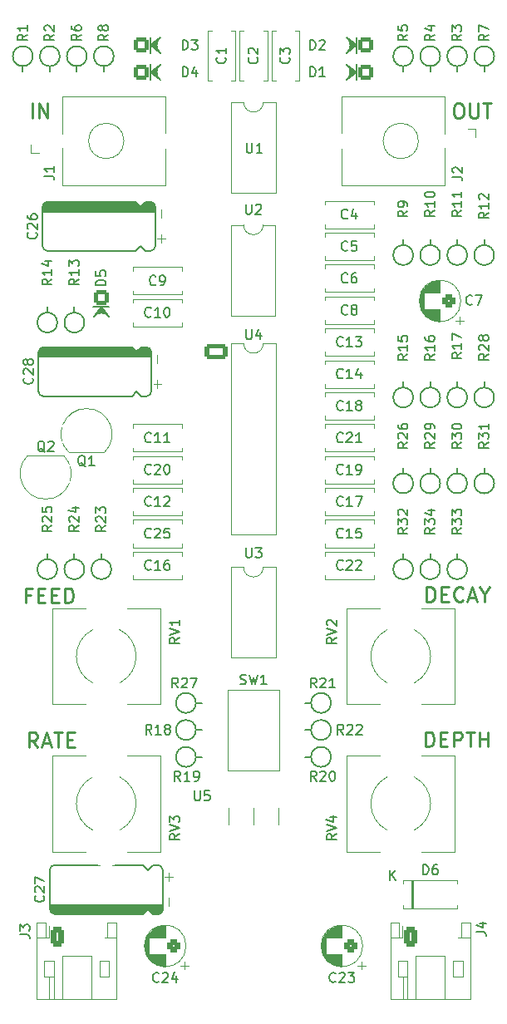
<source format=gbr>
%TF.GenerationSoftware,KiCad,Pcbnew,9.0.2*%
%TF.CreationDate,2025-07-31T20:58:52+10:00*%
%TF.ProjectId,Chorus,43686f72-7573-42e6-9b69-6361645f7063,1-0*%
%TF.SameCoordinates,Original*%
%TF.FileFunction,Legend,Top*%
%TF.FilePolarity,Positive*%
%FSLAX46Y46*%
G04 Gerber Fmt 4.6, Leading zero omitted, Abs format (unit mm)*
G04 Created by KiCad (PCBNEW 9.0.2) date 2025-07-31 20:58:52*
%MOMM*%
%LPD*%
G01*
G04 APERTURE LIST*
G04 Aperture macros list*
%AMRoundRect*
0 Rectangle with rounded corners*
0 $1 Rounding radius*
0 $2 $3 $4 $5 $6 $7 $8 $9 X,Y pos of 4 corners*
0 Add a 4 corners polygon primitive as box body*
4,1,4,$2,$3,$4,$5,$6,$7,$8,$9,$2,$3,0*
0 Add four circle primitives for the rounded corners*
1,1,$1+$1,$2,$3*
1,1,$1+$1,$4,$5*
1,1,$1+$1,$6,$7*
1,1,$1+$1,$8,$9*
0 Add four rect primitives between the rounded corners*
20,1,$1+$1,$2,$3,$4,$5,0*
20,1,$1+$1,$4,$5,$6,$7,0*
20,1,$1+$1,$6,$7,$8,$9,0*
20,1,$1+$1,$8,$9,$2,$3,0*%
%AMFreePoly0*
4,1,49,4.512206,8.544944,4.602918,8.544944,4.804799,8.504787,4.994967,8.426017,5.166113,8.311661,5.311661,8.166113,5.426017,7.994967,5.504787,7.804799,5.544944,7.602918,5.544944,7.512205,5.550000,7.500000,5.550000,-7.250000,5.544944,-7.262205,5.544944,-7.352918,5.504787,-7.554799,5.426017,-7.744967,5.311661,-7.916113,5.166113,-8.061661,4.994967,-8.176017,4.804799,-8.254787,
4.602918,-8.294944,4.512206,-8.294944,4.500000,-8.300000,-4.500000,-8.300000,-4.512206,-8.294944,-4.602918,-8.294944,-4.804799,-8.254787,-4.994967,-8.176017,-5.166113,-8.061661,-5.311661,-7.916113,-5.426017,-7.744967,-5.504787,-7.554799,-5.544944,-7.352918,-5.544944,-7.262205,-5.550000,-7.250000,-5.550000,7.500000,-5.544944,7.512205,-5.544944,7.602918,-5.504787,7.804799,-5.426017,7.994967,
-5.311661,8.166113,-5.166113,8.311661,-4.994967,8.426017,-4.804799,8.504787,-4.602918,8.544944,-4.512206,8.544944,-4.500000,8.550000,4.500000,8.550000,4.512206,8.544944,4.512206,8.544944,$1*%
G04 Aperture macros list end*
%ADD10C,0.250000*%
%ADD11C,0.150000*%
%ADD12C,0.120000*%
%ADD13C,0.200000*%
%ADD14C,0.100000*%
%ADD15C,0.350000*%
%ADD16C,0.000100*%
%ADD17C,0.010050*%
%ADD18C,1.600000*%
%ADD19R,1.350000X1.900000*%
%ADD20O,1.350000X1.900000*%
%ADD21R,2.000000X2.000000*%
%ADD22C,2.200000*%
%ADD23R,1.800000X1.800000*%
%ADD24C,1.800000*%
%ADD25RoundRect,0.250000X-0.550000X-0.550000X0.550000X-0.550000X0.550000X0.550000X-0.550000X0.550000X0*%
%ADD26C,3.500000*%
%ADD27FreePoly0,180.000000*%
%ADD28R,1.905000X2.000000*%
%ADD29O,1.905000X2.000000*%
%ADD30RoundRect,0.291666X-0.408334X-0.708334X0.408334X-0.708334X0.408334X0.708334X-0.408334X0.708334X0*%
%ADD31O,1.400000X2.000000*%
%ADD32R,2.400000X1.600000*%
%ADD33O,2.400000X1.600000*%
%ADD34C,4.000000*%
%ADD35O,1.800000X1.800000*%
%ADD36RoundRect,0.270833X0.379167X0.379167X-0.379167X0.379167X-0.379167X-0.379167X0.379167X-0.379167X0*%
%ADD37C,1.300000*%
%ADD38O,2.500000X1.700000*%
%ADD39RoundRect,0.250000X0.550000X0.550000X-0.550000X0.550000X-0.550000X-0.550000X0.550000X-0.550000X0*%
%ADD40RoundRect,0.250000X0.550000X-0.550000X0.550000X0.550000X-0.550000X0.550000X-0.550000X-0.550000X0*%
%ADD41RoundRect,0.250000X-0.950000X-0.550000X0.950000X-0.550000X0.950000X0.550000X-0.950000X0.550000X0*%
G04 APERTURE END LIST*
D10*
X127981428Y-124270928D02*
X127481428Y-123556642D01*
X127124285Y-124270928D02*
X127124285Y-122770928D01*
X127124285Y-122770928D02*
X127695714Y-122770928D01*
X127695714Y-122770928D02*
X127838571Y-122842357D01*
X127838571Y-122842357D02*
X127910000Y-122913785D01*
X127910000Y-122913785D02*
X127981428Y-123056642D01*
X127981428Y-123056642D02*
X127981428Y-123270928D01*
X127981428Y-123270928D02*
X127910000Y-123413785D01*
X127910000Y-123413785D02*
X127838571Y-123485214D01*
X127838571Y-123485214D02*
X127695714Y-123556642D01*
X127695714Y-123556642D02*
X127124285Y-123556642D01*
X128552857Y-123842357D02*
X129267143Y-123842357D01*
X128410000Y-124270928D02*
X128910000Y-122770928D01*
X128910000Y-122770928D02*
X129410000Y-124270928D01*
X129695714Y-122770928D02*
X130552857Y-122770928D01*
X130124285Y-124270928D02*
X130124285Y-122770928D01*
X131052856Y-123485214D02*
X131552856Y-123485214D01*
X131767142Y-124270928D02*
X131052856Y-124270928D01*
X131052856Y-124270928D02*
X131052856Y-122770928D01*
X131052856Y-122770928D02*
X131767142Y-122770928D01*
X127464285Y-60180928D02*
X127464285Y-58680928D01*
X128178571Y-60180928D02*
X128178571Y-58680928D01*
X128178571Y-58680928D02*
X129035714Y-60180928D01*
X129035714Y-60180928D02*
X129035714Y-58680928D01*
X127292142Y-108769215D02*
X126792142Y-108769215D01*
X126792142Y-109554929D02*
X126792142Y-108054929D01*
X126792142Y-108054929D02*
X127506428Y-108054929D01*
X128077856Y-108769215D02*
X128577856Y-108769215D01*
X128792142Y-109554929D02*
X128077856Y-109554929D01*
X128077856Y-109554929D02*
X128077856Y-108054929D01*
X128077856Y-108054929D02*
X128792142Y-108054929D01*
X129434999Y-108769215D02*
X129934999Y-108769215D01*
X130149285Y-109554929D02*
X129434999Y-109554929D01*
X129434999Y-109554929D02*
X129434999Y-108054929D01*
X129434999Y-108054929D02*
X130149285Y-108054929D01*
X130792142Y-109554929D02*
X130792142Y-108054929D01*
X130792142Y-108054929D02*
X131149285Y-108054929D01*
X131149285Y-108054929D02*
X131363571Y-108126358D01*
X131363571Y-108126358D02*
X131506428Y-108269215D01*
X131506428Y-108269215D02*
X131577857Y-108412072D01*
X131577857Y-108412072D02*
X131649285Y-108697786D01*
X131649285Y-108697786D02*
X131649285Y-108912072D01*
X131649285Y-108912072D02*
X131577857Y-109197786D01*
X131577857Y-109197786D02*
X131506428Y-109340643D01*
X131506428Y-109340643D02*
X131363571Y-109483501D01*
X131363571Y-109483501D02*
X131149285Y-109554929D01*
X131149285Y-109554929D02*
X130792142Y-109554929D01*
X170750000Y-58680928D02*
X171035714Y-58680928D01*
X171035714Y-58680928D02*
X171178571Y-58752357D01*
X171178571Y-58752357D02*
X171321428Y-58895214D01*
X171321428Y-58895214D02*
X171392857Y-59180928D01*
X171392857Y-59180928D02*
X171392857Y-59680928D01*
X171392857Y-59680928D02*
X171321428Y-59966642D01*
X171321428Y-59966642D02*
X171178571Y-60109500D01*
X171178571Y-60109500D02*
X171035714Y-60180928D01*
X171035714Y-60180928D02*
X170750000Y-60180928D01*
X170750000Y-60180928D02*
X170607143Y-60109500D01*
X170607143Y-60109500D02*
X170464285Y-59966642D01*
X170464285Y-59966642D02*
X170392857Y-59680928D01*
X170392857Y-59680928D02*
X170392857Y-59180928D01*
X170392857Y-59180928D02*
X170464285Y-58895214D01*
X170464285Y-58895214D02*
X170607143Y-58752357D01*
X170607143Y-58752357D02*
X170750000Y-58680928D01*
X172035714Y-58680928D02*
X172035714Y-59895214D01*
X172035714Y-59895214D02*
X172107143Y-60038071D01*
X172107143Y-60038071D02*
X172178572Y-60109500D01*
X172178572Y-60109500D02*
X172321429Y-60180928D01*
X172321429Y-60180928D02*
X172607143Y-60180928D01*
X172607143Y-60180928D02*
X172750000Y-60109500D01*
X172750000Y-60109500D02*
X172821429Y-60038071D01*
X172821429Y-60038071D02*
X172892857Y-59895214D01*
X172892857Y-59895214D02*
X172892857Y-58680928D01*
X173392858Y-58680928D02*
X174250001Y-58680928D01*
X173821429Y-60180928D02*
X173821429Y-58680928D01*
X167642857Y-109430928D02*
X167642857Y-107930928D01*
X167642857Y-107930928D02*
X168000000Y-107930928D01*
X168000000Y-107930928D02*
X168214286Y-108002357D01*
X168214286Y-108002357D02*
X168357143Y-108145214D01*
X168357143Y-108145214D02*
X168428572Y-108288071D01*
X168428572Y-108288071D02*
X168500000Y-108573785D01*
X168500000Y-108573785D02*
X168500000Y-108788071D01*
X168500000Y-108788071D02*
X168428572Y-109073785D01*
X168428572Y-109073785D02*
X168357143Y-109216642D01*
X168357143Y-109216642D02*
X168214286Y-109359500D01*
X168214286Y-109359500D02*
X168000000Y-109430928D01*
X168000000Y-109430928D02*
X167642857Y-109430928D01*
X169142857Y-108645214D02*
X169642857Y-108645214D01*
X169857143Y-109430928D02*
X169142857Y-109430928D01*
X169142857Y-109430928D02*
X169142857Y-107930928D01*
X169142857Y-107930928D02*
X169857143Y-107930928D01*
X171357143Y-109288071D02*
X171285715Y-109359500D01*
X171285715Y-109359500D02*
X171071429Y-109430928D01*
X171071429Y-109430928D02*
X170928572Y-109430928D01*
X170928572Y-109430928D02*
X170714286Y-109359500D01*
X170714286Y-109359500D02*
X170571429Y-109216642D01*
X170571429Y-109216642D02*
X170500000Y-109073785D01*
X170500000Y-109073785D02*
X170428572Y-108788071D01*
X170428572Y-108788071D02*
X170428572Y-108573785D01*
X170428572Y-108573785D02*
X170500000Y-108288071D01*
X170500000Y-108288071D02*
X170571429Y-108145214D01*
X170571429Y-108145214D02*
X170714286Y-108002357D01*
X170714286Y-108002357D02*
X170928572Y-107930928D01*
X170928572Y-107930928D02*
X171071429Y-107930928D01*
X171071429Y-107930928D02*
X171285715Y-108002357D01*
X171285715Y-108002357D02*
X171357143Y-108073785D01*
X171928572Y-109002357D02*
X172642858Y-109002357D01*
X171785715Y-109430928D02*
X172285715Y-107930928D01*
X172285715Y-107930928D02*
X172785715Y-109430928D01*
X173571429Y-108716642D02*
X173571429Y-109430928D01*
X173071429Y-107930928D02*
X173571429Y-108716642D01*
X173571429Y-108716642D02*
X174071429Y-107930928D01*
X167546428Y-124196927D02*
X167546428Y-122696927D01*
X167546428Y-122696927D02*
X167903571Y-122696927D01*
X167903571Y-122696927D02*
X168117857Y-122768356D01*
X168117857Y-122768356D02*
X168260714Y-122911213D01*
X168260714Y-122911213D02*
X168332143Y-123054070D01*
X168332143Y-123054070D02*
X168403571Y-123339784D01*
X168403571Y-123339784D02*
X168403571Y-123554070D01*
X168403571Y-123554070D02*
X168332143Y-123839784D01*
X168332143Y-123839784D02*
X168260714Y-123982641D01*
X168260714Y-123982641D02*
X168117857Y-124125499D01*
X168117857Y-124125499D02*
X167903571Y-124196927D01*
X167903571Y-124196927D02*
X167546428Y-124196927D01*
X169046428Y-123411213D02*
X169546428Y-123411213D01*
X169760714Y-124196927D02*
X169046428Y-124196927D01*
X169046428Y-124196927D02*
X169046428Y-122696927D01*
X169046428Y-122696927D02*
X169760714Y-122696927D01*
X170403571Y-124196927D02*
X170403571Y-122696927D01*
X170403571Y-122696927D02*
X170975000Y-122696927D01*
X170975000Y-122696927D02*
X171117857Y-122768356D01*
X171117857Y-122768356D02*
X171189286Y-122839784D01*
X171189286Y-122839784D02*
X171260714Y-122982641D01*
X171260714Y-122982641D02*
X171260714Y-123196927D01*
X171260714Y-123196927D02*
X171189286Y-123339784D01*
X171189286Y-123339784D02*
X171117857Y-123411213D01*
X171117857Y-123411213D02*
X170975000Y-123482641D01*
X170975000Y-123482641D02*
X170403571Y-123482641D01*
X171689286Y-122696927D02*
X172546429Y-122696927D01*
X172117857Y-124196927D02*
X172117857Y-122696927D01*
X173046428Y-124196927D02*
X173046428Y-122696927D01*
X173046428Y-123411213D02*
X173903571Y-123411213D01*
X173903571Y-124196927D02*
X173903571Y-122696927D01*
D11*
X132204819Y-101672318D02*
X131728628Y-102005651D01*
X132204819Y-102243746D02*
X131204819Y-102243746D01*
X131204819Y-102243746D02*
X131204819Y-101862794D01*
X131204819Y-101862794D02*
X131252438Y-101767556D01*
X131252438Y-101767556D02*
X131300057Y-101719937D01*
X131300057Y-101719937D02*
X131395295Y-101672318D01*
X131395295Y-101672318D02*
X131538152Y-101672318D01*
X131538152Y-101672318D02*
X131633390Y-101719937D01*
X131633390Y-101719937D02*
X131681009Y-101767556D01*
X131681009Y-101767556D02*
X131728628Y-101862794D01*
X131728628Y-101862794D02*
X131728628Y-102243746D01*
X131300057Y-101291365D02*
X131252438Y-101243746D01*
X131252438Y-101243746D02*
X131204819Y-101148508D01*
X131204819Y-101148508D02*
X131204819Y-100910413D01*
X131204819Y-100910413D02*
X131252438Y-100815175D01*
X131252438Y-100815175D02*
X131300057Y-100767556D01*
X131300057Y-100767556D02*
X131395295Y-100719937D01*
X131395295Y-100719937D02*
X131490533Y-100719937D01*
X131490533Y-100719937D02*
X131633390Y-100767556D01*
X131633390Y-100767556D02*
X132204819Y-101338984D01*
X132204819Y-101338984D02*
X132204819Y-100719937D01*
X131538152Y-99862794D02*
X132204819Y-99862794D01*
X131157200Y-100100889D02*
X131871485Y-100338984D01*
X131871485Y-100338984D02*
X131871485Y-99719937D01*
X128754762Y-94190058D02*
X128659524Y-94142439D01*
X128659524Y-94142439D02*
X128564286Y-94047201D01*
X128564286Y-94047201D02*
X128421429Y-93904343D01*
X128421429Y-93904343D02*
X128326191Y-93856724D01*
X128326191Y-93856724D02*
X128230953Y-93856724D01*
X128278572Y-94094820D02*
X128183334Y-94047201D01*
X128183334Y-94047201D02*
X128088096Y-93951962D01*
X128088096Y-93951962D02*
X128040477Y-93761486D01*
X128040477Y-93761486D02*
X128040477Y-93428153D01*
X128040477Y-93428153D02*
X128088096Y-93237677D01*
X128088096Y-93237677D02*
X128183334Y-93142439D01*
X128183334Y-93142439D02*
X128278572Y-93094820D01*
X128278572Y-93094820D02*
X128469048Y-93094820D01*
X128469048Y-93094820D02*
X128564286Y-93142439D01*
X128564286Y-93142439D02*
X128659524Y-93237677D01*
X128659524Y-93237677D02*
X128707143Y-93428153D01*
X128707143Y-93428153D02*
X128707143Y-93761486D01*
X128707143Y-93761486D02*
X128659524Y-93951962D01*
X128659524Y-93951962D02*
X128564286Y-94047201D01*
X128564286Y-94047201D02*
X128469048Y-94094820D01*
X128469048Y-94094820D02*
X128278572Y-94094820D01*
X129088096Y-93190058D02*
X129135715Y-93142439D01*
X129135715Y-93142439D02*
X129230953Y-93094820D01*
X129230953Y-93094820D02*
X129469048Y-93094820D01*
X129469048Y-93094820D02*
X129564286Y-93142439D01*
X129564286Y-93142439D02*
X129611905Y-93190058D01*
X129611905Y-93190058D02*
X129659524Y-93285296D01*
X129659524Y-93285296D02*
X129659524Y-93380534D01*
X129659524Y-93380534D02*
X129611905Y-93523391D01*
X129611905Y-93523391D02*
X129040477Y-94094820D01*
X129040477Y-94094820D02*
X129659524Y-94094820D01*
X156408207Y-127704819D02*
X156074874Y-127228628D01*
X155836779Y-127704819D02*
X155836779Y-126704819D01*
X155836779Y-126704819D02*
X156217731Y-126704819D01*
X156217731Y-126704819D02*
X156312969Y-126752438D01*
X156312969Y-126752438D02*
X156360588Y-126800057D01*
X156360588Y-126800057D02*
X156408207Y-126895295D01*
X156408207Y-126895295D02*
X156408207Y-127038152D01*
X156408207Y-127038152D02*
X156360588Y-127133390D01*
X156360588Y-127133390D02*
X156312969Y-127181009D01*
X156312969Y-127181009D02*
X156217731Y-127228628D01*
X156217731Y-127228628D02*
X155836779Y-127228628D01*
X156789160Y-126800057D02*
X156836779Y-126752438D01*
X156836779Y-126752438D02*
X156932017Y-126704819D01*
X156932017Y-126704819D02*
X157170112Y-126704819D01*
X157170112Y-126704819D02*
X157265350Y-126752438D01*
X157265350Y-126752438D02*
X157312969Y-126800057D01*
X157312969Y-126800057D02*
X157360588Y-126895295D01*
X157360588Y-126895295D02*
X157360588Y-126990533D01*
X157360588Y-126990533D02*
X157312969Y-127133390D01*
X157312969Y-127133390D02*
X156741541Y-127704819D01*
X156741541Y-127704819D02*
X157360588Y-127704819D01*
X157979636Y-126704819D02*
X158074874Y-126704819D01*
X158074874Y-126704819D02*
X158170112Y-126752438D01*
X158170112Y-126752438D02*
X158217731Y-126800057D01*
X158217731Y-126800057D02*
X158265350Y-126895295D01*
X158265350Y-126895295D02*
X158312969Y-127085771D01*
X158312969Y-127085771D02*
X158312969Y-127323866D01*
X158312969Y-127323866D02*
X158265350Y-127514342D01*
X158265350Y-127514342D02*
X158217731Y-127609580D01*
X158217731Y-127609580D02*
X158170112Y-127657200D01*
X158170112Y-127657200D02*
X158074874Y-127704819D01*
X158074874Y-127704819D02*
X157979636Y-127704819D01*
X157979636Y-127704819D02*
X157884398Y-127657200D01*
X157884398Y-127657200D02*
X157836779Y-127609580D01*
X157836779Y-127609580D02*
X157789160Y-127514342D01*
X157789160Y-127514342D02*
X157741541Y-127323866D01*
X157741541Y-127323866D02*
X157741541Y-127085771D01*
X157741541Y-127085771D02*
X157789160Y-126895295D01*
X157789160Y-126895295D02*
X157836779Y-126800057D01*
X157836779Y-126800057D02*
X157884398Y-126752438D01*
X157884398Y-126752438D02*
X157979636Y-126704819D01*
X159107142Y-102859581D02*
X159059523Y-102907201D01*
X159059523Y-102907201D02*
X158916666Y-102954820D01*
X158916666Y-102954820D02*
X158821428Y-102954820D01*
X158821428Y-102954820D02*
X158678571Y-102907201D01*
X158678571Y-102907201D02*
X158583333Y-102811962D01*
X158583333Y-102811962D02*
X158535714Y-102716724D01*
X158535714Y-102716724D02*
X158488095Y-102526248D01*
X158488095Y-102526248D02*
X158488095Y-102383391D01*
X158488095Y-102383391D02*
X158535714Y-102192915D01*
X158535714Y-102192915D02*
X158583333Y-102097677D01*
X158583333Y-102097677D02*
X158678571Y-102002439D01*
X158678571Y-102002439D02*
X158821428Y-101954820D01*
X158821428Y-101954820D02*
X158916666Y-101954820D01*
X158916666Y-101954820D02*
X159059523Y-102002439D01*
X159059523Y-102002439D02*
X159107142Y-102050058D01*
X160059523Y-102954820D02*
X159488095Y-102954820D01*
X159773809Y-102954820D02*
X159773809Y-101954820D01*
X159773809Y-101954820D02*
X159678571Y-102097677D01*
X159678571Y-102097677D02*
X159583333Y-102192915D01*
X159583333Y-102192915D02*
X159488095Y-102240534D01*
X160964285Y-101954820D02*
X160488095Y-101954820D01*
X160488095Y-101954820D02*
X160440476Y-102431010D01*
X160440476Y-102431010D02*
X160488095Y-102383391D01*
X160488095Y-102383391D02*
X160583333Y-102335772D01*
X160583333Y-102335772D02*
X160821428Y-102335772D01*
X160821428Y-102335772D02*
X160916666Y-102383391D01*
X160916666Y-102383391D02*
X160964285Y-102431010D01*
X160964285Y-102431010D02*
X161011904Y-102526248D01*
X161011904Y-102526248D02*
X161011904Y-102764343D01*
X161011904Y-102764343D02*
X160964285Y-102859581D01*
X160964285Y-102859581D02*
X160916666Y-102907201D01*
X160916666Y-102907201D02*
X160821428Y-102954820D01*
X160821428Y-102954820D02*
X160583333Y-102954820D01*
X160583333Y-102954820D02*
X160488095Y-102907201D01*
X160488095Y-102907201D02*
X160440476Y-102859581D01*
X139557143Y-106109579D02*
X139509524Y-106157199D01*
X139509524Y-106157199D02*
X139366667Y-106204818D01*
X139366667Y-106204818D02*
X139271429Y-106204818D01*
X139271429Y-106204818D02*
X139128572Y-106157199D01*
X139128572Y-106157199D02*
X139033334Y-106061960D01*
X139033334Y-106061960D02*
X138985715Y-105966722D01*
X138985715Y-105966722D02*
X138938096Y-105776246D01*
X138938096Y-105776246D02*
X138938096Y-105633389D01*
X138938096Y-105633389D02*
X138985715Y-105442913D01*
X138985715Y-105442913D02*
X139033334Y-105347675D01*
X139033334Y-105347675D02*
X139128572Y-105252437D01*
X139128572Y-105252437D02*
X139271429Y-105204818D01*
X139271429Y-105204818D02*
X139366667Y-105204818D01*
X139366667Y-105204818D02*
X139509524Y-105252437D01*
X139509524Y-105252437D02*
X139557143Y-105300056D01*
X140509524Y-106204818D02*
X139938096Y-106204818D01*
X140223810Y-106204818D02*
X140223810Y-105204818D01*
X140223810Y-105204818D02*
X140128572Y-105347675D01*
X140128572Y-105347675D02*
X140033334Y-105442913D01*
X140033334Y-105442913D02*
X139938096Y-105490532D01*
X141366667Y-105204818D02*
X141176191Y-105204818D01*
X141176191Y-105204818D02*
X141080953Y-105252437D01*
X141080953Y-105252437D02*
X141033334Y-105300056D01*
X141033334Y-105300056D02*
X140938096Y-105442913D01*
X140938096Y-105442913D02*
X140890477Y-105633389D01*
X140890477Y-105633389D02*
X140890477Y-106014341D01*
X140890477Y-106014341D02*
X140938096Y-106109579D01*
X140938096Y-106109579D02*
X140985715Y-106157199D01*
X140985715Y-106157199D02*
X141080953Y-106204818D01*
X141080953Y-106204818D02*
X141271429Y-106204818D01*
X141271429Y-106204818D02*
X141366667Y-106157199D01*
X141366667Y-106157199D02*
X141414286Y-106109579D01*
X141414286Y-106109579D02*
X141461905Y-106014341D01*
X141461905Y-106014341D02*
X141461905Y-105776246D01*
X141461905Y-105776246D02*
X141414286Y-105681008D01*
X141414286Y-105681008D02*
X141366667Y-105633389D01*
X141366667Y-105633389D02*
X141271429Y-105585770D01*
X141271429Y-105585770D02*
X141080953Y-105585770D01*
X141080953Y-105585770D02*
X140985715Y-105633389D01*
X140985715Y-105633389D02*
X140938096Y-105681008D01*
X140938096Y-105681008D02*
X140890477Y-105776246D01*
X168454818Y-69574422D02*
X167978627Y-69907755D01*
X168454818Y-70145850D02*
X167454818Y-70145850D01*
X167454818Y-70145850D02*
X167454818Y-69764898D01*
X167454818Y-69764898D02*
X167502437Y-69669660D01*
X167502437Y-69669660D02*
X167550056Y-69622041D01*
X167550056Y-69622041D02*
X167645294Y-69574422D01*
X167645294Y-69574422D02*
X167788151Y-69574422D01*
X167788151Y-69574422D02*
X167883389Y-69622041D01*
X167883389Y-69622041D02*
X167931008Y-69669660D01*
X167931008Y-69669660D02*
X167978627Y-69764898D01*
X167978627Y-69764898D02*
X167978627Y-70145850D01*
X168454818Y-68622041D02*
X168454818Y-69193469D01*
X168454818Y-68907755D02*
X167454818Y-68907755D01*
X167454818Y-68907755D02*
X167597675Y-69002993D01*
X167597675Y-69002993D02*
X167692913Y-69098231D01*
X167692913Y-69098231D02*
X167740532Y-69193469D01*
X167454818Y-68002993D02*
X167454818Y-67907755D01*
X167454818Y-67907755D02*
X167502437Y-67812517D01*
X167502437Y-67812517D02*
X167550056Y-67764898D01*
X167550056Y-67764898D02*
X167645294Y-67717279D01*
X167645294Y-67717279D02*
X167835770Y-67669660D01*
X167835770Y-67669660D02*
X168073865Y-67669660D01*
X168073865Y-67669660D02*
X168264341Y-67717279D01*
X168264341Y-67717279D02*
X168359579Y-67764898D01*
X168359579Y-67764898D02*
X168407199Y-67812517D01*
X168407199Y-67812517D02*
X168454818Y-67907755D01*
X168454818Y-67907755D02*
X168454818Y-68002993D01*
X168454818Y-68002993D02*
X168407199Y-68098231D01*
X168407199Y-68098231D02*
X168359579Y-68145850D01*
X168359579Y-68145850D02*
X168264341Y-68193469D01*
X168264341Y-68193469D02*
X168073865Y-68241088D01*
X168073865Y-68241088D02*
X167835770Y-68241088D01*
X167835770Y-68241088D02*
X167645294Y-68193469D01*
X167645294Y-68193469D02*
X167550056Y-68145850D01*
X167550056Y-68145850D02*
X167502437Y-68098231D01*
X167502437Y-68098231D02*
X167454818Y-68002993D01*
X170274819Y-66173333D02*
X170989104Y-66173333D01*
X170989104Y-66173333D02*
X171131961Y-66220952D01*
X171131961Y-66220952D02*
X171227200Y-66316190D01*
X171227200Y-66316190D02*
X171274819Y-66459047D01*
X171274819Y-66459047D02*
X171274819Y-66554285D01*
X170370057Y-65744761D02*
X170322438Y-65697142D01*
X170322438Y-65697142D02*
X170274819Y-65601904D01*
X170274819Y-65601904D02*
X170274819Y-65363809D01*
X170274819Y-65363809D02*
X170322438Y-65268571D01*
X170322438Y-65268571D02*
X170370057Y-65220952D01*
X170370057Y-65220952D02*
X170465295Y-65173333D01*
X170465295Y-65173333D02*
X170560533Y-65173333D01*
X170560533Y-65173333D02*
X170703390Y-65220952D01*
X170703390Y-65220952D02*
X171274819Y-65792380D01*
X171274819Y-65792380D02*
X171274819Y-65173333D01*
X139557143Y-99609581D02*
X139509524Y-99657201D01*
X139509524Y-99657201D02*
X139366667Y-99704820D01*
X139366667Y-99704820D02*
X139271429Y-99704820D01*
X139271429Y-99704820D02*
X139128572Y-99657201D01*
X139128572Y-99657201D02*
X139033334Y-99561962D01*
X139033334Y-99561962D02*
X138985715Y-99466724D01*
X138985715Y-99466724D02*
X138938096Y-99276248D01*
X138938096Y-99276248D02*
X138938096Y-99133391D01*
X138938096Y-99133391D02*
X138985715Y-98942915D01*
X138985715Y-98942915D02*
X139033334Y-98847677D01*
X139033334Y-98847677D02*
X139128572Y-98752439D01*
X139128572Y-98752439D02*
X139271429Y-98704820D01*
X139271429Y-98704820D02*
X139366667Y-98704820D01*
X139366667Y-98704820D02*
X139509524Y-98752439D01*
X139509524Y-98752439D02*
X139557143Y-98800058D01*
X140509524Y-99704820D02*
X139938096Y-99704820D01*
X140223810Y-99704820D02*
X140223810Y-98704820D01*
X140223810Y-98704820D02*
X140128572Y-98847677D01*
X140128572Y-98847677D02*
X140033334Y-98942915D01*
X140033334Y-98942915D02*
X139938096Y-98990534D01*
X140890477Y-98800058D02*
X140938096Y-98752439D01*
X140938096Y-98752439D02*
X141033334Y-98704820D01*
X141033334Y-98704820D02*
X141271429Y-98704820D01*
X141271429Y-98704820D02*
X141366667Y-98752439D01*
X141366667Y-98752439D02*
X141414286Y-98800058D01*
X141414286Y-98800058D02*
X141461905Y-98895296D01*
X141461905Y-98895296D02*
X141461905Y-98990534D01*
X141461905Y-98990534D02*
X141414286Y-99133391D01*
X141414286Y-99133391D02*
X140842858Y-99704820D01*
X140842858Y-99704820D02*
X141461905Y-99704820D01*
X128609580Y-139392857D02*
X128657200Y-139440476D01*
X128657200Y-139440476D02*
X128704819Y-139583333D01*
X128704819Y-139583333D02*
X128704819Y-139678571D01*
X128704819Y-139678571D02*
X128657200Y-139821428D01*
X128657200Y-139821428D02*
X128561961Y-139916666D01*
X128561961Y-139916666D02*
X128466723Y-139964285D01*
X128466723Y-139964285D02*
X128276247Y-140011904D01*
X128276247Y-140011904D02*
X128133390Y-140011904D01*
X128133390Y-140011904D02*
X127942914Y-139964285D01*
X127942914Y-139964285D02*
X127847676Y-139916666D01*
X127847676Y-139916666D02*
X127752438Y-139821428D01*
X127752438Y-139821428D02*
X127704819Y-139678571D01*
X127704819Y-139678571D02*
X127704819Y-139583333D01*
X127704819Y-139583333D02*
X127752438Y-139440476D01*
X127752438Y-139440476D02*
X127800057Y-139392857D01*
X127800057Y-139011904D02*
X127752438Y-138964285D01*
X127752438Y-138964285D02*
X127704819Y-138869047D01*
X127704819Y-138869047D02*
X127704819Y-138630952D01*
X127704819Y-138630952D02*
X127752438Y-138535714D01*
X127752438Y-138535714D02*
X127800057Y-138488095D01*
X127800057Y-138488095D02*
X127895295Y-138440476D01*
X127895295Y-138440476D02*
X127990533Y-138440476D01*
X127990533Y-138440476D02*
X128133390Y-138488095D01*
X128133390Y-138488095D02*
X128704819Y-139059523D01*
X128704819Y-139059523D02*
X128704819Y-138440476D01*
X127704819Y-138107142D02*
X127704819Y-137440476D01*
X127704819Y-137440476D02*
X128704819Y-137869047D01*
X159107142Y-86609581D02*
X159059523Y-86657201D01*
X159059523Y-86657201D02*
X158916666Y-86704820D01*
X158916666Y-86704820D02*
X158821428Y-86704820D01*
X158821428Y-86704820D02*
X158678571Y-86657201D01*
X158678571Y-86657201D02*
X158583333Y-86561962D01*
X158583333Y-86561962D02*
X158535714Y-86466724D01*
X158535714Y-86466724D02*
X158488095Y-86276248D01*
X158488095Y-86276248D02*
X158488095Y-86133391D01*
X158488095Y-86133391D02*
X158535714Y-85942915D01*
X158535714Y-85942915D02*
X158583333Y-85847677D01*
X158583333Y-85847677D02*
X158678571Y-85752439D01*
X158678571Y-85752439D02*
X158821428Y-85704820D01*
X158821428Y-85704820D02*
X158916666Y-85704820D01*
X158916666Y-85704820D02*
X159059523Y-85752439D01*
X159059523Y-85752439D02*
X159107142Y-85800058D01*
X160059523Y-86704820D02*
X159488095Y-86704820D01*
X159773809Y-86704820D02*
X159773809Y-85704820D01*
X159773809Y-85704820D02*
X159678571Y-85847677D01*
X159678571Y-85847677D02*
X159583333Y-85942915D01*
X159583333Y-85942915D02*
X159488095Y-85990534D01*
X160916666Y-86038153D02*
X160916666Y-86704820D01*
X160678571Y-85657201D02*
X160440476Y-86371486D01*
X160440476Y-86371486D02*
X161059523Y-86371486D01*
X159107142Y-83359581D02*
X159059523Y-83407201D01*
X159059523Y-83407201D02*
X158916666Y-83454820D01*
X158916666Y-83454820D02*
X158821428Y-83454820D01*
X158821428Y-83454820D02*
X158678571Y-83407201D01*
X158678571Y-83407201D02*
X158583333Y-83311962D01*
X158583333Y-83311962D02*
X158535714Y-83216724D01*
X158535714Y-83216724D02*
X158488095Y-83026248D01*
X158488095Y-83026248D02*
X158488095Y-82883391D01*
X158488095Y-82883391D02*
X158535714Y-82692915D01*
X158535714Y-82692915D02*
X158583333Y-82597677D01*
X158583333Y-82597677D02*
X158678571Y-82502439D01*
X158678571Y-82502439D02*
X158821428Y-82454820D01*
X158821428Y-82454820D02*
X158916666Y-82454820D01*
X158916666Y-82454820D02*
X159059523Y-82502439D01*
X159059523Y-82502439D02*
X159107142Y-82550058D01*
X160059523Y-83454820D02*
X159488095Y-83454820D01*
X159773809Y-83454820D02*
X159773809Y-82454820D01*
X159773809Y-82454820D02*
X159678571Y-82597677D01*
X159678571Y-82597677D02*
X159583333Y-82692915D01*
X159583333Y-82692915D02*
X159488095Y-82740534D01*
X160392857Y-82454820D02*
X161011904Y-82454820D01*
X161011904Y-82454820D02*
X160678571Y-82835772D01*
X160678571Y-82835772D02*
X160821428Y-82835772D01*
X160821428Y-82835772D02*
X160916666Y-82883391D01*
X160916666Y-82883391D02*
X160964285Y-82931010D01*
X160964285Y-82931010D02*
X161011904Y-83026248D01*
X161011904Y-83026248D02*
X161011904Y-83264343D01*
X161011904Y-83264343D02*
X160964285Y-83359581D01*
X160964285Y-83359581D02*
X160916666Y-83407201D01*
X160916666Y-83407201D02*
X160821428Y-83454820D01*
X160821428Y-83454820D02*
X160535714Y-83454820D01*
X160535714Y-83454820D02*
X160440476Y-83407201D01*
X160440476Y-83407201D02*
X160392857Y-83359581D01*
X159583333Y-73609579D02*
X159535714Y-73657199D01*
X159535714Y-73657199D02*
X159392857Y-73704818D01*
X159392857Y-73704818D02*
X159297619Y-73704818D01*
X159297619Y-73704818D02*
X159154762Y-73657199D01*
X159154762Y-73657199D02*
X159059524Y-73561960D01*
X159059524Y-73561960D02*
X159011905Y-73466722D01*
X159011905Y-73466722D02*
X158964286Y-73276246D01*
X158964286Y-73276246D02*
X158964286Y-73133389D01*
X158964286Y-73133389D02*
X159011905Y-72942913D01*
X159011905Y-72942913D02*
X159059524Y-72847675D01*
X159059524Y-72847675D02*
X159154762Y-72752437D01*
X159154762Y-72752437D02*
X159297619Y-72704818D01*
X159297619Y-72704818D02*
X159392857Y-72704818D01*
X159392857Y-72704818D02*
X159535714Y-72752437D01*
X159535714Y-72752437D02*
X159583333Y-72800056D01*
X160488095Y-72704818D02*
X160011905Y-72704818D01*
X160011905Y-72704818D02*
X159964286Y-73181008D01*
X159964286Y-73181008D02*
X160011905Y-73133389D01*
X160011905Y-73133389D02*
X160107143Y-73085770D01*
X160107143Y-73085770D02*
X160345238Y-73085770D01*
X160345238Y-73085770D02*
X160440476Y-73133389D01*
X160440476Y-73133389D02*
X160488095Y-73181008D01*
X160488095Y-73181008D02*
X160535714Y-73276246D01*
X160535714Y-73276246D02*
X160535714Y-73514341D01*
X160535714Y-73514341D02*
X160488095Y-73609579D01*
X160488095Y-73609579D02*
X160440476Y-73657199D01*
X160440476Y-73657199D02*
X160345238Y-73704818D01*
X160345238Y-73704818D02*
X160107143Y-73704818D01*
X160107143Y-73704818D02*
X160011905Y-73657199D01*
X160011905Y-73657199D02*
X159964286Y-73609579D01*
X155756530Y-53204819D02*
X155756530Y-52204819D01*
X155756530Y-52204819D02*
X155994625Y-52204819D01*
X155994625Y-52204819D02*
X156137482Y-52252438D01*
X156137482Y-52252438D02*
X156232720Y-52347676D01*
X156232720Y-52347676D02*
X156280339Y-52442914D01*
X156280339Y-52442914D02*
X156327958Y-52633390D01*
X156327958Y-52633390D02*
X156327958Y-52776247D01*
X156327958Y-52776247D02*
X156280339Y-52966723D01*
X156280339Y-52966723D02*
X156232720Y-53061961D01*
X156232720Y-53061961D02*
X156137482Y-53157200D01*
X156137482Y-53157200D02*
X155994625Y-53204819D01*
X155994625Y-53204819D02*
X155756530Y-53204819D01*
X156708911Y-52300057D02*
X156756530Y-52252438D01*
X156756530Y-52252438D02*
X156851768Y-52204819D01*
X156851768Y-52204819D02*
X157089863Y-52204819D01*
X157089863Y-52204819D02*
X157185101Y-52252438D01*
X157185101Y-52252438D02*
X157232720Y-52300057D01*
X157232720Y-52300057D02*
X157280339Y-52395295D01*
X157280339Y-52395295D02*
X157280339Y-52490533D01*
X157280339Y-52490533D02*
X157232720Y-52633390D01*
X157232720Y-52633390D02*
X156661292Y-53204819D01*
X156661292Y-53204819D02*
X157280339Y-53204819D01*
X159583333Y-76859579D02*
X159535714Y-76907199D01*
X159535714Y-76907199D02*
X159392857Y-76954818D01*
X159392857Y-76954818D02*
X159297619Y-76954818D01*
X159297619Y-76954818D02*
X159154762Y-76907199D01*
X159154762Y-76907199D02*
X159059524Y-76811960D01*
X159059524Y-76811960D02*
X159011905Y-76716722D01*
X159011905Y-76716722D02*
X158964286Y-76526246D01*
X158964286Y-76526246D02*
X158964286Y-76383389D01*
X158964286Y-76383389D02*
X159011905Y-76192913D01*
X159011905Y-76192913D02*
X159059524Y-76097675D01*
X159059524Y-76097675D02*
X159154762Y-76002437D01*
X159154762Y-76002437D02*
X159297619Y-75954818D01*
X159297619Y-75954818D02*
X159392857Y-75954818D01*
X159392857Y-75954818D02*
X159535714Y-76002437D01*
X159535714Y-76002437D02*
X159583333Y-76050056D01*
X160440476Y-75954818D02*
X160250000Y-75954818D01*
X160250000Y-75954818D02*
X160154762Y-76002437D01*
X160154762Y-76002437D02*
X160107143Y-76050056D01*
X160107143Y-76050056D02*
X160011905Y-76192913D01*
X160011905Y-76192913D02*
X159964286Y-76383389D01*
X159964286Y-76383389D02*
X159964286Y-76764341D01*
X159964286Y-76764341D02*
X160011905Y-76859579D01*
X160011905Y-76859579D02*
X160059524Y-76907199D01*
X160059524Y-76907199D02*
X160154762Y-76954818D01*
X160154762Y-76954818D02*
X160345238Y-76954818D01*
X160345238Y-76954818D02*
X160440476Y-76907199D01*
X160440476Y-76907199D02*
X160488095Y-76859579D01*
X160488095Y-76859579D02*
X160535714Y-76764341D01*
X160535714Y-76764341D02*
X160535714Y-76526246D01*
X160535714Y-76526246D02*
X160488095Y-76431008D01*
X160488095Y-76431008D02*
X160440476Y-76383389D01*
X160440476Y-76383389D02*
X160345238Y-76335770D01*
X160345238Y-76335770D02*
X160154762Y-76335770D01*
X160154762Y-76335770D02*
X160059524Y-76383389D01*
X160059524Y-76383389D02*
X160011905Y-76431008D01*
X160011905Y-76431008D02*
X159964286Y-76526246D01*
X171204819Y-93194422D02*
X170728628Y-93527755D01*
X171204819Y-93765850D02*
X170204819Y-93765850D01*
X170204819Y-93765850D02*
X170204819Y-93384898D01*
X170204819Y-93384898D02*
X170252438Y-93289660D01*
X170252438Y-93289660D02*
X170300057Y-93242041D01*
X170300057Y-93242041D02*
X170395295Y-93194422D01*
X170395295Y-93194422D02*
X170538152Y-93194422D01*
X170538152Y-93194422D02*
X170633390Y-93242041D01*
X170633390Y-93242041D02*
X170681009Y-93289660D01*
X170681009Y-93289660D02*
X170728628Y-93384898D01*
X170728628Y-93384898D02*
X170728628Y-93765850D01*
X170204819Y-92861088D02*
X170204819Y-92242041D01*
X170204819Y-92242041D02*
X170585771Y-92575374D01*
X170585771Y-92575374D02*
X170585771Y-92432517D01*
X170585771Y-92432517D02*
X170633390Y-92337279D01*
X170633390Y-92337279D02*
X170681009Y-92289660D01*
X170681009Y-92289660D02*
X170776247Y-92242041D01*
X170776247Y-92242041D02*
X171014342Y-92242041D01*
X171014342Y-92242041D02*
X171109580Y-92289660D01*
X171109580Y-92289660D02*
X171157200Y-92337279D01*
X171157200Y-92337279D02*
X171204819Y-92432517D01*
X171204819Y-92432517D02*
X171204819Y-92718231D01*
X171204819Y-92718231D02*
X171157200Y-92813469D01*
X171157200Y-92813469D02*
X171109580Y-92861088D01*
X170204819Y-91622993D02*
X170204819Y-91527755D01*
X170204819Y-91527755D02*
X170252438Y-91432517D01*
X170252438Y-91432517D02*
X170300057Y-91384898D01*
X170300057Y-91384898D02*
X170395295Y-91337279D01*
X170395295Y-91337279D02*
X170585771Y-91289660D01*
X170585771Y-91289660D02*
X170823866Y-91289660D01*
X170823866Y-91289660D02*
X171014342Y-91337279D01*
X171014342Y-91337279D02*
X171109580Y-91384898D01*
X171109580Y-91384898D02*
X171157200Y-91432517D01*
X171157200Y-91432517D02*
X171204819Y-91527755D01*
X171204819Y-91527755D02*
X171204819Y-91622993D01*
X171204819Y-91622993D02*
X171157200Y-91718231D01*
X171157200Y-91718231D02*
X171109580Y-91765850D01*
X171109580Y-91765850D02*
X171014342Y-91813469D01*
X171014342Y-91813469D02*
X170823866Y-91861088D01*
X170823866Y-91861088D02*
X170585771Y-91861088D01*
X170585771Y-91861088D02*
X170395295Y-91813469D01*
X170395295Y-91813469D02*
X170300057Y-91765850D01*
X170300057Y-91765850D02*
X170252438Y-91718231D01*
X170252438Y-91718231D02*
X170204819Y-91622993D01*
X168454819Y-51661292D02*
X167978628Y-51994625D01*
X168454819Y-52232720D02*
X167454819Y-52232720D01*
X167454819Y-52232720D02*
X167454819Y-51851768D01*
X167454819Y-51851768D02*
X167502438Y-51756530D01*
X167502438Y-51756530D02*
X167550057Y-51708911D01*
X167550057Y-51708911D02*
X167645295Y-51661292D01*
X167645295Y-51661292D02*
X167788152Y-51661292D01*
X167788152Y-51661292D02*
X167883390Y-51708911D01*
X167883390Y-51708911D02*
X167931009Y-51756530D01*
X167931009Y-51756530D02*
X167978628Y-51851768D01*
X167978628Y-51851768D02*
X167978628Y-52232720D01*
X167788152Y-50804149D02*
X168454819Y-50804149D01*
X167407200Y-51042244D02*
X168121485Y-51280339D01*
X168121485Y-51280339D02*
X168121485Y-50661292D01*
X127459580Y-86642857D02*
X127507200Y-86690476D01*
X127507200Y-86690476D02*
X127554819Y-86833333D01*
X127554819Y-86833333D02*
X127554819Y-86928571D01*
X127554819Y-86928571D02*
X127507200Y-87071428D01*
X127507200Y-87071428D02*
X127411961Y-87166666D01*
X127411961Y-87166666D02*
X127316723Y-87214285D01*
X127316723Y-87214285D02*
X127126247Y-87261904D01*
X127126247Y-87261904D02*
X126983390Y-87261904D01*
X126983390Y-87261904D02*
X126792914Y-87214285D01*
X126792914Y-87214285D02*
X126697676Y-87166666D01*
X126697676Y-87166666D02*
X126602438Y-87071428D01*
X126602438Y-87071428D02*
X126554819Y-86928571D01*
X126554819Y-86928571D02*
X126554819Y-86833333D01*
X126554819Y-86833333D02*
X126602438Y-86690476D01*
X126602438Y-86690476D02*
X126650057Y-86642857D01*
X126650057Y-86261904D02*
X126602438Y-86214285D01*
X126602438Y-86214285D02*
X126554819Y-86119047D01*
X126554819Y-86119047D02*
X126554819Y-85880952D01*
X126554819Y-85880952D02*
X126602438Y-85785714D01*
X126602438Y-85785714D02*
X126650057Y-85738095D01*
X126650057Y-85738095D02*
X126745295Y-85690476D01*
X126745295Y-85690476D02*
X126840533Y-85690476D01*
X126840533Y-85690476D02*
X126983390Y-85738095D01*
X126983390Y-85738095D02*
X127554819Y-86309523D01*
X127554819Y-86309523D02*
X127554819Y-85690476D01*
X126983390Y-85119047D02*
X126935771Y-85214285D01*
X126935771Y-85214285D02*
X126888152Y-85261904D01*
X126888152Y-85261904D02*
X126792914Y-85309523D01*
X126792914Y-85309523D02*
X126745295Y-85309523D01*
X126745295Y-85309523D02*
X126650057Y-85261904D01*
X126650057Y-85261904D02*
X126602438Y-85214285D01*
X126602438Y-85214285D02*
X126554819Y-85119047D01*
X126554819Y-85119047D02*
X126554819Y-84928571D01*
X126554819Y-84928571D02*
X126602438Y-84833333D01*
X126602438Y-84833333D02*
X126650057Y-84785714D01*
X126650057Y-84785714D02*
X126745295Y-84738095D01*
X126745295Y-84738095D02*
X126792914Y-84738095D01*
X126792914Y-84738095D02*
X126888152Y-84785714D01*
X126888152Y-84785714D02*
X126935771Y-84833333D01*
X126935771Y-84833333D02*
X126983390Y-84928571D01*
X126983390Y-84928571D02*
X126983390Y-85119047D01*
X126983390Y-85119047D02*
X127031009Y-85214285D01*
X127031009Y-85214285D02*
X127078628Y-85261904D01*
X127078628Y-85261904D02*
X127173866Y-85309523D01*
X127173866Y-85309523D02*
X127364342Y-85309523D01*
X127364342Y-85309523D02*
X127459580Y-85261904D01*
X127459580Y-85261904D02*
X127507200Y-85214285D01*
X127507200Y-85214285D02*
X127554819Y-85119047D01*
X127554819Y-85119047D02*
X127554819Y-84928571D01*
X127554819Y-84928571D02*
X127507200Y-84833333D01*
X127507200Y-84833333D02*
X127459580Y-84785714D01*
X127459580Y-84785714D02*
X127364342Y-84738095D01*
X127364342Y-84738095D02*
X127173866Y-84738095D01*
X127173866Y-84738095D02*
X127078628Y-84785714D01*
X127078628Y-84785714D02*
X127031009Y-84833333D01*
X127031009Y-84833333D02*
X126983390Y-84928571D01*
X173954819Y-51661292D02*
X173478628Y-51994625D01*
X173954819Y-52232720D02*
X172954819Y-52232720D01*
X172954819Y-52232720D02*
X172954819Y-51851768D01*
X172954819Y-51851768D02*
X173002438Y-51756530D01*
X173002438Y-51756530D02*
X173050057Y-51708911D01*
X173050057Y-51708911D02*
X173145295Y-51661292D01*
X173145295Y-51661292D02*
X173288152Y-51661292D01*
X173288152Y-51661292D02*
X173383390Y-51708911D01*
X173383390Y-51708911D02*
X173431009Y-51756530D01*
X173431009Y-51756530D02*
X173478628Y-51851768D01*
X173478628Y-51851768D02*
X173478628Y-52232720D01*
X172954819Y-51327958D02*
X172954819Y-50661292D01*
X172954819Y-50661292D02*
X173954819Y-51089863D01*
X143988094Y-128704819D02*
X143988094Y-129514342D01*
X143988094Y-129514342D02*
X144035713Y-129609580D01*
X144035713Y-129609580D02*
X144083332Y-129657200D01*
X144083332Y-129657200D02*
X144178570Y-129704819D01*
X144178570Y-129704819D02*
X144369046Y-129704819D01*
X144369046Y-129704819D02*
X144464284Y-129657200D01*
X144464284Y-129657200D02*
X144511903Y-129609580D01*
X144511903Y-129609580D02*
X144559522Y-129514342D01*
X144559522Y-129514342D02*
X144559522Y-128704819D01*
X145511903Y-128704819D02*
X145035713Y-128704819D01*
X145035713Y-128704819D02*
X144988094Y-129181009D01*
X144988094Y-129181009D02*
X145035713Y-129133390D01*
X145035713Y-129133390D02*
X145130951Y-129085771D01*
X145130951Y-129085771D02*
X145369046Y-129085771D01*
X145369046Y-129085771D02*
X145464284Y-129133390D01*
X145464284Y-129133390D02*
X145511903Y-129181009D01*
X145511903Y-129181009D02*
X145559522Y-129276247D01*
X145559522Y-129276247D02*
X145559522Y-129514342D01*
X145559522Y-129514342D02*
X145511903Y-129609580D01*
X145511903Y-129609580D02*
X145464284Y-129657200D01*
X145464284Y-129657200D02*
X145369046Y-129704819D01*
X145369046Y-129704819D02*
X145130951Y-129704819D01*
X145130951Y-129704819D02*
X145035713Y-129657200D01*
X145035713Y-129657200D02*
X144988094Y-129609580D01*
X155756530Y-55954819D02*
X155756530Y-54954819D01*
X155756530Y-54954819D02*
X155994625Y-54954819D01*
X155994625Y-54954819D02*
X156137482Y-55002438D01*
X156137482Y-55002438D02*
X156232720Y-55097676D01*
X156232720Y-55097676D02*
X156280339Y-55192914D01*
X156280339Y-55192914D02*
X156327958Y-55383390D01*
X156327958Y-55383390D02*
X156327958Y-55526247D01*
X156327958Y-55526247D02*
X156280339Y-55716723D01*
X156280339Y-55716723D02*
X156232720Y-55811961D01*
X156232720Y-55811961D02*
X156137482Y-55907200D01*
X156137482Y-55907200D02*
X155994625Y-55954819D01*
X155994625Y-55954819D02*
X155756530Y-55954819D01*
X157280339Y-55954819D02*
X156708911Y-55954819D01*
X156994625Y-55954819D02*
X156994625Y-54954819D01*
X156994625Y-54954819D02*
X156899387Y-55097676D01*
X156899387Y-55097676D02*
X156804149Y-55192914D01*
X156804149Y-55192914D02*
X156708911Y-55240533D01*
X172704819Y-143083333D02*
X173419104Y-143083333D01*
X173419104Y-143083333D02*
X173561961Y-143130952D01*
X173561961Y-143130952D02*
X173657200Y-143226190D01*
X173657200Y-143226190D02*
X173704819Y-143369047D01*
X173704819Y-143369047D02*
X173704819Y-143464285D01*
X173038152Y-142178571D02*
X173704819Y-142178571D01*
X172657200Y-142416666D02*
X173371485Y-142654761D01*
X173371485Y-142654761D02*
X173371485Y-142035714D01*
X168454819Y-84244922D02*
X167978628Y-84578255D01*
X168454819Y-84816350D02*
X167454819Y-84816350D01*
X167454819Y-84816350D02*
X167454819Y-84435398D01*
X167454819Y-84435398D02*
X167502438Y-84340160D01*
X167502438Y-84340160D02*
X167550057Y-84292541D01*
X167550057Y-84292541D02*
X167645295Y-84244922D01*
X167645295Y-84244922D02*
X167788152Y-84244922D01*
X167788152Y-84244922D02*
X167883390Y-84292541D01*
X167883390Y-84292541D02*
X167931009Y-84340160D01*
X167931009Y-84340160D02*
X167978628Y-84435398D01*
X167978628Y-84435398D02*
X167978628Y-84816350D01*
X168454819Y-83292541D02*
X168454819Y-83863969D01*
X168454819Y-83578255D02*
X167454819Y-83578255D01*
X167454819Y-83578255D02*
X167597676Y-83673493D01*
X167597676Y-83673493D02*
X167692914Y-83768731D01*
X167692914Y-83768731D02*
X167740533Y-83863969D01*
X167454819Y-82435398D02*
X167454819Y-82625874D01*
X167454819Y-82625874D02*
X167502438Y-82721112D01*
X167502438Y-82721112D02*
X167550057Y-82768731D01*
X167550057Y-82768731D02*
X167692914Y-82863969D01*
X167692914Y-82863969D02*
X167883390Y-82911588D01*
X167883390Y-82911588D02*
X168264342Y-82911588D01*
X168264342Y-82911588D02*
X168359580Y-82863969D01*
X168359580Y-82863969D02*
X168407200Y-82816350D01*
X168407200Y-82816350D02*
X168454819Y-82721112D01*
X168454819Y-82721112D02*
X168454819Y-82530636D01*
X168454819Y-82530636D02*
X168407200Y-82435398D01*
X168407200Y-82435398D02*
X168359580Y-82387779D01*
X168359580Y-82387779D02*
X168264342Y-82340160D01*
X168264342Y-82340160D02*
X168026247Y-82340160D01*
X168026247Y-82340160D02*
X167931009Y-82387779D01*
X167931009Y-82387779D02*
X167883390Y-82435398D01*
X167883390Y-82435398D02*
X167835771Y-82530636D01*
X167835771Y-82530636D02*
X167835771Y-82721112D01*
X167835771Y-82721112D02*
X167883390Y-82816350D01*
X167883390Y-82816350D02*
X167931009Y-82863969D01*
X167931009Y-82863969D02*
X168026247Y-82911588D01*
X165704819Y-84244922D02*
X165228628Y-84578255D01*
X165704819Y-84816350D02*
X164704819Y-84816350D01*
X164704819Y-84816350D02*
X164704819Y-84435398D01*
X164704819Y-84435398D02*
X164752438Y-84340160D01*
X164752438Y-84340160D02*
X164800057Y-84292541D01*
X164800057Y-84292541D02*
X164895295Y-84244922D01*
X164895295Y-84244922D02*
X165038152Y-84244922D01*
X165038152Y-84244922D02*
X165133390Y-84292541D01*
X165133390Y-84292541D02*
X165181009Y-84340160D01*
X165181009Y-84340160D02*
X165228628Y-84435398D01*
X165228628Y-84435398D02*
X165228628Y-84816350D01*
X165704819Y-83292541D02*
X165704819Y-83863969D01*
X165704819Y-83578255D02*
X164704819Y-83578255D01*
X164704819Y-83578255D02*
X164847676Y-83673493D01*
X164847676Y-83673493D02*
X164942914Y-83768731D01*
X164942914Y-83768731D02*
X164990533Y-83863969D01*
X164704819Y-82387779D02*
X164704819Y-82863969D01*
X164704819Y-82863969D02*
X165181009Y-82911588D01*
X165181009Y-82911588D02*
X165133390Y-82863969D01*
X165133390Y-82863969D02*
X165085771Y-82768731D01*
X165085771Y-82768731D02*
X165085771Y-82530636D01*
X165085771Y-82530636D02*
X165133390Y-82435398D01*
X165133390Y-82435398D02*
X165181009Y-82387779D01*
X165181009Y-82387779D02*
X165276247Y-82340160D01*
X165276247Y-82340160D02*
X165514342Y-82340160D01*
X165514342Y-82340160D02*
X165609580Y-82387779D01*
X165609580Y-82387779D02*
X165657200Y-82435398D01*
X165657200Y-82435398D02*
X165704819Y-82530636D01*
X165704819Y-82530636D02*
X165704819Y-82768731D01*
X165704819Y-82768731D02*
X165657200Y-82863969D01*
X165657200Y-82863969D02*
X165609580Y-82911588D01*
X126204819Y-143333333D02*
X126919104Y-143333333D01*
X126919104Y-143333333D02*
X127061961Y-143380952D01*
X127061961Y-143380952D02*
X127157200Y-143476190D01*
X127157200Y-143476190D02*
X127204819Y-143619047D01*
X127204819Y-143619047D02*
X127204819Y-143714285D01*
X126204819Y-142952380D02*
X126204819Y-142333333D01*
X126204819Y-142333333D02*
X126585771Y-142666666D01*
X126585771Y-142666666D02*
X126585771Y-142523809D01*
X126585771Y-142523809D02*
X126633390Y-142428571D01*
X126633390Y-142428571D02*
X126681009Y-142380952D01*
X126681009Y-142380952D02*
X126776247Y-142333333D01*
X126776247Y-142333333D02*
X127014342Y-142333333D01*
X127014342Y-142333333D02*
X127109580Y-142380952D01*
X127109580Y-142380952D02*
X127157200Y-142428571D01*
X127157200Y-142428571D02*
X127204819Y-142523809D01*
X127204819Y-142523809D02*
X127204819Y-142809523D01*
X127204819Y-142809523D02*
X127157200Y-142904761D01*
X127157200Y-142904761D02*
X127109580Y-142952380D01*
X150359581Y-53986166D02*
X150407201Y-54033785D01*
X150407201Y-54033785D02*
X150454820Y-54176642D01*
X150454820Y-54176642D02*
X150454820Y-54271880D01*
X150454820Y-54271880D02*
X150407201Y-54414737D01*
X150407201Y-54414737D02*
X150311962Y-54509975D01*
X150311962Y-54509975D02*
X150216724Y-54557594D01*
X150216724Y-54557594D02*
X150026248Y-54605213D01*
X150026248Y-54605213D02*
X149883391Y-54605213D01*
X149883391Y-54605213D02*
X149692915Y-54557594D01*
X149692915Y-54557594D02*
X149597677Y-54509975D01*
X149597677Y-54509975D02*
X149502439Y-54414737D01*
X149502439Y-54414737D02*
X149454820Y-54271880D01*
X149454820Y-54271880D02*
X149454820Y-54176642D01*
X149454820Y-54176642D02*
X149502439Y-54033785D01*
X149502439Y-54033785D02*
X149550058Y-53986166D01*
X149550058Y-53605213D02*
X149502439Y-53557594D01*
X149502439Y-53557594D02*
X149454820Y-53462356D01*
X149454820Y-53462356D02*
X149454820Y-53224261D01*
X149454820Y-53224261D02*
X149502439Y-53129023D01*
X149502439Y-53129023D02*
X149550058Y-53081404D01*
X149550058Y-53081404D02*
X149645296Y-53033785D01*
X149645296Y-53033785D02*
X149740534Y-53033785D01*
X149740534Y-53033785D02*
X149883391Y-53081404D01*
X149883391Y-53081404D02*
X150454820Y-53652832D01*
X150454820Y-53652832D02*
X150454820Y-53033785D01*
X128704819Y-66083333D02*
X129419104Y-66083333D01*
X129419104Y-66083333D02*
X129561961Y-66130952D01*
X129561961Y-66130952D02*
X129657200Y-66226190D01*
X129657200Y-66226190D02*
X129704819Y-66369047D01*
X129704819Y-66369047D02*
X129704819Y-66464285D01*
X129704819Y-65083333D02*
X129704819Y-65654761D01*
X129704819Y-65369047D02*
X128704819Y-65369047D01*
X128704819Y-65369047D02*
X128847676Y-65464285D01*
X128847676Y-65464285D02*
X128942914Y-65559523D01*
X128942914Y-65559523D02*
X128990533Y-65654761D01*
X159583333Y-80109579D02*
X159535714Y-80157199D01*
X159535714Y-80157199D02*
X159392857Y-80204818D01*
X159392857Y-80204818D02*
X159297619Y-80204818D01*
X159297619Y-80204818D02*
X159154762Y-80157199D01*
X159154762Y-80157199D02*
X159059524Y-80061960D01*
X159059524Y-80061960D02*
X159011905Y-79966722D01*
X159011905Y-79966722D02*
X158964286Y-79776246D01*
X158964286Y-79776246D02*
X158964286Y-79633389D01*
X158964286Y-79633389D02*
X159011905Y-79442913D01*
X159011905Y-79442913D02*
X159059524Y-79347675D01*
X159059524Y-79347675D02*
X159154762Y-79252437D01*
X159154762Y-79252437D02*
X159297619Y-79204818D01*
X159297619Y-79204818D02*
X159392857Y-79204818D01*
X159392857Y-79204818D02*
X159535714Y-79252437D01*
X159535714Y-79252437D02*
X159583333Y-79300056D01*
X160154762Y-79633389D02*
X160059524Y-79585770D01*
X160059524Y-79585770D02*
X160011905Y-79538151D01*
X160011905Y-79538151D02*
X159964286Y-79442913D01*
X159964286Y-79442913D02*
X159964286Y-79395294D01*
X159964286Y-79395294D02*
X160011905Y-79300056D01*
X160011905Y-79300056D02*
X160059524Y-79252437D01*
X160059524Y-79252437D02*
X160154762Y-79204818D01*
X160154762Y-79204818D02*
X160345238Y-79204818D01*
X160345238Y-79204818D02*
X160440476Y-79252437D01*
X160440476Y-79252437D02*
X160488095Y-79300056D01*
X160488095Y-79300056D02*
X160535714Y-79395294D01*
X160535714Y-79395294D02*
X160535714Y-79442913D01*
X160535714Y-79442913D02*
X160488095Y-79538151D01*
X160488095Y-79538151D02*
X160440476Y-79585770D01*
X160440476Y-79585770D02*
X160345238Y-79633389D01*
X160345238Y-79633389D02*
X160154762Y-79633389D01*
X160154762Y-79633389D02*
X160059524Y-79681008D01*
X160059524Y-79681008D02*
X160011905Y-79728627D01*
X160011905Y-79728627D02*
X159964286Y-79823865D01*
X159964286Y-79823865D02*
X159964286Y-80014341D01*
X159964286Y-80014341D02*
X160011905Y-80109579D01*
X160011905Y-80109579D02*
X160059524Y-80157199D01*
X160059524Y-80157199D02*
X160154762Y-80204818D01*
X160154762Y-80204818D02*
X160345238Y-80204818D01*
X160345238Y-80204818D02*
X160440476Y-80157199D01*
X160440476Y-80157199D02*
X160488095Y-80109579D01*
X160488095Y-80109579D02*
X160535714Y-80014341D01*
X160535714Y-80014341D02*
X160535714Y-79823865D01*
X160535714Y-79823865D02*
X160488095Y-79728627D01*
X160488095Y-79728627D02*
X160440476Y-79681008D01*
X160440476Y-79681008D02*
X160345238Y-79633389D01*
X168454819Y-93193922D02*
X167978628Y-93527255D01*
X168454819Y-93765350D02*
X167454819Y-93765350D01*
X167454819Y-93765350D02*
X167454819Y-93384398D01*
X167454819Y-93384398D02*
X167502438Y-93289160D01*
X167502438Y-93289160D02*
X167550057Y-93241541D01*
X167550057Y-93241541D02*
X167645295Y-93193922D01*
X167645295Y-93193922D02*
X167788152Y-93193922D01*
X167788152Y-93193922D02*
X167883390Y-93241541D01*
X167883390Y-93241541D02*
X167931009Y-93289160D01*
X167931009Y-93289160D02*
X167978628Y-93384398D01*
X167978628Y-93384398D02*
X167978628Y-93765350D01*
X167550057Y-92812969D02*
X167502438Y-92765350D01*
X167502438Y-92765350D02*
X167454819Y-92670112D01*
X167454819Y-92670112D02*
X167454819Y-92432017D01*
X167454819Y-92432017D02*
X167502438Y-92336779D01*
X167502438Y-92336779D02*
X167550057Y-92289160D01*
X167550057Y-92289160D02*
X167645295Y-92241541D01*
X167645295Y-92241541D02*
X167740533Y-92241541D01*
X167740533Y-92241541D02*
X167883390Y-92289160D01*
X167883390Y-92289160D02*
X168454819Y-92860588D01*
X168454819Y-92860588D02*
X168454819Y-92241541D01*
X168454819Y-91765350D02*
X168454819Y-91574874D01*
X168454819Y-91574874D02*
X168407200Y-91479636D01*
X168407200Y-91479636D02*
X168359580Y-91432017D01*
X168359580Y-91432017D02*
X168216723Y-91336779D01*
X168216723Y-91336779D02*
X168026247Y-91289160D01*
X168026247Y-91289160D02*
X167645295Y-91289160D01*
X167645295Y-91289160D02*
X167550057Y-91336779D01*
X167550057Y-91336779D02*
X167502438Y-91384398D01*
X167502438Y-91384398D02*
X167454819Y-91479636D01*
X167454819Y-91479636D02*
X167454819Y-91670112D01*
X167454819Y-91670112D02*
X167502438Y-91765350D01*
X167502438Y-91765350D02*
X167550057Y-91812969D01*
X167550057Y-91812969D02*
X167645295Y-91860588D01*
X167645295Y-91860588D02*
X167883390Y-91860588D01*
X167883390Y-91860588D02*
X167978628Y-91812969D01*
X167978628Y-91812969D02*
X168026247Y-91765350D01*
X168026247Y-91765350D02*
X168073866Y-91670112D01*
X168073866Y-91670112D02*
X168073866Y-91479636D01*
X168073866Y-91479636D02*
X168026247Y-91384398D01*
X168026247Y-91384398D02*
X167978628Y-91336779D01*
X167978628Y-91336779D02*
X167883390Y-91289160D01*
X171204819Y-84074422D02*
X170728628Y-84407755D01*
X171204819Y-84645850D02*
X170204819Y-84645850D01*
X170204819Y-84645850D02*
X170204819Y-84264898D01*
X170204819Y-84264898D02*
X170252438Y-84169660D01*
X170252438Y-84169660D02*
X170300057Y-84122041D01*
X170300057Y-84122041D02*
X170395295Y-84074422D01*
X170395295Y-84074422D02*
X170538152Y-84074422D01*
X170538152Y-84074422D02*
X170633390Y-84122041D01*
X170633390Y-84122041D02*
X170681009Y-84169660D01*
X170681009Y-84169660D02*
X170728628Y-84264898D01*
X170728628Y-84264898D02*
X170728628Y-84645850D01*
X171204819Y-83122041D02*
X171204819Y-83693469D01*
X171204819Y-83407755D02*
X170204819Y-83407755D01*
X170204819Y-83407755D02*
X170347676Y-83502993D01*
X170347676Y-83502993D02*
X170442914Y-83598231D01*
X170442914Y-83598231D02*
X170490533Y-83693469D01*
X170204819Y-82788707D02*
X170204819Y-82122041D01*
X170204819Y-82122041D02*
X171204819Y-82550612D01*
X173954819Y-84193922D02*
X173478628Y-84527255D01*
X173954819Y-84765350D02*
X172954819Y-84765350D01*
X172954819Y-84765350D02*
X172954819Y-84384398D01*
X172954819Y-84384398D02*
X173002438Y-84289160D01*
X173002438Y-84289160D02*
X173050057Y-84241541D01*
X173050057Y-84241541D02*
X173145295Y-84193922D01*
X173145295Y-84193922D02*
X173288152Y-84193922D01*
X173288152Y-84193922D02*
X173383390Y-84241541D01*
X173383390Y-84241541D02*
X173431009Y-84289160D01*
X173431009Y-84289160D02*
X173478628Y-84384398D01*
X173478628Y-84384398D02*
X173478628Y-84765350D01*
X173050057Y-83812969D02*
X173002438Y-83765350D01*
X173002438Y-83765350D02*
X172954819Y-83670112D01*
X172954819Y-83670112D02*
X172954819Y-83432017D01*
X172954819Y-83432017D02*
X173002438Y-83336779D01*
X173002438Y-83336779D02*
X173050057Y-83289160D01*
X173050057Y-83289160D02*
X173145295Y-83241541D01*
X173145295Y-83241541D02*
X173240533Y-83241541D01*
X173240533Y-83241541D02*
X173383390Y-83289160D01*
X173383390Y-83289160D02*
X173954819Y-83860588D01*
X173954819Y-83860588D02*
X173954819Y-83241541D01*
X173383390Y-82670112D02*
X173335771Y-82765350D01*
X173335771Y-82765350D02*
X173288152Y-82812969D01*
X173288152Y-82812969D02*
X173192914Y-82860588D01*
X173192914Y-82860588D02*
X173145295Y-82860588D01*
X173145295Y-82860588D02*
X173050057Y-82812969D01*
X173050057Y-82812969D02*
X173002438Y-82765350D01*
X173002438Y-82765350D02*
X172954819Y-82670112D01*
X172954819Y-82670112D02*
X172954819Y-82479636D01*
X172954819Y-82479636D02*
X173002438Y-82384398D01*
X173002438Y-82384398D02*
X173050057Y-82336779D01*
X173050057Y-82336779D02*
X173145295Y-82289160D01*
X173145295Y-82289160D02*
X173192914Y-82289160D01*
X173192914Y-82289160D02*
X173288152Y-82336779D01*
X173288152Y-82336779D02*
X173335771Y-82384398D01*
X173335771Y-82384398D02*
X173383390Y-82479636D01*
X173383390Y-82479636D02*
X173383390Y-82670112D01*
X173383390Y-82670112D02*
X173431009Y-82765350D01*
X173431009Y-82765350D02*
X173478628Y-82812969D01*
X173478628Y-82812969D02*
X173573866Y-82860588D01*
X173573866Y-82860588D02*
X173764342Y-82860588D01*
X173764342Y-82860588D02*
X173859580Y-82812969D01*
X173859580Y-82812969D02*
X173907200Y-82765350D01*
X173907200Y-82765350D02*
X173954819Y-82670112D01*
X173954819Y-82670112D02*
X173954819Y-82479636D01*
X173954819Y-82479636D02*
X173907200Y-82384398D01*
X173907200Y-82384398D02*
X173859580Y-82336779D01*
X173859580Y-82336779D02*
X173764342Y-82289160D01*
X173764342Y-82289160D02*
X173573866Y-82289160D01*
X173573866Y-82289160D02*
X173478628Y-82336779D01*
X173478628Y-82336779D02*
X173431009Y-82384398D01*
X173431009Y-82384398D02*
X173383390Y-82479636D01*
X149228095Y-68954819D02*
X149228095Y-69764342D01*
X149228095Y-69764342D02*
X149275714Y-69859580D01*
X149275714Y-69859580D02*
X149323333Y-69907200D01*
X149323333Y-69907200D02*
X149418571Y-69954819D01*
X149418571Y-69954819D02*
X149609047Y-69954819D01*
X149609047Y-69954819D02*
X149704285Y-69907200D01*
X149704285Y-69907200D02*
X149751904Y-69859580D01*
X149751904Y-69859580D02*
X149799523Y-69764342D01*
X149799523Y-69764342D02*
X149799523Y-68954819D01*
X150228095Y-69050057D02*
X150275714Y-69002438D01*
X150275714Y-69002438D02*
X150370952Y-68954819D01*
X150370952Y-68954819D02*
X150609047Y-68954819D01*
X150609047Y-68954819D02*
X150704285Y-69002438D01*
X150704285Y-69002438D02*
X150751904Y-69050057D01*
X150751904Y-69050057D02*
X150799523Y-69145295D01*
X150799523Y-69145295D02*
X150799523Y-69240533D01*
X150799523Y-69240533D02*
X150751904Y-69383390D01*
X150751904Y-69383390D02*
X150180476Y-69954819D01*
X150180476Y-69954819D02*
X150799523Y-69954819D01*
X129704819Y-51661292D02*
X129228628Y-51994625D01*
X129704819Y-52232720D02*
X128704819Y-52232720D01*
X128704819Y-52232720D02*
X128704819Y-51851768D01*
X128704819Y-51851768D02*
X128752438Y-51756530D01*
X128752438Y-51756530D02*
X128800057Y-51708911D01*
X128800057Y-51708911D02*
X128895295Y-51661292D01*
X128895295Y-51661292D02*
X129038152Y-51661292D01*
X129038152Y-51661292D02*
X129133390Y-51708911D01*
X129133390Y-51708911D02*
X129181009Y-51756530D01*
X129181009Y-51756530D02*
X129228628Y-51851768D01*
X129228628Y-51851768D02*
X129228628Y-52232720D01*
X128800057Y-51280339D02*
X128752438Y-51232720D01*
X128752438Y-51232720D02*
X128704819Y-51137482D01*
X128704819Y-51137482D02*
X128704819Y-50899387D01*
X128704819Y-50899387D02*
X128752438Y-50804149D01*
X128752438Y-50804149D02*
X128800057Y-50756530D01*
X128800057Y-50756530D02*
X128895295Y-50708911D01*
X128895295Y-50708911D02*
X128990533Y-50708911D01*
X128990533Y-50708911D02*
X129133390Y-50756530D01*
X129133390Y-50756530D02*
X129704819Y-51327958D01*
X129704819Y-51327958D02*
X129704819Y-50708911D01*
X165704819Y-101944422D02*
X165228628Y-102277755D01*
X165704819Y-102515850D02*
X164704819Y-102515850D01*
X164704819Y-102515850D02*
X164704819Y-102134898D01*
X164704819Y-102134898D02*
X164752438Y-102039660D01*
X164752438Y-102039660D02*
X164800057Y-101992041D01*
X164800057Y-101992041D02*
X164895295Y-101944422D01*
X164895295Y-101944422D02*
X165038152Y-101944422D01*
X165038152Y-101944422D02*
X165133390Y-101992041D01*
X165133390Y-101992041D02*
X165181009Y-102039660D01*
X165181009Y-102039660D02*
X165228628Y-102134898D01*
X165228628Y-102134898D02*
X165228628Y-102515850D01*
X164704819Y-101611088D02*
X164704819Y-100992041D01*
X164704819Y-100992041D02*
X165085771Y-101325374D01*
X165085771Y-101325374D02*
X165085771Y-101182517D01*
X165085771Y-101182517D02*
X165133390Y-101087279D01*
X165133390Y-101087279D02*
X165181009Y-101039660D01*
X165181009Y-101039660D02*
X165276247Y-100992041D01*
X165276247Y-100992041D02*
X165514342Y-100992041D01*
X165514342Y-100992041D02*
X165609580Y-101039660D01*
X165609580Y-101039660D02*
X165657200Y-101087279D01*
X165657200Y-101087279D02*
X165704819Y-101182517D01*
X165704819Y-101182517D02*
X165704819Y-101468231D01*
X165704819Y-101468231D02*
X165657200Y-101563469D01*
X165657200Y-101563469D02*
X165609580Y-101611088D01*
X164800057Y-100611088D02*
X164752438Y-100563469D01*
X164752438Y-100563469D02*
X164704819Y-100468231D01*
X164704819Y-100468231D02*
X164704819Y-100230136D01*
X164704819Y-100230136D02*
X164752438Y-100134898D01*
X164752438Y-100134898D02*
X164800057Y-100087279D01*
X164800057Y-100087279D02*
X164895295Y-100039660D01*
X164895295Y-100039660D02*
X164990533Y-100039660D01*
X164990533Y-100039660D02*
X165133390Y-100087279D01*
X165133390Y-100087279D02*
X165704819Y-100658707D01*
X165704819Y-100658707D02*
X165704819Y-100039660D01*
X147109579Y-53986166D02*
X147157199Y-54033785D01*
X147157199Y-54033785D02*
X147204818Y-54176642D01*
X147204818Y-54176642D02*
X147204818Y-54271880D01*
X147204818Y-54271880D02*
X147157199Y-54414737D01*
X147157199Y-54414737D02*
X147061960Y-54509975D01*
X147061960Y-54509975D02*
X146966722Y-54557594D01*
X146966722Y-54557594D02*
X146776246Y-54605213D01*
X146776246Y-54605213D02*
X146633389Y-54605213D01*
X146633389Y-54605213D02*
X146442913Y-54557594D01*
X146442913Y-54557594D02*
X146347675Y-54509975D01*
X146347675Y-54509975D02*
X146252437Y-54414737D01*
X146252437Y-54414737D02*
X146204818Y-54271880D01*
X146204818Y-54271880D02*
X146204818Y-54176642D01*
X146204818Y-54176642D02*
X146252437Y-54033785D01*
X146252437Y-54033785D02*
X146300056Y-53986166D01*
X147204818Y-53033785D02*
X147204818Y-53605213D01*
X147204818Y-53319499D02*
X146204818Y-53319499D01*
X146204818Y-53319499D02*
X146347675Y-53414737D01*
X146347675Y-53414737D02*
X146442913Y-53509975D01*
X146442913Y-53509975D02*
X146490532Y-53605213D01*
X142454817Y-113095238D02*
X141978626Y-113428571D01*
X142454817Y-113666666D02*
X141454817Y-113666666D01*
X141454817Y-113666666D02*
X141454817Y-113285714D01*
X141454817Y-113285714D02*
X141502436Y-113190476D01*
X141502436Y-113190476D02*
X141550055Y-113142857D01*
X141550055Y-113142857D02*
X141645293Y-113095238D01*
X141645293Y-113095238D02*
X141788150Y-113095238D01*
X141788150Y-113095238D02*
X141883388Y-113142857D01*
X141883388Y-113142857D02*
X141931007Y-113190476D01*
X141931007Y-113190476D02*
X141978626Y-113285714D01*
X141978626Y-113285714D02*
X141978626Y-113666666D01*
X141454817Y-112809523D02*
X142454817Y-112476190D01*
X142454817Y-112476190D02*
X141454817Y-112142857D01*
X142454817Y-111285714D02*
X142454817Y-111857142D01*
X142454817Y-111571428D02*
X141454817Y-111571428D01*
X141454817Y-111571428D02*
X141597674Y-111666666D01*
X141597674Y-111666666D02*
X141692912Y-111761904D01*
X141692912Y-111761904D02*
X141740531Y-111857142D01*
X159107142Y-93109579D02*
X159059523Y-93157199D01*
X159059523Y-93157199D02*
X158916666Y-93204818D01*
X158916666Y-93204818D02*
X158821428Y-93204818D01*
X158821428Y-93204818D02*
X158678571Y-93157199D01*
X158678571Y-93157199D02*
X158583333Y-93061960D01*
X158583333Y-93061960D02*
X158535714Y-92966722D01*
X158535714Y-92966722D02*
X158488095Y-92776246D01*
X158488095Y-92776246D02*
X158488095Y-92633389D01*
X158488095Y-92633389D02*
X158535714Y-92442913D01*
X158535714Y-92442913D02*
X158583333Y-92347675D01*
X158583333Y-92347675D02*
X158678571Y-92252437D01*
X158678571Y-92252437D02*
X158821428Y-92204818D01*
X158821428Y-92204818D02*
X158916666Y-92204818D01*
X158916666Y-92204818D02*
X159059523Y-92252437D01*
X159059523Y-92252437D02*
X159107142Y-92300056D01*
X159488095Y-92300056D02*
X159535714Y-92252437D01*
X159535714Y-92252437D02*
X159630952Y-92204818D01*
X159630952Y-92204818D02*
X159869047Y-92204818D01*
X159869047Y-92204818D02*
X159964285Y-92252437D01*
X159964285Y-92252437D02*
X160011904Y-92300056D01*
X160011904Y-92300056D02*
X160059523Y-92395294D01*
X160059523Y-92395294D02*
X160059523Y-92490532D01*
X160059523Y-92490532D02*
X160011904Y-92633389D01*
X160011904Y-92633389D02*
X159440476Y-93204818D01*
X159440476Y-93204818D02*
X160059523Y-93204818D01*
X161011904Y-93204818D02*
X160440476Y-93204818D01*
X160726190Y-93204818D02*
X160726190Y-92204818D01*
X160726190Y-92204818D02*
X160630952Y-92347675D01*
X160630952Y-92347675D02*
X160535714Y-92442913D01*
X160535714Y-92442913D02*
X160440476Y-92490532D01*
X139557143Y-96359579D02*
X139509524Y-96407199D01*
X139509524Y-96407199D02*
X139366667Y-96454818D01*
X139366667Y-96454818D02*
X139271429Y-96454818D01*
X139271429Y-96454818D02*
X139128572Y-96407199D01*
X139128572Y-96407199D02*
X139033334Y-96311960D01*
X139033334Y-96311960D02*
X138985715Y-96216722D01*
X138985715Y-96216722D02*
X138938096Y-96026246D01*
X138938096Y-96026246D02*
X138938096Y-95883389D01*
X138938096Y-95883389D02*
X138985715Y-95692913D01*
X138985715Y-95692913D02*
X139033334Y-95597675D01*
X139033334Y-95597675D02*
X139128572Y-95502437D01*
X139128572Y-95502437D02*
X139271429Y-95454818D01*
X139271429Y-95454818D02*
X139366667Y-95454818D01*
X139366667Y-95454818D02*
X139509524Y-95502437D01*
X139509524Y-95502437D02*
X139557143Y-95550056D01*
X139938096Y-95550056D02*
X139985715Y-95502437D01*
X139985715Y-95502437D02*
X140080953Y-95454818D01*
X140080953Y-95454818D02*
X140319048Y-95454818D01*
X140319048Y-95454818D02*
X140414286Y-95502437D01*
X140414286Y-95502437D02*
X140461905Y-95550056D01*
X140461905Y-95550056D02*
X140509524Y-95645294D01*
X140509524Y-95645294D02*
X140509524Y-95740532D01*
X140509524Y-95740532D02*
X140461905Y-95883389D01*
X140461905Y-95883389D02*
X139890477Y-96454818D01*
X139890477Y-96454818D02*
X140509524Y-96454818D01*
X141128572Y-95454818D02*
X141223810Y-95454818D01*
X141223810Y-95454818D02*
X141319048Y-95502437D01*
X141319048Y-95502437D02*
X141366667Y-95550056D01*
X141366667Y-95550056D02*
X141414286Y-95645294D01*
X141414286Y-95645294D02*
X141461905Y-95835770D01*
X141461905Y-95835770D02*
X141461905Y-96073865D01*
X141461905Y-96073865D02*
X141414286Y-96264341D01*
X141414286Y-96264341D02*
X141366667Y-96359579D01*
X141366667Y-96359579D02*
X141319048Y-96407199D01*
X141319048Y-96407199D02*
X141223810Y-96454818D01*
X141223810Y-96454818D02*
X141128572Y-96454818D01*
X141128572Y-96454818D02*
X141033334Y-96407199D01*
X141033334Y-96407199D02*
X140985715Y-96359579D01*
X140985715Y-96359579D02*
X140938096Y-96264341D01*
X140938096Y-96264341D02*
X140890477Y-96073865D01*
X140890477Y-96073865D02*
X140890477Y-95835770D01*
X140890477Y-95835770D02*
X140938096Y-95645294D01*
X140938096Y-95645294D02*
X140985715Y-95550056D01*
X140985715Y-95550056D02*
X141033334Y-95502437D01*
X141033334Y-95502437D02*
X141128572Y-95454818D01*
X129454819Y-101672318D02*
X128978628Y-102005651D01*
X129454819Y-102243746D02*
X128454819Y-102243746D01*
X128454819Y-102243746D02*
X128454819Y-101862794D01*
X128454819Y-101862794D02*
X128502438Y-101767556D01*
X128502438Y-101767556D02*
X128550057Y-101719937D01*
X128550057Y-101719937D02*
X128645295Y-101672318D01*
X128645295Y-101672318D02*
X128788152Y-101672318D01*
X128788152Y-101672318D02*
X128883390Y-101719937D01*
X128883390Y-101719937D02*
X128931009Y-101767556D01*
X128931009Y-101767556D02*
X128978628Y-101862794D01*
X128978628Y-101862794D02*
X128978628Y-102243746D01*
X128550057Y-101291365D02*
X128502438Y-101243746D01*
X128502438Y-101243746D02*
X128454819Y-101148508D01*
X128454819Y-101148508D02*
X128454819Y-100910413D01*
X128454819Y-100910413D02*
X128502438Y-100815175D01*
X128502438Y-100815175D02*
X128550057Y-100767556D01*
X128550057Y-100767556D02*
X128645295Y-100719937D01*
X128645295Y-100719937D02*
X128740533Y-100719937D01*
X128740533Y-100719937D02*
X128883390Y-100767556D01*
X128883390Y-100767556D02*
X129454819Y-101338984D01*
X129454819Y-101338984D02*
X129454819Y-100719937D01*
X128454819Y-99815175D02*
X128454819Y-100291365D01*
X128454819Y-100291365D02*
X128931009Y-100338984D01*
X128931009Y-100338984D02*
X128883390Y-100291365D01*
X128883390Y-100291365D02*
X128835771Y-100196127D01*
X128835771Y-100196127D02*
X128835771Y-99958032D01*
X128835771Y-99958032D02*
X128883390Y-99862794D01*
X128883390Y-99862794D02*
X128931009Y-99815175D01*
X128931009Y-99815175D02*
X129026247Y-99767556D01*
X129026247Y-99767556D02*
X129264342Y-99767556D01*
X129264342Y-99767556D02*
X129359580Y-99815175D01*
X129359580Y-99815175D02*
X129407200Y-99862794D01*
X129407200Y-99862794D02*
X129454819Y-99958032D01*
X129454819Y-99958032D02*
X129454819Y-100196127D01*
X129454819Y-100196127D02*
X129407200Y-100291365D01*
X129407200Y-100291365D02*
X129359580Y-100338984D01*
X140033334Y-77109581D02*
X139985715Y-77157201D01*
X139985715Y-77157201D02*
X139842858Y-77204820D01*
X139842858Y-77204820D02*
X139747620Y-77204820D01*
X139747620Y-77204820D02*
X139604763Y-77157201D01*
X139604763Y-77157201D02*
X139509525Y-77061962D01*
X139509525Y-77061962D02*
X139461906Y-76966724D01*
X139461906Y-76966724D02*
X139414287Y-76776248D01*
X139414287Y-76776248D02*
X139414287Y-76633391D01*
X139414287Y-76633391D02*
X139461906Y-76442915D01*
X139461906Y-76442915D02*
X139509525Y-76347677D01*
X139509525Y-76347677D02*
X139604763Y-76252439D01*
X139604763Y-76252439D02*
X139747620Y-76204820D01*
X139747620Y-76204820D02*
X139842858Y-76204820D01*
X139842858Y-76204820D02*
X139985715Y-76252439D01*
X139985715Y-76252439D02*
X140033334Y-76300058D01*
X140509525Y-77204820D02*
X140700001Y-77204820D01*
X140700001Y-77204820D02*
X140795239Y-77157201D01*
X140795239Y-77157201D02*
X140842858Y-77109581D01*
X140842858Y-77109581D02*
X140938096Y-76966724D01*
X140938096Y-76966724D02*
X140985715Y-76776248D01*
X140985715Y-76776248D02*
X140985715Y-76395296D01*
X140985715Y-76395296D02*
X140938096Y-76300058D01*
X140938096Y-76300058D02*
X140890477Y-76252439D01*
X140890477Y-76252439D02*
X140795239Y-76204820D01*
X140795239Y-76204820D02*
X140604763Y-76204820D01*
X140604763Y-76204820D02*
X140509525Y-76252439D01*
X140509525Y-76252439D02*
X140461906Y-76300058D01*
X140461906Y-76300058D02*
X140414287Y-76395296D01*
X140414287Y-76395296D02*
X140414287Y-76633391D01*
X140414287Y-76633391D02*
X140461906Y-76728629D01*
X140461906Y-76728629D02*
X140509525Y-76776248D01*
X140509525Y-76776248D02*
X140604763Y-76823867D01*
X140604763Y-76823867D02*
X140795239Y-76823867D01*
X140795239Y-76823867D02*
X140890477Y-76776248D01*
X140890477Y-76776248D02*
X140938096Y-76728629D01*
X140938096Y-76728629D02*
X140985715Y-76633391D01*
X142454817Y-133095238D02*
X141978626Y-133428571D01*
X142454817Y-133666666D02*
X141454817Y-133666666D01*
X141454817Y-133666666D02*
X141454817Y-133285714D01*
X141454817Y-133285714D02*
X141502436Y-133190476D01*
X141502436Y-133190476D02*
X141550055Y-133142857D01*
X141550055Y-133142857D02*
X141645293Y-133095238D01*
X141645293Y-133095238D02*
X141788150Y-133095238D01*
X141788150Y-133095238D02*
X141883388Y-133142857D01*
X141883388Y-133142857D02*
X141931007Y-133190476D01*
X141931007Y-133190476D02*
X141978626Y-133285714D01*
X141978626Y-133285714D02*
X141978626Y-133666666D01*
X141454817Y-132809523D02*
X142454817Y-132476190D01*
X142454817Y-132476190D02*
X141454817Y-132142857D01*
X141454817Y-131904761D02*
X141454817Y-131285714D01*
X141454817Y-131285714D02*
X141835769Y-131619047D01*
X141835769Y-131619047D02*
X141835769Y-131476190D01*
X141835769Y-131476190D02*
X141883388Y-131380952D01*
X141883388Y-131380952D02*
X141931007Y-131333333D01*
X141931007Y-131333333D02*
X142026245Y-131285714D01*
X142026245Y-131285714D02*
X142264340Y-131285714D01*
X142264340Y-131285714D02*
X142359578Y-131333333D01*
X142359578Y-131333333D02*
X142407198Y-131380952D01*
X142407198Y-131380952D02*
X142454817Y-131476190D01*
X142454817Y-131476190D02*
X142454817Y-131761904D01*
X142454817Y-131761904D02*
X142407198Y-131857142D01*
X142407198Y-131857142D02*
X142359578Y-131904761D01*
X165704819Y-69622041D02*
X165228628Y-69955374D01*
X165704819Y-70193469D02*
X164704819Y-70193469D01*
X164704819Y-70193469D02*
X164704819Y-69812517D01*
X164704819Y-69812517D02*
X164752438Y-69717279D01*
X164752438Y-69717279D02*
X164800057Y-69669660D01*
X164800057Y-69669660D02*
X164895295Y-69622041D01*
X164895295Y-69622041D02*
X165038152Y-69622041D01*
X165038152Y-69622041D02*
X165133390Y-69669660D01*
X165133390Y-69669660D02*
X165181009Y-69717279D01*
X165181009Y-69717279D02*
X165228628Y-69812517D01*
X165228628Y-69812517D02*
X165228628Y-70193469D01*
X165704819Y-69145850D02*
X165704819Y-68955374D01*
X165704819Y-68955374D02*
X165657200Y-68860136D01*
X165657200Y-68860136D02*
X165609580Y-68812517D01*
X165609580Y-68812517D02*
X165466723Y-68717279D01*
X165466723Y-68717279D02*
X165276247Y-68669660D01*
X165276247Y-68669660D02*
X164895295Y-68669660D01*
X164895295Y-68669660D02*
X164800057Y-68717279D01*
X164800057Y-68717279D02*
X164752438Y-68764898D01*
X164752438Y-68764898D02*
X164704819Y-68860136D01*
X164704819Y-68860136D02*
X164704819Y-69050612D01*
X164704819Y-69050612D02*
X164752438Y-69145850D01*
X164752438Y-69145850D02*
X164800057Y-69193469D01*
X164800057Y-69193469D02*
X164895295Y-69241088D01*
X164895295Y-69241088D02*
X165133390Y-69241088D01*
X165133390Y-69241088D02*
X165228628Y-69193469D01*
X165228628Y-69193469D02*
X165276247Y-69145850D01*
X165276247Y-69145850D02*
X165323866Y-69050612D01*
X165323866Y-69050612D02*
X165323866Y-68860136D01*
X165323866Y-68860136D02*
X165276247Y-68764898D01*
X165276247Y-68764898D02*
X165228628Y-68717279D01*
X165228628Y-68717279D02*
X165133390Y-68669660D01*
X173954819Y-93194422D02*
X173478628Y-93527755D01*
X173954819Y-93765850D02*
X172954819Y-93765850D01*
X172954819Y-93765850D02*
X172954819Y-93384898D01*
X172954819Y-93384898D02*
X173002438Y-93289660D01*
X173002438Y-93289660D02*
X173050057Y-93242041D01*
X173050057Y-93242041D02*
X173145295Y-93194422D01*
X173145295Y-93194422D02*
X173288152Y-93194422D01*
X173288152Y-93194422D02*
X173383390Y-93242041D01*
X173383390Y-93242041D02*
X173431009Y-93289660D01*
X173431009Y-93289660D02*
X173478628Y-93384898D01*
X173478628Y-93384898D02*
X173478628Y-93765850D01*
X172954819Y-92861088D02*
X172954819Y-92242041D01*
X172954819Y-92242041D02*
X173335771Y-92575374D01*
X173335771Y-92575374D02*
X173335771Y-92432517D01*
X173335771Y-92432517D02*
X173383390Y-92337279D01*
X173383390Y-92337279D02*
X173431009Y-92289660D01*
X173431009Y-92289660D02*
X173526247Y-92242041D01*
X173526247Y-92242041D02*
X173764342Y-92242041D01*
X173764342Y-92242041D02*
X173859580Y-92289660D01*
X173859580Y-92289660D02*
X173907200Y-92337279D01*
X173907200Y-92337279D02*
X173954819Y-92432517D01*
X173954819Y-92432517D02*
X173954819Y-92718231D01*
X173954819Y-92718231D02*
X173907200Y-92813469D01*
X173907200Y-92813469D02*
X173859580Y-92861088D01*
X173954819Y-91289660D02*
X173954819Y-91861088D01*
X173954819Y-91575374D02*
X172954819Y-91575374D01*
X172954819Y-91575374D02*
X173097676Y-91670612D01*
X173097676Y-91670612D02*
X173192914Y-91765850D01*
X173192914Y-91765850D02*
X173240533Y-91861088D01*
X132884761Y-95660057D02*
X132789523Y-95612438D01*
X132789523Y-95612438D02*
X132694285Y-95517200D01*
X132694285Y-95517200D02*
X132551428Y-95374342D01*
X132551428Y-95374342D02*
X132456190Y-95326723D01*
X132456190Y-95326723D02*
X132360952Y-95326723D01*
X132408571Y-95564819D02*
X132313333Y-95517200D01*
X132313333Y-95517200D02*
X132218095Y-95421961D01*
X132218095Y-95421961D02*
X132170476Y-95231485D01*
X132170476Y-95231485D02*
X132170476Y-94898152D01*
X132170476Y-94898152D02*
X132218095Y-94707676D01*
X132218095Y-94707676D02*
X132313333Y-94612438D01*
X132313333Y-94612438D02*
X132408571Y-94564819D01*
X132408571Y-94564819D02*
X132599047Y-94564819D01*
X132599047Y-94564819D02*
X132694285Y-94612438D01*
X132694285Y-94612438D02*
X132789523Y-94707676D01*
X132789523Y-94707676D02*
X132837142Y-94898152D01*
X132837142Y-94898152D02*
X132837142Y-95231485D01*
X132837142Y-95231485D02*
X132789523Y-95421961D01*
X132789523Y-95421961D02*
X132694285Y-95517200D01*
X132694285Y-95517200D02*
X132599047Y-95564819D01*
X132599047Y-95564819D02*
X132408571Y-95564819D01*
X133789523Y-95564819D02*
X133218095Y-95564819D01*
X133503809Y-95564819D02*
X133503809Y-94564819D01*
X133503809Y-94564819D02*
X133408571Y-94707676D01*
X133408571Y-94707676D02*
X133313333Y-94802914D01*
X133313333Y-94802914D02*
X133218095Y-94850533D01*
X167261905Y-137234819D02*
X167261905Y-136234819D01*
X167261905Y-136234819D02*
X167500000Y-136234819D01*
X167500000Y-136234819D02*
X167642857Y-136282438D01*
X167642857Y-136282438D02*
X167738095Y-136377676D01*
X167738095Y-136377676D02*
X167785714Y-136472914D01*
X167785714Y-136472914D02*
X167833333Y-136663390D01*
X167833333Y-136663390D02*
X167833333Y-136806247D01*
X167833333Y-136806247D02*
X167785714Y-136996723D01*
X167785714Y-136996723D02*
X167738095Y-137091961D01*
X167738095Y-137091961D02*
X167642857Y-137187200D01*
X167642857Y-137187200D02*
X167500000Y-137234819D01*
X167500000Y-137234819D02*
X167261905Y-137234819D01*
X168690476Y-136234819D02*
X168500000Y-136234819D01*
X168500000Y-136234819D02*
X168404762Y-136282438D01*
X168404762Y-136282438D02*
X168357143Y-136330057D01*
X168357143Y-136330057D02*
X168261905Y-136472914D01*
X168261905Y-136472914D02*
X168214286Y-136663390D01*
X168214286Y-136663390D02*
X168214286Y-137044342D01*
X168214286Y-137044342D02*
X168261905Y-137139580D01*
X168261905Y-137139580D02*
X168309524Y-137187200D01*
X168309524Y-137187200D02*
X168404762Y-137234819D01*
X168404762Y-137234819D02*
X168595238Y-137234819D01*
X168595238Y-137234819D02*
X168690476Y-137187200D01*
X168690476Y-137187200D02*
X168738095Y-137139580D01*
X168738095Y-137139580D02*
X168785714Y-137044342D01*
X168785714Y-137044342D02*
X168785714Y-136806247D01*
X168785714Y-136806247D02*
X168738095Y-136711009D01*
X168738095Y-136711009D02*
X168690476Y-136663390D01*
X168690476Y-136663390D02*
X168595238Y-136615771D01*
X168595238Y-136615771D02*
X168404762Y-136615771D01*
X168404762Y-136615771D02*
X168309524Y-136663390D01*
X168309524Y-136663390D02*
X168261905Y-136711009D01*
X168261905Y-136711009D02*
X168214286Y-136806247D01*
X163928095Y-137804819D02*
X163928095Y-136804819D01*
X164499523Y-137804819D02*
X164070952Y-137233390D01*
X164499523Y-136804819D02*
X163928095Y-137376247D01*
X171204819Y-101944422D02*
X170728628Y-102277755D01*
X171204819Y-102515850D02*
X170204819Y-102515850D01*
X170204819Y-102515850D02*
X170204819Y-102134898D01*
X170204819Y-102134898D02*
X170252438Y-102039660D01*
X170252438Y-102039660D02*
X170300057Y-101992041D01*
X170300057Y-101992041D02*
X170395295Y-101944422D01*
X170395295Y-101944422D02*
X170538152Y-101944422D01*
X170538152Y-101944422D02*
X170633390Y-101992041D01*
X170633390Y-101992041D02*
X170681009Y-102039660D01*
X170681009Y-102039660D02*
X170728628Y-102134898D01*
X170728628Y-102134898D02*
X170728628Y-102515850D01*
X170204819Y-101611088D02*
X170204819Y-100992041D01*
X170204819Y-100992041D02*
X170585771Y-101325374D01*
X170585771Y-101325374D02*
X170585771Y-101182517D01*
X170585771Y-101182517D02*
X170633390Y-101087279D01*
X170633390Y-101087279D02*
X170681009Y-101039660D01*
X170681009Y-101039660D02*
X170776247Y-100992041D01*
X170776247Y-100992041D02*
X171014342Y-100992041D01*
X171014342Y-100992041D02*
X171109580Y-101039660D01*
X171109580Y-101039660D02*
X171157200Y-101087279D01*
X171157200Y-101087279D02*
X171204819Y-101182517D01*
X171204819Y-101182517D02*
X171204819Y-101468231D01*
X171204819Y-101468231D02*
X171157200Y-101563469D01*
X171157200Y-101563469D02*
X171109580Y-101611088D01*
X170204819Y-100658707D02*
X170204819Y-100039660D01*
X170204819Y-100039660D02*
X170585771Y-100372993D01*
X170585771Y-100372993D02*
X170585771Y-100230136D01*
X170585771Y-100230136D02*
X170633390Y-100134898D01*
X170633390Y-100134898D02*
X170681009Y-100087279D01*
X170681009Y-100087279D02*
X170776247Y-100039660D01*
X170776247Y-100039660D02*
X171014342Y-100039660D01*
X171014342Y-100039660D02*
X171109580Y-100087279D01*
X171109580Y-100087279D02*
X171157200Y-100134898D01*
X171157200Y-100134898D02*
X171204819Y-100230136D01*
X171204819Y-100230136D02*
X171204819Y-100515850D01*
X171204819Y-100515850D02*
X171157200Y-100611088D01*
X171157200Y-100611088D02*
X171109580Y-100658707D01*
X159107142Y-89859581D02*
X159059523Y-89907201D01*
X159059523Y-89907201D02*
X158916666Y-89954820D01*
X158916666Y-89954820D02*
X158821428Y-89954820D01*
X158821428Y-89954820D02*
X158678571Y-89907201D01*
X158678571Y-89907201D02*
X158583333Y-89811962D01*
X158583333Y-89811962D02*
X158535714Y-89716724D01*
X158535714Y-89716724D02*
X158488095Y-89526248D01*
X158488095Y-89526248D02*
X158488095Y-89383391D01*
X158488095Y-89383391D02*
X158535714Y-89192915D01*
X158535714Y-89192915D02*
X158583333Y-89097677D01*
X158583333Y-89097677D02*
X158678571Y-89002439D01*
X158678571Y-89002439D02*
X158821428Y-88954820D01*
X158821428Y-88954820D02*
X158916666Y-88954820D01*
X158916666Y-88954820D02*
X159059523Y-89002439D01*
X159059523Y-89002439D02*
X159107142Y-89050058D01*
X160059523Y-89954820D02*
X159488095Y-89954820D01*
X159773809Y-89954820D02*
X159773809Y-88954820D01*
X159773809Y-88954820D02*
X159678571Y-89097677D01*
X159678571Y-89097677D02*
X159583333Y-89192915D01*
X159583333Y-89192915D02*
X159488095Y-89240534D01*
X160630952Y-89383391D02*
X160535714Y-89335772D01*
X160535714Y-89335772D02*
X160488095Y-89288153D01*
X160488095Y-89288153D02*
X160440476Y-89192915D01*
X160440476Y-89192915D02*
X160440476Y-89145296D01*
X160440476Y-89145296D02*
X160488095Y-89050058D01*
X160488095Y-89050058D02*
X160535714Y-89002439D01*
X160535714Y-89002439D02*
X160630952Y-88954820D01*
X160630952Y-88954820D02*
X160821428Y-88954820D01*
X160821428Y-88954820D02*
X160916666Y-89002439D01*
X160916666Y-89002439D02*
X160964285Y-89050058D01*
X160964285Y-89050058D02*
X161011904Y-89145296D01*
X161011904Y-89145296D02*
X161011904Y-89192915D01*
X161011904Y-89192915D02*
X160964285Y-89288153D01*
X160964285Y-89288153D02*
X160916666Y-89335772D01*
X160916666Y-89335772D02*
X160821428Y-89383391D01*
X160821428Y-89383391D02*
X160630952Y-89383391D01*
X160630952Y-89383391D02*
X160535714Y-89431010D01*
X160535714Y-89431010D02*
X160488095Y-89478629D01*
X160488095Y-89478629D02*
X160440476Y-89573867D01*
X160440476Y-89573867D02*
X160440476Y-89764343D01*
X160440476Y-89764343D02*
X160488095Y-89859581D01*
X160488095Y-89859581D02*
X160535714Y-89907201D01*
X160535714Y-89907201D02*
X160630952Y-89954820D01*
X160630952Y-89954820D02*
X160821428Y-89954820D01*
X160821428Y-89954820D02*
X160916666Y-89907201D01*
X160916666Y-89907201D02*
X160964285Y-89859581D01*
X160964285Y-89859581D02*
X161011904Y-89764343D01*
X161011904Y-89764343D02*
X161011904Y-89573867D01*
X161011904Y-89573867D02*
X160964285Y-89478629D01*
X160964285Y-89478629D02*
X160916666Y-89431010D01*
X160916666Y-89431010D02*
X160821428Y-89383391D01*
X142306077Y-118204819D02*
X141972744Y-117728628D01*
X141734649Y-118204819D02*
X141734649Y-117204819D01*
X141734649Y-117204819D02*
X142115601Y-117204819D01*
X142115601Y-117204819D02*
X142210839Y-117252438D01*
X142210839Y-117252438D02*
X142258458Y-117300057D01*
X142258458Y-117300057D02*
X142306077Y-117395295D01*
X142306077Y-117395295D02*
X142306077Y-117538152D01*
X142306077Y-117538152D02*
X142258458Y-117633390D01*
X142258458Y-117633390D02*
X142210839Y-117681009D01*
X142210839Y-117681009D02*
X142115601Y-117728628D01*
X142115601Y-117728628D02*
X141734649Y-117728628D01*
X142687030Y-117300057D02*
X142734649Y-117252438D01*
X142734649Y-117252438D02*
X142829887Y-117204819D01*
X142829887Y-117204819D02*
X143067982Y-117204819D01*
X143067982Y-117204819D02*
X143163220Y-117252438D01*
X143163220Y-117252438D02*
X143210839Y-117300057D01*
X143210839Y-117300057D02*
X143258458Y-117395295D01*
X143258458Y-117395295D02*
X143258458Y-117490533D01*
X143258458Y-117490533D02*
X143210839Y-117633390D01*
X143210839Y-117633390D02*
X142639411Y-118204819D01*
X142639411Y-118204819D02*
X143258458Y-118204819D01*
X143591792Y-117204819D02*
X144258458Y-117204819D01*
X144258458Y-117204819D02*
X143829887Y-118204819D01*
X165704819Y-51661292D02*
X165228628Y-51994625D01*
X165704819Y-52232720D02*
X164704819Y-52232720D01*
X164704819Y-52232720D02*
X164704819Y-51851768D01*
X164704819Y-51851768D02*
X164752438Y-51756530D01*
X164752438Y-51756530D02*
X164800057Y-51708911D01*
X164800057Y-51708911D02*
X164895295Y-51661292D01*
X164895295Y-51661292D02*
X165038152Y-51661292D01*
X165038152Y-51661292D02*
X165133390Y-51708911D01*
X165133390Y-51708911D02*
X165181009Y-51756530D01*
X165181009Y-51756530D02*
X165228628Y-51851768D01*
X165228628Y-51851768D02*
X165228628Y-52232720D01*
X164704819Y-50756530D02*
X164704819Y-51232720D01*
X164704819Y-51232720D02*
X165181009Y-51280339D01*
X165181009Y-51280339D02*
X165133390Y-51232720D01*
X165133390Y-51232720D02*
X165085771Y-51137482D01*
X165085771Y-51137482D02*
X165085771Y-50899387D01*
X165085771Y-50899387D02*
X165133390Y-50804149D01*
X165133390Y-50804149D02*
X165181009Y-50756530D01*
X165181009Y-50756530D02*
X165276247Y-50708911D01*
X165276247Y-50708911D02*
X165514342Y-50708911D01*
X165514342Y-50708911D02*
X165609580Y-50756530D01*
X165609580Y-50756530D02*
X165657200Y-50804149D01*
X165657200Y-50804149D02*
X165704819Y-50899387D01*
X165704819Y-50899387D02*
X165704819Y-51137482D01*
X165704819Y-51137482D02*
X165657200Y-51232720D01*
X165657200Y-51232720D02*
X165609580Y-51280339D01*
X159158207Y-122954819D02*
X158824874Y-122478628D01*
X158586779Y-122954819D02*
X158586779Y-121954819D01*
X158586779Y-121954819D02*
X158967731Y-121954819D01*
X158967731Y-121954819D02*
X159062969Y-122002438D01*
X159062969Y-122002438D02*
X159110588Y-122050057D01*
X159110588Y-122050057D02*
X159158207Y-122145295D01*
X159158207Y-122145295D02*
X159158207Y-122288152D01*
X159158207Y-122288152D02*
X159110588Y-122383390D01*
X159110588Y-122383390D02*
X159062969Y-122431009D01*
X159062969Y-122431009D02*
X158967731Y-122478628D01*
X158967731Y-122478628D02*
X158586779Y-122478628D01*
X159539160Y-122050057D02*
X159586779Y-122002438D01*
X159586779Y-122002438D02*
X159682017Y-121954819D01*
X159682017Y-121954819D02*
X159920112Y-121954819D01*
X159920112Y-121954819D02*
X160015350Y-122002438D01*
X160015350Y-122002438D02*
X160062969Y-122050057D01*
X160062969Y-122050057D02*
X160110588Y-122145295D01*
X160110588Y-122145295D02*
X160110588Y-122240533D01*
X160110588Y-122240533D02*
X160062969Y-122383390D01*
X160062969Y-122383390D02*
X159491541Y-122954819D01*
X159491541Y-122954819D02*
X160110588Y-122954819D01*
X160491541Y-122050057D02*
X160539160Y-122002438D01*
X160539160Y-122002438D02*
X160634398Y-121954819D01*
X160634398Y-121954819D02*
X160872493Y-121954819D01*
X160872493Y-121954819D02*
X160967731Y-122002438D01*
X160967731Y-122002438D02*
X161015350Y-122050057D01*
X161015350Y-122050057D02*
X161062969Y-122145295D01*
X161062969Y-122145295D02*
X161062969Y-122240533D01*
X161062969Y-122240533D02*
X161015350Y-122383390D01*
X161015350Y-122383390D02*
X160443922Y-122954819D01*
X160443922Y-122954819D02*
X161062969Y-122954819D01*
X159107142Y-106109579D02*
X159059523Y-106157199D01*
X159059523Y-106157199D02*
X158916666Y-106204818D01*
X158916666Y-106204818D02*
X158821428Y-106204818D01*
X158821428Y-106204818D02*
X158678571Y-106157199D01*
X158678571Y-106157199D02*
X158583333Y-106061960D01*
X158583333Y-106061960D02*
X158535714Y-105966722D01*
X158535714Y-105966722D02*
X158488095Y-105776246D01*
X158488095Y-105776246D02*
X158488095Y-105633389D01*
X158488095Y-105633389D02*
X158535714Y-105442913D01*
X158535714Y-105442913D02*
X158583333Y-105347675D01*
X158583333Y-105347675D02*
X158678571Y-105252437D01*
X158678571Y-105252437D02*
X158821428Y-105204818D01*
X158821428Y-105204818D02*
X158916666Y-105204818D01*
X158916666Y-105204818D02*
X159059523Y-105252437D01*
X159059523Y-105252437D02*
X159107142Y-105300056D01*
X159488095Y-105300056D02*
X159535714Y-105252437D01*
X159535714Y-105252437D02*
X159630952Y-105204818D01*
X159630952Y-105204818D02*
X159869047Y-105204818D01*
X159869047Y-105204818D02*
X159964285Y-105252437D01*
X159964285Y-105252437D02*
X160011904Y-105300056D01*
X160011904Y-105300056D02*
X160059523Y-105395294D01*
X160059523Y-105395294D02*
X160059523Y-105490532D01*
X160059523Y-105490532D02*
X160011904Y-105633389D01*
X160011904Y-105633389D02*
X159440476Y-106204818D01*
X159440476Y-106204818D02*
X160059523Y-106204818D01*
X160440476Y-105300056D02*
X160488095Y-105252437D01*
X160488095Y-105252437D02*
X160583333Y-105204818D01*
X160583333Y-105204818D02*
X160821428Y-105204818D01*
X160821428Y-105204818D02*
X160916666Y-105252437D01*
X160916666Y-105252437D02*
X160964285Y-105300056D01*
X160964285Y-105300056D02*
X161011904Y-105395294D01*
X161011904Y-105395294D02*
X161011904Y-105490532D01*
X161011904Y-105490532D02*
X160964285Y-105633389D01*
X160964285Y-105633389D02*
X160392857Y-106204818D01*
X160392857Y-106204818D02*
X161011904Y-106204818D01*
X129454819Y-76563422D02*
X128978628Y-76896755D01*
X129454819Y-77134850D02*
X128454819Y-77134850D01*
X128454819Y-77134850D02*
X128454819Y-76753898D01*
X128454819Y-76753898D02*
X128502438Y-76658660D01*
X128502438Y-76658660D02*
X128550057Y-76611041D01*
X128550057Y-76611041D02*
X128645295Y-76563422D01*
X128645295Y-76563422D02*
X128788152Y-76563422D01*
X128788152Y-76563422D02*
X128883390Y-76611041D01*
X128883390Y-76611041D02*
X128931009Y-76658660D01*
X128931009Y-76658660D02*
X128978628Y-76753898D01*
X128978628Y-76753898D02*
X128978628Y-77134850D01*
X129454819Y-75611041D02*
X129454819Y-76182469D01*
X129454819Y-75896755D02*
X128454819Y-75896755D01*
X128454819Y-75896755D02*
X128597676Y-75991993D01*
X128597676Y-75991993D02*
X128692914Y-76087231D01*
X128692914Y-76087231D02*
X128740533Y-76182469D01*
X128788152Y-74753898D02*
X129454819Y-74753898D01*
X128407200Y-74991993D02*
X129121485Y-75230088D01*
X129121485Y-75230088D02*
X129121485Y-74611041D01*
X139557143Y-93109581D02*
X139509524Y-93157201D01*
X139509524Y-93157201D02*
X139366667Y-93204820D01*
X139366667Y-93204820D02*
X139271429Y-93204820D01*
X139271429Y-93204820D02*
X139128572Y-93157201D01*
X139128572Y-93157201D02*
X139033334Y-93061962D01*
X139033334Y-93061962D02*
X138985715Y-92966724D01*
X138985715Y-92966724D02*
X138938096Y-92776248D01*
X138938096Y-92776248D02*
X138938096Y-92633391D01*
X138938096Y-92633391D02*
X138985715Y-92442915D01*
X138985715Y-92442915D02*
X139033334Y-92347677D01*
X139033334Y-92347677D02*
X139128572Y-92252439D01*
X139128572Y-92252439D02*
X139271429Y-92204820D01*
X139271429Y-92204820D02*
X139366667Y-92204820D01*
X139366667Y-92204820D02*
X139509524Y-92252439D01*
X139509524Y-92252439D02*
X139557143Y-92300058D01*
X140509524Y-93204820D02*
X139938096Y-93204820D01*
X140223810Y-93204820D02*
X140223810Y-92204820D01*
X140223810Y-92204820D02*
X140128572Y-92347677D01*
X140128572Y-92347677D02*
X140033334Y-92442915D01*
X140033334Y-92442915D02*
X139938096Y-92490534D01*
X141461905Y-93204820D02*
X140890477Y-93204820D01*
X141176191Y-93204820D02*
X141176191Y-92204820D01*
X141176191Y-92204820D02*
X141080953Y-92347677D01*
X141080953Y-92347677D02*
X140985715Y-92442915D01*
X140985715Y-92442915D02*
X140890477Y-92490534D01*
X172283333Y-79109580D02*
X172235714Y-79157200D01*
X172235714Y-79157200D02*
X172092857Y-79204819D01*
X172092857Y-79204819D02*
X171997619Y-79204819D01*
X171997619Y-79204819D02*
X171854762Y-79157200D01*
X171854762Y-79157200D02*
X171759524Y-79061961D01*
X171759524Y-79061961D02*
X171711905Y-78966723D01*
X171711905Y-78966723D02*
X171664286Y-78776247D01*
X171664286Y-78776247D02*
X171664286Y-78633390D01*
X171664286Y-78633390D02*
X171711905Y-78442914D01*
X171711905Y-78442914D02*
X171759524Y-78347676D01*
X171759524Y-78347676D02*
X171854762Y-78252438D01*
X171854762Y-78252438D02*
X171997619Y-78204819D01*
X171997619Y-78204819D02*
X172092857Y-78204819D01*
X172092857Y-78204819D02*
X172235714Y-78252438D01*
X172235714Y-78252438D02*
X172283333Y-78300057D01*
X172616667Y-78204819D02*
X173283333Y-78204819D01*
X173283333Y-78204819D02*
X172854762Y-79204819D01*
X135204819Y-51661292D02*
X134728628Y-51994625D01*
X135204819Y-52232720D02*
X134204819Y-52232720D01*
X134204819Y-52232720D02*
X134204819Y-51851768D01*
X134204819Y-51851768D02*
X134252438Y-51756530D01*
X134252438Y-51756530D02*
X134300057Y-51708911D01*
X134300057Y-51708911D02*
X134395295Y-51661292D01*
X134395295Y-51661292D02*
X134538152Y-51661292D01*
X134538152Y-51661292D02*
X134633390Y-51708911D01*
X134633390Y-51708911D02*
X134681009Y-51756530D01*
X134681009Y-51756530D02*
X134728628Y-51851768D01*
X134728628Y-51851768D02*
X134728628Y-52232720D01*
X134633390Y-51089863D02*
X134585771Y-51185101D01*
X134585771Y-51185101D02*
X134538152Y-51232720D01*
X134538152Y-51232720D02*
X134442914Y-51280339D01*
X134442914Y-51280339D02*
X134395295Y-51280339D01*
X134395295Y-51280339D02*
X134300057Y-51232720D01*
X134300057Y-51232720D02*
X134252438Y-51185101D01*
X134252438Y-51185101D02*
X134204819Y-51089863D01*
X134204819Y-51089863D02*
X134204819Y-50899387D01*
X134204819Y-50899387D02*
X134252438Y-50804149D01*
X134252438Y-50804149D02*
X134300057Y-50756530D01*
X134300057Y-50756530D02*
X134395295Y-50708911D01*
X134395295Y-50708911D02*
X134442914Y-50708911D01*
X134442914Y-50708911D02*
X134538152Y-50756530D01*
X134538152Y-50756530D02*
X134585771Y-50804149D01*
X134585771Y-50804149D02*
X134633390Y-50899387D01*
X134633390Y-50899387D02*
X134633390Y-51089863D01*
X134633390Y-51089863D02*
X134681009Y-51185101D01*
X134681009Y-51185101D02*
X134728628Y-51232720D01*
X134728628Y-51232720D02*
X134823866Y-51280339D01*
X134823866Y-51280339D02*
X135014342Y-51280339D01*
X135014342Y-51280339D02*
X135109580Y-51232720D01*
X135109580Y-51232720D02*
X135157200Y-51185101D01*
X135157200Y-51185101D02*
X135204819Y-51089863D01*
X135204819Y-51089863D02*
X135204819Y-50899387D01*
X135204819Y-50899387D02*
X135157200Y-50804149D01*
X135157200Y-50804149D02*
X135109580Y-50756530D01*
X135109580Y-50756530D02*
X135014342Y-50708911D01*
X135014342Y-50708911D02*
X134823866Y-50708911D01*
X134823866Y-50708911D02*
X134728628Y-50756530D01*
X134728628Y-50756530D02*
X134681009Y-50804149D01*
X134681009Y-50804149D02*
X134633390Y-50899387D01*
X139625577Y-122954819D02*
X139292244Y-122478628D01*
X139054149Y-122954819D02*
X139054149Y-121954819D01*
X139054149Y-121954819D02*
X139435101Y-121954819D01*
X139435101Y-121954819D02*
X139530339Y-122002438D01*
X139530339Y-122002438D02*
X139577958Y-122050057D01*
X139577958Y-122050057D02*
X139625577Y-122145295D01*
X139625577Y-122145295D02*
X139625577Y-122288152D01*
X139625577Y-122288152D02*
X139577958Y-122383390D01*
X139577958Y-122383390D02*
X139530339Y-122431009D01*
X139530339Y-122431009D02*
X139435101Y-122478628D01*
X139435101Y-122478628D02*
X139054149Y-122478628D01*
X140577958Y-122954819D02*
X140006530Y-122954819D01*
X140292244Y-122954819D02*
X140292244Y-121954819D01*
X140292244Y-121954819D02*
X140197006Y-122097676D01*
X140197006Y-122097676D02*
X140101768Y-122192914D01*
X140101768Y-122192914D02*
X140006530Y-122240533D01*
X141149387Y-122383390D02*
X141054149Y-122335771D01*
X141054149Y-122335771D02*
X141006530Y-122288152D01*
X141006530Y-122288152D02*
X140958911Y-122192914D01*
X140958911Y-122192914D02*
X140958911Y-122145295D01*
X140958911Y-122145295D02*
X141006530Y-122050057D01*
X141006530Y-122050057D02*
X141054149Y-122002438D01*
X141054149Y-122002438D02*
X141149387Y-121954819D01*
X141149387Y-121954819D02*
X141339863Y-121954819D01*
X141339863Y-121954819D02*
X141435101Y-122002438D01*
X141435101Y-122002438D02*
X141482720Y-122050057D01*
X141482720Y-122050057D02*
X141530339Y-122145295D01*
X141530339Y-122145295D02*
X141530339Y-122192914D01*
X141530339Y-122192914D02*
X141482720Y-122288152D01*
X141482720Y-122288152D02*
X141435101Y-122335771D01*
X141435101Y-122335771D02*
X141339863Y-122383390D01*
X141339863Y-122383390D02*
X141149387Y-122383390D01*
X141149387Y-122383390D02*
X141054149Y-122431009D01*
X141054149Y-122431009D02*
X141006530Y-122478628D01*
X141006530Y-122478628D02*
X140958911Y-122573866D01*
X140958911Y-122573866D02*
X140958911Y-122764342D01*
X140958911Y-122764342D02*
X141006530Y-122859580D01*
X141006530Y-122859580D02*
X141054149Y-122907200D01*
X141054149Y-122907200D02*
X141149387Y-122954819D01*
X141149387Y-122954819D02*
X141339863Y-122954819D01*
X141339863Y-122954819D02*
X141435101Y-122907200D01*
X141435101Y-122907200D02*
X141482720Y-122859580D01*
X141482720Y-122859580D02*
X141530339Y-122764342D01*
X141530339Y-122764342D02*
X141530339Y-122573866D01*
X141530339Y-122573866D02*
X141482720Y-122478628D01*
X141482720Y-122478628D02*
X141435101Y-122431009D01*
X141435101Y-122431009D02*
X141339863Y-122383390D01*
X153609579Y-53986166D02*
X153657199Y-54033785D01*
X153657199Y-54033785D02*
X153704818Y-54176642D01*
X153704818Y-54176642D02*
X153704818Y-54271880D01*
X153704818Y-54271880D02*
X153657199Y-54414737D01*
X153657199Y-54414737D02*
X153561960Y-54509975D01*
X153561960Y-54509975D02*
X153466722Y-54557594D01*
X153466722Y-54557594D02*
X153276246Y-54605213D01*
X153276246Y-54605213D02*
X153133389Y-54605213D01*
X153133389Y-54605213D02*
X152942913Y-54557594D01*
X152942913Y-54557594D02*
X152847675Y-54509975D01*
X152847675Y-54509975D02*
X152752437Y-54414737D01*
X152752437Y-54414737D02*
X152704818Y-54271880D01*
X152704818Y-54271880D02*
X152704818Y-54176642D01*
X152704818Y-54176642D02*
X152752437Y-54033785D01*
X152752437Y-54033785D02*
X152800056Y-53986166D01*
X152704818Y-53652832D02*
X152704818Y-53033785D01*
X152704818Y-53033785D02*
X153085770Y-53367118D01*
X153085770Y-53367118D02*
X153085770Y-53224261D01*
X153085770Y-53224261D02*
X153133389Y-53129023D01*
X153133389Y-53129023D02*
X153181008Y-53081404D01*
X153181008Y-53081404D02*
X153276246Y-53033785D01*
X153276246Y-53033785D02*
X153514341Y-53033785D01*
X153514341Y-53033785D02*
X153609579Y-53081404D01*
X153609579Y-53081404D02*
X153657199Y-53129023D01*
X153657199Y-53129023D02*
X153704818Y-53224261D01*
X153704818Y-53224261D02*
X153704818Y-53509975D01*
X153704818Y-53509975D02*
X153657199Y-53605213D01*
X153657199Y-53605213D02*
X153609579Y-53652832D01*
X149238095Y-103954819D02*
X149238095Y-104764342D01*
X149238095Y-104764342D02*
X149285714Y-104859580D01*
X149285714Y-104859580D02*
X149333333Y-104907200D01*
X149333333Y-104907200D02*
X149428571Y-104954819D01*
X149428571Y-104954819D02*
X149619047Y-104954819D01*
X149619047Y-104954819D02*
X149714285Y-104907200D01*
X149714285Y-104907200D02*
X149761904Y-104859580D01*
X149761904Y-104859580D02*
X149809523Y-104764342D01*
X149809523Y-104764342D02*
X149809523Y-103954819D01*
X150190476Y-103954819D02*
X150809523Y-103954819D01*
X150809523Y-103954819D02*
X150476190Y-104335771D01*
X150476190Y-104335771D02*
X150619047Y-104335771D01*
X150619047Y-104335771D02*
X150714285Y-104383390D01*
X150714285Y-104383390D02*
X150761904Y-104431009D01*
X150761904Y-104431009D02*
X150809523Y-104526247D01*
X150809523Y-104526247D02*
X150809523Y-104764342D01*
X150809523Y-104764342D02*
X150761904Y-104859580D01*
X150761904Y-104859580D02*
X150714285Y-104907200D01*
X150714285Y-104907200D02*
X150619047Y-104954819D01*
X150619047Y-104954819D02*
X150333333Y-104954819D01*
X150333333Y-104954819D02*
X150238095Y-104907200D01*
X150238095Y-104907200D02*
X150190476Y-104859580D01*
X158454819Y-133095238D02*
X157978628Y-133428571D01*
X158454819Y-133666666D02*
X157454819Y-133666666D01*
X157454819Y-133666666D02*
X157454819Y-133285714D01*
X157454819Y-133285714D02*
X157502438Y-133190476D01*
X157502438Y-133190476D02*
X157550057Y-133142857D01*
X157550057Y-133142857D02*
X157645295Y-133095238D01*
X157645295Y-133095238D02*
X157788152Y-133095238D01*
X157788152Y-133095238D02*
X157883390Y-133142857D01*
X157883390Y-133142857D02*
X157931009Y-133190476D01*
X157931009Y-133190476D02*
X157978628Y-133285714D01*
X157978628Y-133285714D02*
X157978628Y-133666666D01*
X157454819Y-132809523D02*
X158454819Y-132476190D01*
X158454819Y-132476190D02*
X157454819Y-132142857D01*
X157788152Y-131380952D02*
X158454819Y-131380952D01*
X157407200Y-131619047D02*
X158121485Y-131857142D01*
X158121485Y-131857142D02*
X158121485Y-131238095D01*
X139557143Y-80359581D02*
X139509524Y-80407201D01*
X139509524Y-80407201D02*
X139366667Y-80454820D01*
X139366667Y-80454820D02*
X139271429Y-80454820D01*
X139271429Y-80454820D02*
X139128572Y-80407201D01*
X139128572Y-80407201D02*
X139033334Y-80311962D01*
X139033334Y-80311962D02*
X138985715Y-80216724D01*
X138985715Y-80216724D02*
X138938096Y-80026248D01*
X138938096Y-80026248D02*
X138938096Y-79883391D01*
X138938096Y-79883391D02*
X138985715Y-79692915D01*
X138985715Y-79692915D02*
X139033334Y-79597677D01*
X139033334Y-79597677D02*
X139128572Y-79502439D01*
X139128572Y-79502439D02*
X139271429Y-79454820D01*
X139271429Y-79454820D02*
X139366667Y-79454820D01*
X139366667Y-79454820D02*
X139509524Y-79502439D01*
X139509524Y-79502439D02*
X139557143Y-79550058D01*
X140509524Y-80454820D02*
X139938096Y-80454820D01*
X140223810Y-80454820D02*
X140223810Y-79454820D01*
X140223810Y-79454820D02*
X140128572Y-79597677D01*
X140128572Y-79597677D02*
X140033334Y-79692915D01*
X140033334Y-79692915D02*
X139938096Y-79740534D01*
X141128572Y-79454820D02*
X141223810Y-79454820D01*
X141223810Y-79454820D02*
X141319048Y-79502439D01*
X141319048Y-79502439D02*
X141366667Y-79550058D01*
X141366667Y-79550058D02*
X141414286Y-79645296D01*
X141414286Y-79645296D02*
X141461905Y-79835772D01*
X141461905Y-79835772D02*
X141461905Y-80073867D01*
X141461905Y-80073867D02*
X141414286Y-80264343D01*
X141414286Y-80264343D02*
X141366667Y-80359581D01*
X141366667Y-80359581D02*
X141319048Y-80407201D01*
X141319048Y-80407201D02*
X141223810Y-80454820D01*
X141223810Y-80454820D02*
X141128572Y-80454820D01*
X141128572Y-80454820D02*
X141033334Y-80407201D01*
X141033334Y-80407201D02*
X140985715Y-80359581D01*
X140985715Y-80359581D02*
X140938096Y-80264343D01*
X140938096Y-80264343D02*
X140890477Y-80073867D01*
X140890477Y-80073867D02*
X140890477Y-79835772D01*
X140890477Y-79835772D02*
X140938096Y-79645296D01*
X140938096Y-79645296D02*
X140985715Y-79550058D01*
X140985715Y-79550058D02*
X141033334Y-79502439D01*
X141033334Y-79502439D02*
X141128572Y-79454820D01*
X139557143Y-102859579D02*
X139509524Y-102907199D01*
X139509524Y-102907199D02*
X139366667Y-102954818D01*
X139366667Y-102954818D02*
X139271429Y-102954818D01*
X139271429Y-102954818D02*
X139128572Y-102907199D01*
X139128572Y-102907199D02*
X139033334Y-102811960D01*
X139033334Y-102811960D02*
X138985715Y-102716722D01*
X138985715Y-102716722D02*
X138938096Y-102526246D01*
X138938096Y-102526246D02*
X138938096Y-102383389D01*
X138938096Y-102383389D02*
X138985715Y-102192913D01*
X138985715Y-102192913D02*
X139033334Y-102097675D01*
X139033334Y-102097675D02*
X139128572Y-102002437D01*
X139128572Y-102002437D02*
X139271429Y-101954818D01*
X139271429Y-101954818D02*
X139366667Y-101954818D01*
X139366667Y-101954818D02*
X139509524Y-102002437D01*
X139509524Y-102002437D02*
X139557143Y-102050056D01*
X139938096Y-102050056D02*
X139985715Y-102002437D01*
X139985715Y-102002437D02*
X140080953Y-101954818D01*
X140080953Y-101954818D02*
X140319048Y-101954818D01*
X140319048Y-101954818D02*
X140414286Y-102002437D01*
X140414286Y-102002437D02*
X140461905Y-102050056D01*
X140461905Y-102050056D02*
X140509524Y-102145294D01*
X140509524Y-102145294D02*
X140509524Y-102240532D01*
X140509524Y-102240532D02*
X140461905Y-102383389D01*
X140461905Y-102383389D02*
X139890477Y-102954818D01*
X139890477Y-102954818D02*
X140509524Y-102954818D01*
X141414286Y-101954818D02*
X140938096Y-101954818D01*
X140938096Y-101954818D02*
X140890477Y-102431008D01*
X140890477Y-102431008D02*
X140938096Y-102383389D01*
X140938096Y-102383389D02*
X141033334Y-102335770D01*
X141033334Y-102335770D02*
X141271429Y-102335770D01*
X141271429Y-102335770D02*
X141366667Y-102383389D01*
X141366667Y-102383389D02*
X141414286Y-102431008D01*
X141414286Y-102431008D02*
X141461905Y-102526246D01*
X141461905Y-102526246D02*
X141461905Y-102764341D01*
X141461905Y-102764341D02*
X141414286Y-102859579D01*
X141414286Y-102859579D02*
X141366667Y-102907199D01*
X141366667Y-102907199D02*
X141271429Y-102954818D01*
X141271429Y-102954818D02*
X141033334Y-102954818D01*
X141033334Y-102954818D02*
X140938096Y-102907199D01*
X140938096Y-102907199D02*
X140890477Y-102859579D01*
X148666667Y-117807199D02*
X148809524Y-117854818D01*
X148809524Y-117854818D02*
X149047619Y-117854818D01*
X149047619Y-117854818D02*
X149142857Y-117807199D01*
X149142857Y-117807199D02*
X149190476Y-117759579D01*
X149190476Y-117759579D02*
X149238095Y-117664341D01*
X149238095Y-117664341D02*
X149238095Y-117569103D01*
X149238095Y-117569103D02*
X149190476Y-117473865D01*
X149190476Y-117473865D02*
X149142857Y-117426246D01*
X149142857Y-117426246D02*
X149047619Y-117378627D01*
X149047619Y-117378627D02*
X148857143Y-117331008D01*
X148857143Y-117331008D02*
X148761905Y-117283389D01*
X148761905Y-117283389D02*
X148714286Y-117235770D01*
X148714286Y-117235770D02*
X148666667Y-117140532D01*
X148666667Y-117140532D02*
X148666667Y-117045294D01*
X148666667Y-117045294D02*
X148714286Y-116950056D01*
X148714286Y-116950056D02*
X148761905Y-116902437D01*
X148761905Y-116902437D02*
X148857143Y-116854818D01*
X148857143Y-116854818D02*
X149095238Y-116854818D01*
X149095238Y-116854818D02*
X149238095Y-116902437D01*
X149571429Y-116854818D02*
X149809524Y-117854818D01*
X149809524Y-117854818D02*
X150000000Y-117140532D01*
X150000000Y-117140532D02*
X150190476Y-117854818D01*
X150190476Y-117854818D02*
X150428572Y-116854818D01*
X151333333Y-117854818D02*
X150761905Y-117854818D01*
X151047619Y-117854818D02*
X151047619Y-116854818D01*
X151047619Y-116854818D02*
X150952381Y-116997675D01*
X150952381Y-116997675D02*
X150857143Y-117092913D01*
X150857143Y-117092913D02*
X150761905Y-117140532D01*
X158357142Y-148109580D02*
X158309523Y-148157200D01*
X158309523Y-148157200D02*
X158166666Y-148204819D01*
X158166666Y-148204819D02*
X158071428Y-148204819D01*
X158071428Y-148204819D02*
X157928571Y-148157200D01*
X157928571Y-148157200D02*
X157833333Y-148061961D01*
X157833333Y-148061961D02*
X157785714Y-147966723D01*
X157785714Y-147966723D02*
X157738095Y-147776247D01*
X157738095Y-147776247D02*
X157738095Y-147633390D01*
X157738095Y-147633390D02*
X157785714Y-147442914D01*
X157785714Y-147442914D02*
X157833333Y-147347676D01*
X157833333Y-147347676D02*
X157928571Y-147252438D01*
X157928571Y-147252438D02*
X158071428Y-147204819D01*
X158071428Y-147204819D02*
X158166666Y-147204819D01*
X158166666Y-147204819D02*
X158309523Y-147252438D01*
X158309523Y-147252438D02*
X158357142Y-147300057D01*
X158738095Y-147300057D02*
X158785714Y-147252438D01*
X158785714Y-147252438D02*
X158880952Y-147204819D01*
X158880952Y-147204819D02*
X159119047Y-147204819D01*
X159119047Y-147204819D02*
X159214285Y-147252438D01*
X159214285Y-147252438D02*
X159261904Y-147300057D01*
X159261904Y-147300057D02*
X159309523Y-147395295D01*
X159309523Y-147395295D02*
X159309523Y-147490533D01*
X159309523Y-147490533D02*
X159261904Y-147633390D01*
X159261904Y-147633390D02*
X158690476Y-148204819D01*
X158690476Y-148204819D02*
X159309523Y-148204819D01*
X159642857Y-147204819D02*
X160261904Y-147204819D01*
X160261904Y-147204819D02*
X159928571Y-147585771D01*
X159928571Y-147585771D02*
X160071428Y-147585771D01*
X160071428Y-147585771D02*
X160166666Y-147633390D01*
X160166666Y-147633390D02*
X160214285Y-147681009D01*
X160214285Y-147681009D02*
X160261904Y-147776247D01*
X160261904Y-147776247D02*
X160261904Y-148014342D01*
X160261904Y-148014342D02*
X160214285Y-148109580D01*
X160214285Y-148109580D02*
X160166666Y-148157200D01*
X160166666Y-148157200D02*
X160071428Y-148204819D01*
X160071428Y-148204819D02*
X159785714Y-148204819D01*
X159785714Y-148204819D02*
X159690476Y-148157200D01*
X159690476Y-148157200D02*
X159642857Y-148109580D01*
X159583333Y-70359579D02*
X159535714Y-70407199D01*
X159535714Y-70407199D02*
X159392857Y-70454818D01*
X159392857Y-70454818D02*
X159297619Y-70454818D01*
X159297619Y-70454818D02*
X159154762Y-70407199D01*
X159154762Y-70407199D02*
X159059524Y-70311960D01*
X159059524Y-70311960D02*
X159011905Y-70216722D01*
X159011905Y-70216722D02*
X158964286Y-70026246D01*
X158964286Y-70026246D02*
X158964286Y-69883389D01*
X158964286Y-69883389D02*
X159011905Y-69692913D01*
X159011905Y-69692913D02*
X159059524Y-69597675D01*
X159059524Y-69597675D02*
X159154762Y-69502437D01*
X159154762Y-69502437D02*
X159297619Y-69454818D01*
X159297619Y-69454818D02*
X159392857Y-69454818D01*
X159392857Y-69454818D02*
X159535714Y-69502437D01*
X159535714Y-69502437D02*
X159583333Y-69550056D01*
X160440476Y-69788151D02*
X160440476Y-70454818D01*
X160202381Y-69407199D02*
X159964286Y-70121484D01*
X159964286Y-70121484D02*
X160583333Y-70121484D01*
X159107142Y-99609581D02*
X159059523Y-99657201D01*
X159059523Y-99657201D02*
X158916666Y-99704820D01*
X158916666Y-99704820D02*
X158821428Y-99704820D01*
X158821428Y-99704820D02*
X158678571Y-99657201D01*
X158678571Y-99657201D02*
X158583333Y-99561962D01*
X158583333Y-99561962D02*
X158535714Y-99466724D01*
X158535714Y-99466724D02*
X158488095Y-99276248D01*
X158488095Y-99276248D02*
X158488095Y-99133391D01*
X158488095Y-99133391D02*
X158535714Y-98942915D01*
X158535714Y-98942915D02*
X158583333Y-98847677D01*
X158583333Y-98847677D02*
X158678571Y-98752439D01*
X158678571Y-98752439D02*
X158821428Y-98704820D01*
X158821428Y-98704820D02*
X158916666Y-98704820D01*
X158916666Y-98704820D02*
X159059523Y-98752439D01*
X159059523Y-98752439D02*
X159107142Y-98800058D01*
X160059523Y-99704820D02*
X159488095Y-99704820D01*
X159773809Y-99704820D02*
X159773809Y-98704820D01*
X159773809Y-98704820D02*
X159678571Y-98847677D01*
X159678571Y-98847677D02*
X159583333Y-98942915D01*
X159583333Y-98942915D02*
X159488095Y-98990534D01*
X160392857Y-98704820D02*
X161059523Y-98704820D01*
X161059523Y-98704820D02*
X160630952Y-99704820D01*
X156408207Y-118204819D02*
X156074874Y-117728628D01*
X155836779Y-118204819D02*
X155836779Y-117204819D01*
X155836779Y-117204819D02*
X156217731Y-117204819D01*
X156217731Y-117204819D02*
X156312969Y-117252438D01*
X156312969Y-117252438D02*
X156360588Y-117300057D01*
X156360588Y-117300057D02*
X156408207Y-117395295D01*
X156408207Y-117395295D02*
X156408207Y-117538152D01*
X156408207Y-117538152D02*
X156360588Y-117633390D01*
X156360588Y-117633390D02*
X156312969Y-117681009D01*
X156312969Y-117681009D02*
X156217731Y-117728628D01*
X156217731Y-117728628D02*
X155836779Y-117728628D01*
X156789160Y-117300057D02*
X156836779Y-117252438D01*
X156836779Y-117252438D02*
X156932017Y-117204819D01*
X156932017Y-117204819D02*
X157170112Y-117204819D01*
X157170112Y-117204819D02*
X157265350Y-117252438D01*
X157265350Y-117252438D02*
X157312969Y-117300057D01*
X157312969Y-117300057D02*
X157360588Y-117395295D01*
X157360588Y-117395295D02*
X157360588Y-117490533D01*
X157360588Y-117490533D02*
X157312969Y-117633390D01*
X157312969Y-117633390D02*
X156741541Y-118204819D01*
X156741541Y-118204819D02*
X157360588Y-118204819D01*
X158312969Y-118204819D02*
X157741541Y-118204819D01*
X158027255Y-118204819D02*
X158027255Y-117204819D01*
X158027255Y-117204819D02*
X157932017Y-117347676D01*
X157932017Y-117347676D02*
X157836779Y-117442914D01*
X157836779Y-117442914D02*
X157741541Y-117490533D01*
X142767279Y-53204819D02*
X142767279Y-52204819D01*
X142767279Y-52204819D02*
X143005374Y-52204819D01*
X143005374Y-52204819D02*
X143148231Y-52252438D01*
X143148231Y-52252438D02*
X143243469Y-52347676D01*
X143243469Y-52347676D02*
X143291088Y-52442914D01*
X143291088Y-52442914D02*
X143338707Y-52633390D01*
X143338707Y-52633390D02*
X143338707Y-52776247D01*
X143338707Y-52776247D02*
X143291088Y-52966723D01*
X143291088Y-52966723D02*
X143243469Y-53061961D01*
X143243469Y-53061961D02*
X143148231Y-53157200D01*
X143148231Y-53157200D02*
X143005374Y-53204819D01*
X143005374Y-53204819D02*
X142767279Y-53204819D01*
X143672041Y-52204819D02*
X144291088Y-52204819D01*
X144291088Y-52204819D02*
X143957755Y-52585771D01*
X143957755Y-52585771D02*
X144100612Y-52585771D01*
X144100612Y-52585771D02*
X144195850Y-52633390D01*
X144195850Y-52633390D02*
X144243469Y-52681009D01*
X144243469Y-52681009D02*
X144291088Y-52776247D01*
X144291088Y-52776247D02*
X144291088Y-53014342D01*
X144291088Y-53014342D02*
X144243469Y-53109580D01*
X144243469Y-53109580D02*
X144195850Y-53157200D01*
X144195850Y-53157200D02*
X144100612Y-53204819D01*
X144100612Y-53204819D02*
X143814898Y-53204819D01*
X143814898Y-53204819D02*
X143719660Y-53157200D01*
X143719660Y-53157200D02*
X143672041Y-53109580D01*
X126954819Y-51661292D02*
X126478628Y-51994625D01*
X126954819Y-52232720D02*
X125954819Y-52232720D01*
X125954819Y-52232720D02*
X125954819Y-51851768D01*
X125954819Y-51851768D02*
X126002438Y-51756530D01*
X126002438Y-51756530D02*
X126050057Y-51708911D01*
X126050057Y-51708911D02*
X126145295Y-51661292D01*
X126145295Y-51661292D02*
X126288152Y-51661292D01*
X126288152Y-51661292D02*
X126383390Y-51708911D01*
X126383390Y-51708911D02*
X126431009Y-51756530D01*
X126431009Y-51756530D02*
X126478628Y-51851768D01*
X126478628Y-51851768D02*
X126478628Y-52232720D01*
X126954819Y-50708911D02*
X126954819Y-51280339D01*
X126954819Y-50994625D02*
X125954819Y-50994625D01*
X125954819Y-50994625D02*
X126097676Y-51089863D01*
X126097676Y-51089863D02*
X126192914Y-51185101D01*
X126192914Y-51185101D02*
X126240533Y-51280339D01*
X173954819Y-69784422D02*
X173478628Y-70117755D01*
X173954819Y-70355850D02*
X172954819Y-70355850D01*
X172954819Y-70355850D02*
X172954819Y-69974898D01*
X172954819Y-69974898D02*
X173002438Y-69879660D01*
X173002438Y-69879660D02*
X173050057Y-69832041D01*
X173050057Y-69832041D02*
X173145295Y-69784422D01*
X173145295Y-69784422D02*
X173288152Y-69784422D01*
X173288152Y-69784422D02*
X173383390Y-69832041D01*
X173383390Y-69832041D02*
X173431009Y-69879660D01*
X173431009Y-69879660D02*
X173478628Y-69974898D01*
X173478628Y-69974898D02*
X173478628Y-70355850D01*
X173954819Y-68832041D02*
X173954819Y-69403469D01*
X173954819Y-69117755D02*
X172954819Y-69117755D01*
X172954819Y-69117755D02*
X173097676Y-69212993D01*
X173097676Y-69212993D02*
X173192914Y-69308231D01*
X173192914Y-69308231D02*
X173240533Y-69403469D01*
X173050057Y-68451088D02*
X173002438Y-68403469D01*
X173002438Y-68403469D02*
X172954819Y-68308231D01*
X172954819Y-68308231D02*
X172954819Y-68070136D01*
X172954819Y-68070136D02*
X173002438Y-67974898D01*
X173002438Y-67974898D02*
X173050057Y-67927279D01*
X173050057Y-67927279D02*
X173145295Y-67879660D01*
X173145295Y-67879660D02*
X173240533Y-67879660D01*
X173240533Y-67879660D02*
X173383390Y-67927279D01*
X173383390Y-67927279D02*
X173954819Y-68498707D01*
X173954819Y-68498707D02*
X173954819Y-67879660D01*
X171204818Y-69574422D02*
X170728627Y-69907755D01*
X171204818Y-70145850D02*
X170204818Y-70145850D01*
X170204818Y-70145850D02*
X170204818Y-69764898D01*
X170204818Y-69764898D02*
X170252437Y-69669660D01*
X170252437Y-69669660D02*
X170300056Y-69622041D01*
X170300056Y-69622041D02*
X170395294Y-69574422D01*
X170395294Y-69574422D02*
X170538151Y-69574422D01*
X170538151Y-69574422D02*
X170633389Y-69622041D01*
X170633389Y-69622041D02*
X170681008Y-69669660D01*
X170681008Y-69669660D02*
X170728627Y-69764898D01*
X170728627Y-69764898D02*
X170728627Y-70145850D01*
X171204818Y-68622041D02*
X171204818Y-69193469D01*
X171204818Y-68907755D02*
X170204818Y-68907755D01*
X170204818Y-68907755D02*
X170347675Y-69002993D01*
X170347675Y-69002993D02*
X170442913Y-69098231D01*
X170442913Y-69098231D02*
X170490532Y-69193469D01*
X171204818Y-67669660D02*
X171204818Y-68241088D01*
X171204818Y-67955374D02*
X170204818Y-67955374D01*
X170204818Y-67955374D02*
X170347675Y-68050612D01*
X170347675Y-68050612D02*
X170442913Y-68145850D01*
X170442913Y-68145850D02*
X170490532Y-68241088D01*
X165704819Y-93193922D02*
X165228628Y-93527255D01*
X165704819Y-93765350D02*
X164704819Y-93765350D01*
X164704819Y-93765350D02*
X164704819Y-93384398D01*
X164704819Y-93384398D02*
X164752438Y-93289160D01*
X164752438Y-93289160D02*
X164800057Y-93241541D01*
X164800057Y-93241541D02*
X164895295Y-93193922D01*
X164895295Y-93193922D02*
X165038152Y-93193922D01*
X165038152Y-93193922D02*
X165133390Y-93241541D01*
X165133390Y-93241541D02*
X165181009Y-93289160D01*
X165181009Y-93289160D02*
X165228628Y-93384398D01*
X165228628Y-93384398D02*
X165228628Y-93765350D01*
X164800057Y-92812969D02*
X164752438Y-92765350D01*
X164752438Y-92765350D02*
X164704819Y-92670112D01*
X164704819Y-92670112D02*
X164704819Y-92432017D01*
X164704819Y-92432017D02*
X164752438Y-92336779D01*
X164752438Y-92336779D02*
X164800057Y-92289160D01*
X164800057Y-92289160D02*
X164895295Y-92241541D01*
X164895295Y-92241541D02*
X164990533Y-92241541D01*
X164990533Y-92241541D02*
X165133390Y-92289160D01*
X165133390Y-92289160D02*
X165704819Y-92860588D01*
X165704819Y-92860588D02*
X165704819Y-92241541D01*
X164704819Y-91384398D02*
X164704819Y-91574874D01*
X164704819Y-91574874D02*
X164752438Y-91670112D01*
X164752438Y-91670112D02*
X164800057Y-91717731D01*
X164800057Y-91717731D02*
X164942914Y-91812969D01*
X164942914Y-91812969D02*
X165133390Y-91860588D01*
X165133390Y-91860588D02*
X165514342Y-91860588D01*
X165514342Y-91860588D02*
X165609580Y-91812969D01*
X165609580Y-91812969D02*
X165657200Y-91765350D01*
X165657200Y-91765350D02*
X165704819Y-91670112D01*
X165704819Y-91670112D02*
X165704819Y-91479636D01*
X165704819Y-91479636D02*
X165657200Y-91384398D01*
X165657200Y-91384398D02*
X165609580Y-91336779D01*
X165609580Y-91336779D02*
X165514342Y-91289160D01*
X165514342Y-91289160D02*
X165276247Y-91289160D01*
X165276247Y-91289160D02*
X165181009Y-91336779D01*
X165181009Y-91336779D02*
X165133390Y-91384398D01*
X165133390Y-91384398D02*
X165085771Y-91479636D01*
X165085771Y-91479636D02*
X165085771Y-91670112D01*
X165085771Y-91670112D02*
X165133390Y-91765350D01*
X165133390Y-91765350D02*
X165181009Y-91812969D01*
X165181009Y-91812969D02*
X165276247Y-91860588D01*
X132454819Y-51661292D02*
X131978628Y-51994625D01*
X132454819Y-52232720D02*
X131454819Y-52232720D01*
X131454819Y-52232720D02*
X131454819Y-51851768D01*
X131454819Y-51851768D02*
X131502438Y-51756530D01*
X131502438Y-51756530D02*
X131550057Y-51708911D01*
X131550057Y-51708911D02*
X131645295Y-51661292D01*
X131645295Y-51661292D02*
X131788152Y-51661292D01*
X131788152Y-51661292D02*
X131883390Y-51708911D01*
X131883390Y-51708911D02*
X131931009Y-51756530D01*
X131931009Y-51756530D02*
X131978628Y-51851768D01*
X131978628Y-51851768D02*
X131978628Y-52232720D01*
X131454819Y-50804149D02*
X131454819Y-50994625D01*
X131454819Y-50994625D02*
X131502438Y-51089863D01*
X131502438Y-51089863D02*
X131550057Y-51137482D01*
X131550057Y-51137482D02*
X131692914Y-51232720D01*
X131692914Y-51232720D02*
X131883390Y-51280339D01*
X131883390Y-51280339D02*
X132264342Y-51280339D01*
X132264342Y-51280339D02*
X132359580Y-51232720D01*
X132359580Y-51232720D02*
X132407200Y-51185101D01*
X132407200Y-51185101D02*
X132454819Y-51089863D01*
X132454819Y-51089863D02*
X132454819Y-50899387D01*
X132454819Y-50899387D02*
X132407200Y-50804149D01*
X132407200Y-50804149D02*
X132359580Y-50756530D01*
X132359580Y-50756530D02*
X132264342Y-50708911D01*
X132264342Y-50708911D02*
X132026247Y-50708911D01*
X132026247Y-50708911D02*
X131931009Y-50756530D01*
X131931009Y-50756530D02*
X131883390Y-50804149D01*
X131883390Y-50804149D02*
X131835771Y-50899387D01*
X131835771Y-50899387D02*
X131835771Y-51089863D01*
X131835771Y-51089863D02*
X131883390Y-51185101D01*
X131883390Y-51185101D02*
X131931009Y-51232720D01*
X131931009Y-51232720D02*
X132026247Y-51280339D01*
X140357142Y-148109580D02*
X140309523Y-148157200D01*
X140309523Y-148157200D02*
X140166666Y-148204819D01*
X140166666Y-148204819D02*
X140071428Y-148204819D01*
X140071428Y-148204819D02*
X139928571Y-148157200D01*
X139928571Y-148157200D02*
X139833333Y-148061961D01*
X139833333Y-148061961D02*
X139785714Y-147966723D01*
X139785714Y-147966723D02*
X139738095Y-147776247D01*
X139738095Y-147776247D02*
X139738095Y-147633390D01*
X139738095Y-147633390D02*
X139785714Y-147442914D01*
X139785714Y-147442914D02*
X139833333Y-147347676D01*
X139833333Y-147347676D02*
X139928571Y-147252438D01*
X139928571Y-147252438D02*
X140071428Y-147204819D01*
X140071428Y-147204819D02*
X140166666Y-147204819D01*
X140166666Y-147204819D02*
X140309523Y-147252438D01*
X140309523Y-147252438D02*
X140357142Y-147300057D01*
X140738095Y-147300057D02*
X140785714Y-147252438D01*
X140785714Y-147252438D02*
X140880952Y-147204819D01*
X140880952Y-147204819D02*
X141119047Y-147204819D01*
X141119047Y-147204819D02*
X141214285Y-147252438D01*
X141214285Y-147252438D02*
X141261904Y-147300057D01*
X141261904Y-147300057D02*
X141309523Y-147395295D01*
X141309523Y-147395295D02*
X141309523Y-147490533D01*
X141309523Y-147490533D02*
X141261904Y-147633390D01*
X141261904Y-147633390D02*
X140690476Y-148204819D01*
X140690476Y-148204819D02*
X141309523Y-148204819D01*
X142166666Y-147538152D02*
X142166666Y-148204819D01*
X141928571Y-147157200D02*
X141690476Y-147871485D01*
X141690476Y-147871485D02*
X142309523Y-147871485D01*
X142767279Y-55954819D02*
X142767279Y-54954819D01*
X142767279Y-54954819D02*
X143005374Y-54954819D01*
X143005374Y-54954819D02*
X143148231Y-55002438D01*
X143148231Y-55002438D02*
X143243469Y-55097676D01*
X143243469Y-55097676D02*
X143291088Y-55192914D01*
X143291088Y-55192914D02*
X143338707Y-55383390D01*
X143338707Y-55383390D02*
X143338707Y-55526247D01*
X143338707Y-55526247D02*
X143291088Y-55716723D01*
X143291088Y-55716723D02*
X143243469Y-55811961D01*
X143243469Y-55811961D02*
X143148231Y-55907200D01*
X143148231Y-55907200D02*
X143005374Y-55954819D01*
X143005374Y-55954819D02*
X142767279Y-55954819D01*
X144195850Y-55288152D02*
X144195850Y-55954819D01*
X143957755Y-54907200D02*
X143719660Y-55621485D01*
X143719660Y-55621485D02*
X144338707Y-55621485D01*
X127859580Y-71842857D02*
X127907200Y-71890476D01*
X127907200Y-71890476D02*
X127954819Y-72033333D01*
X127954819Y-72033333D02*
X127954819Y-72128571D01*
X127954819Y-72128571D02*
X127907200Y-72271428D01*
X127907200Y-72271428D02*
X127811961Y-72366666D01*
X127811961Y-72366666D02*
X127716723Y-72414285D01*
X127716723Y-72414285D02*
X127526247Y-72461904D01*
X127526247Y-72461904D02*
X127383390Y-72461904D01*
X127383390Y-72461904D02*
X127192914Y-72414285D01*
X127192914Y-72414285D02*
X127097676Y-72366666D01*
X127097676Y-72366666D02*
X127002438Y-72271428D01*
X127002438Y-72271428D02*
X126954819Y-72128571D01*
X126954819Y-72128571D02*
X126954819Y-72033333D01*
X126954819Y-72033333D02*
X127002438Y-71890476D01*
X127002438Y-71890476D02*
X127050057Y-71842857D01*
X127050057Y-71461904D02*
X127002438Y-71414285D01*
X127002438Y-71414285D02*
X126954819Y-71319047D01*
X126954819Y-71319047D02*
X126954819Y-71080952D01*
X126954819Y-71080952D02*
X127002438Y-70985714D01*
X127002438Y-70985714D02*
X127050057Y-70938095D01*
X127050057Y-70938095D02*
X127145295Y-70890476D01*
X127145295Y-70890476D02*
X127240533Y-70890476D01*
X127240533Y-70890476D02*
X127383390Y-70938095D01*
X127383390Y-70938095D02*
X127954819Y-71509523D01*
X127954819Y-71509523D02*
X127954819Y-70890476D01*
X126954819Y-70033333D02*
X126954819Y-70223809D01*
X126954819Y-70223809D02*
X127002438Y-70319047D01*
X127002438Y-70319047D02*
X127050057Y-70366666D01*
X127050057Y-70366666D02*
X127192914Y-70461904D01*
X127192914Y-70461904D02*
X127383390Y-70509523D01*
X127383390Y-70509523D02*
X127764342Y-70509523D01*
X127764342Y-70509523D02*
X127859580Y-70461904D01*
X127859580Y-70461904D02*
X127907200Y-70414285D01*
X127907200Y-70414285D02*
X127954819Y-70319047D01*
X127954819Y-70319047D02*
X127954819Y-70128571D01*
X127954819Y-70128571D02*
X127907200Y-70033333D01*
X127907200Y-70033333D02*
X127859580Y-69985714D01*
X127859580Y-69985714D02*
X127764342Y-69938095D01*
X127764342Y-69938095D02*
X127526247Y-69938095D01*
X127526247Y-69938095D02*
X127431009Y-69985714D01*
X127431009Y-69985714D02*
X127383390Y-70033333D01*
X127383390Y-70033333D02*
X127335771Y-70128571D01*
X127335771Y-70128571D02*
X127335771Y-70319047D01*
X127335771Y-70319047D02*
X127383390Y-70414285D01*
X127383390Y-70414285D02*
X127431009Y-70461904D01*
X127431009Y-70461904D02*
X127526247Y-70509523D01*
X134954819Y-77212969D02*
X133954819Y-77212969D01*
X133954819Y-77212969D02*
X133954819Y-76974874D01*
X133954819Y-76974874D02*
X134002438Y-76832017D01*
X134002438Y-76832017D02*
X134097676Y-76736779D01*
X134097676Y-76736779D02*
X134192914Y-76689160D01*
X134192914Y-76689160D02*
X134383390Y-76641541D01*
X134383390Y-76641541D02*
X134526247Y-76641541D01*
X134526247Y-76641541D02*
X134716723Y-76689160D01*
X134716723Y-76689160D02*
X134811961Y-76736779D01*
X134811961Y-76736779D02*
X134907200Y-76832017D01*
X134907200Y-76832017D02*
X134954819Y-76974874D01*
X134954819Y-76974874D02*
X134954819Y-77212969D01*
X133954819Y-75736779D02*
X133954819Y-76212969D01*
X133954819Y-76212969D02*
X134431009Y-76260588D01*
X134431009Y-76260588D02*
X134383390Y-76212969D01*
X134383390Y-76212969D02*
X134335771Y-76117731D01*
X134335771Y-76117731D02*
X134335771Y-75879636D01*
X134335771Y-75879636D02*
X134383390Y-75784398D01*
X134383390Y-75784398D02*
X134431009Y-75736779D01*
X134431009Y-75736779D02*
X134526247Y-75689160D01*
X134526247Y-75689160D02*
X134764342Y-75689160D01*
X134764342Y-75689160D02*
X134859580Y-75736779D01*
X134859580Y-75736779D02*
X134907200Y-75784398D01*
X134907200Y-75784398D02*
X134954819Y-75879636D01*
X134954819Y-75879636D02*
X134954819Y-76117731D01*
X134954819Y-76117731D02*
X134907200Y-76212969D01*
X134907200Y-76212969D02*
X134859580Y-76260588D01*
X168454819Y-101944422D02*
X167978628Y-102277755D01*
X168454819Y-102515850D02*
X167454819Y-102515850D01*
X167454819Y-102515850D02*
X167454819Y-102134898D01*
X167454819Y-102134898D02*
X167502438Y-102039660D01*
X167502438Y-102039660D02*
X167550057Y-101992041D01*
X167550057Y-101992041D02*
X167645295Y-101944422D01*
X167645295Y-101944422D02*
X167788152Y-101944422D01*
X167788152Y-101944422D02*
X167883390Y-101992041D01*
X167883390Y-101992041D02*
X167931009Y-102039660D01*
X167931009Y-102039660D02*
X167978628Y-102134898D01*
X167978628Y-102134898D02*
X167978628Y-102515850D01*
X167454819Y-101611088D02*
X167454819Y-100992041D01*
X167454819Y-100992041D02*
X167835771Y-101325374D01*
X167835771Y-101325374D02*
X167835771Y-101182517D01*
X167835771Y-101182517D02*
X167883390Y-101087279D01*
X167883390Y-101087279D02*
X167931009Y-101039660D01*
X167931009Y-101039660D02*
X168026247Y-100992041D01*
X168026247Y-100992041D02*
X168264342Y-100992041D01*
X168264342Y-100992041D02*
X168359580Y-101039660D01*
X168359580Y-101039660D02*
X168407200Y-101087279D01*
X168407200Y-101087279D02*
X168454819Y-101182517D01*
X168454819Y-101182517D02*
X168454819Y-101468231D01*
X168454819Y-101468231D02*
X168407200Y-101563469D01*
X168407200Y-101563469D02*
X168359580Y-101611088D01*
X167788152Y-100134898D02*
X168454819Y-100134898D01*
X167407200Y-100372993D02*
X168121485Y-100611088D01*
X168121485Y-100611088D02*
X168121485Y-99992041D01*
X134954819Y-101693922D02*
X134478628Y-102027255D01*
X134954819Y-102265350D02*
X133954819Y-102265350D01*
X133954819Y-102265350D02*
X133954819Y-101884398D01*
X133954819Y-101884398D02*
X134002438Y-101789160D01*
X134002438Y-101789160D02*
X134050057Y-101741541D01*
X134050057Y-101741541D02*
X134145295Y-101693922D01*
X134145295Y-101693922D02*
X134288152Y-101693922D01*
X134288152Y-101693922D02*
X134383390Y-101741541D01*
X134383390Y-101741541D02*
X134431009Y-101789160D01*
X134431009Y-101789160D02*
X134478628Y-101884398D01*
X134478628Y-101884398D02*
X134478628Y-102265350D01*
X134050057Y-101312969D02*
X134002438Y-101265350D01*
X134002438Y-101265350D02*
X133954819Y-101170112D01*
X133954819Y-101170112D02*
X133954819Y-100932017D01*
X133954819Y-100932017D02*
X134002438Y-100836779D01*
X134002438Y-100836779D02*
X134050057Y-100789160D01*
X134050057Y-100789160D02*
X134145295Y-100741541D01*
X134145295Y-100741541D02*
X134240533Y-100741541D01*
X134240533Y-100741541D02*
X134383390Y-100789160D01*
X134383390Y-100789160D02*
X134954819Y-101360588D01*
X134954819Y-101360588D02*
X134954819Y-100741541D01*
X133954819Y-100408207D02*
X133954819Y-99789160D01*
X133954819Y-99789160D02*
X134335771Y-100122493D01*
X134335771Y-100122493D02*
X134335771Y-99979636D01*
X134335771Y-99979636D02*
X134383390Y-99884398D01*
X134383390Y-99884398D02*
X134431009Y-99836779D01*
X134431009Y-99836779D02*
X134526247Y-99789160D01*
X134526247Y-99789160D02*
X134764342Y-99789160D01*
X134764342Y-99789160D02*
X134859580Y-99836779D01*
X134859580Y-99836779D02*
X134907200Y-99884398D01*
X134907200Y-99884398D02*
X134954819Y-99979636D01*
X134954819Y-99979636D02*
X134954819Y-100265350D01*
X134954819Y-100265350D02*
X134907200Y-100360588D01*
X134907200Y-100360588D02*
X134859580Y-100408207D01*
X149303095Y-62714819D02*
X149303095Y-63524342D01*
X149303095Y-63524342D02*
X149350714Y-63619580D01*
X149350714Y-63619580D02*
X149398333Y-63667200D01*
X149398333Y-63667200D02*
X149493571Y-63714819D01*
X149493571Y-63714819D02*
X149684047Y-63714819D01*
X149684047Y-63714819D02*
X149779285Y-63667200D01*
X149779285Y-63667200D02*
X149826904Y-63619580D01*
X149826904Y-63619580D02*
X149874523Y-63524342D01*
X149874523Y-63524342D02*
X149874523Y-62714819D01*
X150874523Y-63714819D02*
X150303095Y-63714819D01*
X150588809Y-63714819D02*
X150588809Y-62714819D01*
X150588809Y-62714819D02*
X150493571Y-62857676D01*
X150493571Y-62857676D02*
X150398333Y-62952914D01*
X150398333Y-62952914D02*
X150303095Y-63000533D01*
X159107142Y-96359581D02*
X159059523Y-96407201D01*
X159059523Y-96407201D02*
X158916666Y-96454820D01*
X158916666Y-96454820D02*
X158821428Y-96454820D01*
X158821428Y-96454820D02*
X158678571Y-96407201D01*
X158678571Y-96407201D02*
X158583333Y-96311962D01*
X158583333Y-96311962D02*
X158535714Y-96216724D01*
X158535714Y-96216724D02*
X158488095Y-96026248D01*
X158488095Y-96026248D02*
X158488095Y-95883391D01*
X158488095Y-95883391D02*
X158535714Y-95692915D01*
X158535714Y-95692915D02*
X158583333Y-95597677D01*
X158583333Y-95597677D02*
X158678571Y-95502439D01*
X158678571Y-95502439D02*
X158821428Y-95454820D01*
X158821428Y-95454820D02*
X158916666Y-95454820D01*
X158916666Y-95454820D02*
X159059523Y-95502439D01*
X159059523Y-95502439D02*
X159107142Y-95550058D01*
X160059523Y-96454820D02*
X159488095Y-96454820D01*
X159773809Y-96454820D02*
X159773809Y-95454820D01*
X159773809Y-95454820D02*
X159678571Y-95597677D01*
X159678571Y-95597677D02*
X159583333Y-95692915D01*
X159583333Y-95692915D02*
X159488095Y-95740534D01*
X160535714Y-96454820D02*
X160726190Y-96454820D01*
X160726190Y-96454820D02*
X160821428Y-96407201D01*
X160821428Y-96407201D02*
X160869047Y-96359581D01*
X160869047Y-96359581D02*
X160964285Y-96216724D01*
X160964285Y-96216724D02*
X161011904Y-96026248D01*
X161011904Y-96026248D02*
X161011904Y-95645296D01*
X161011904Y-95645296D02*
X160964285Y-95550058D01*
X160964285Y-95550058D02*
X160916666Y-95502439D01*
X160916666Y-95502439D02*
X160821428Y-95454820D01*
X160821428Y-95454820D02*
X160630952Y-95454820D01*
X160630952Y-95454820D02*
X160535714Y-95502439D01*
X160535714Y-95502439D02*
X160488095Y-95550058D01*
X160488095Y-95550058D02*
X160440476Y-95645296D01*
X160440476Y-95645296D02*
X160440476Y-95883391D01*
X160440476Y-95883391D02*
X160488095Y-95978629D01*
X160488095Y-95978629D02*
X160535714Y-96026248D01*
X160535714Y-96026248D02*
X160630952Y-96073867D01*
X160630952Y-96073867D02*
X160821428Y-96073867D01*
X160821428Y-96073867D02*
X160916666Y-96026248D01*
X160916666Y-96026248D02*
X160964285Y-95978629D01*
X160964285Y-95978629D02*
X161011904Y-95883391D01*
X142556077Y-127704819D02*
X142222744Y-127228628D01*
X141984649Y-127704819D02*
X141984649Y-126704819D01*
X141984649Y-126704819D02*
X142365601Y-126704819D01*
X142365601Y-126704819D02*
X142460839Y-126752438D01*
X142460839Y-126752438D02*
X142508458Y-126800057D01*
X142508458Y-126800057D02*
X142556077Y-126895295D01*
X142556077Y-126895295D02*
X142556077Y-127038152D01*
X142556077Y-127038152D02*
X142508458Y-127133390D01*
X142508458Y-127133390D02*
X142460839Y-127181009D01*
X142460839Y-127181009D02*
X142365601Y-127228628D01*
X142365601Y-127228628D02*
X141984649Y-127228628D01*
X143508458Y-127704819D02*
X142937030Y-127704819D01*
X143222744Y-127704819D02*
X143222744Y-126704819D01*
X143222744Y-126704819D02*
X143127506Y-126847676D01*
X143127506Y-126847676D02*
X143032268Y-126942914D01*
X143032268Y-126942914D02*
X142937030Y-126990533D01*
X143984649Y-127704819D02*
X144175125Y-127704819D01*
X144175125Y-127704819D02*
X144270363Y-127657200D01*
X144270363Y-127657200D02*
X144317982Y-127609580D01*
X144317982Y-127609580D02*
X144413220Y-127466723D01*
X144413220Y-127466723D02*
X144460839Y-127276247D01*
X144460839Y-127276247D02*
X144460839Y-126895295D01*
X144460839Y-126895295D02*
X144413220Y-126800057D01*
X144413220Y-126800057D02*
X144365601Y-126752438D01*
X144365601Y-126752438D02*
X144270363Y-126704819D01*
X144270363Y-126704819D02*
X144079887Y-126704819D01*
X144079887Y-126704819D02*
X143984649Y-126752438D01*
X143984649Y-126752438D02*
X143937030Y-126800057D01*
X143937030Y-126800057D02*
X143889411Y-126895295D01*
X143889411Y-126895295D02*
X143889411Y-127133390D01*
X143889411Y-127133390D02*
X143937030Y-127228628D01*
X143937030Y-127228628D02*
X143984649Y-127276247D01*
X143984649Y-127276247D02*
X144079887Y-127323866D01*
X144079887Y-127323866D02*
X144270363Y-127323866D01*
X144270363Y-127323866D02*
X144365601Y-127276247D01*
X144365601Y-127276247D02*
X144413220Y-127228628D01*
X144413220Y-127228628D02*
X144460839Y-127133390D01*
X149238095Y-81704819D02*
X149238095Y-82514342D01*
X149238095Y-82514342D02*
X149285714Y-82609580D01*
X149285714Y-82609580D02*
X149333333Y-82657200D01*
X149333333Y-82657200D02*
X149428571Y-82704819D01*
X149428571Y-82704819D02*
X149619047Y-82704819D01*
X149619047Y-82704819D02*
X149714285Y-82657200D01*
X149714285Y-82657200D02*
X149761904Y-82609580D01*
X149761904Y-82609580D02*
X149809523Y-82514342D01*
X149809523Y-82514342D02*
X149809523Y-81704819D01*
X150714285Y-82038152D02*
X150714285Y-82704819D01*
X150476190Y-81657200D02*
X150238095Y-82371485D01*
X150238095Y-82371485D02*
X150857142Y-82371485D01*
X171204819Y-51661292D02*
X170728628Y-51994625D01*
X171204819Y-52232720D02*
X170204819Y-52232720D01*
X170204819Y-52232720D02*
X170204819Y-51851768D01*
X170204819Y-51851768D02*
X170252438Y-51756530D01*
X170252438Y-51756530D02*
X170300057Y-51708911D01*
X170300057Y-51708911D02*
X170395295Y-51661292D01*
X170395295Y-51661292D02*
X170538152Y-51661292D01*
X170538152Y-51661292D02*
X170633390Y-51708911D01*
X170633390Y-51708911D02*
X170681009Y-51756530D01*
X170681009Y-51756530D02*
X170728628Y-51851768D01*
X170728628Y-51851768D02*
X170728628Y-52232720D01*
X170204819Y-51327958D02*
X170204819Y-50708911D01*
X170204819Y-50708911D02*
X170585771Y-51042244D01*
X170585771Y-51042244D02*
X170585771Y-50899387D01*
X170585771Y-50899387D02*
X170633390Y-50804149D01*
X170633390Y-50804149D02*
X170681009Y-50756530D01*
X170681009Y-50756530D02*
X170776247Y-50708911D01*
X170776247Y-50708911D02*
X171014342Y-50708911D01*
X171014342Y-50708911D02*
X171109580Y-50756530D01*
X171109580Y-50756530D02*
X171157200Y-50804149D01*
X171157200Y-50804149D02*
X171204819Y-50899387D01*
X171204819Y-50899387D02*
X171204819Y-51185101D01*
X171204819Y-51185101D02*
X171157200Y-51280339D01*
X171157200Y-51280339D02*
X171109580Y-51327958D01*
X132204819Y-76563422D02*
X131728628Y-76896755D01*
X132204819Y-77134850D02*
X131204819Y-77134850D01*
X131204819Y-77134850D02*
X131204819Y-76753898D01*
X131204819Y-76753898D02*
X131252438Y-76658660D01*
X131252438Y-76658660D02*
X131300057Y-76611041D01*
X131300057Y-76611041D02*
X131395295Y-76563422D01*
X131395295Y-76563422D02*
X131538152Y-76563422D01*
X131538152Y-76563422D02*
X131633390Y-76611041D01*
X131633390Y-76611041D02*
X131681009Y-76658660D01*
X131681009Y-76658660D02*
X131728628Y-76753898D01*
X131728628Y-76753898D02*
X131728628Y-77134850D01*
X132204819Y-75611041D02*
X132204819Y-76182469D01*
X132204819Y-75896755D02*
X131204819Y-75896755D01*
X131204819Y-75896755D02*
X131347676Y-75991993D01*
X131347676Y-75991993D02*
X131442914Y-76087231D01*
X131442914Y-76087231D02*
X131490533Y-76182469D01*
X131204819Y-75277707D02*
X131204819Y-74658660D01*
X131204819Y-74658660D02*
X131585771Y-74991993D01*
X131585771Y-74991993D02*
X131585771Y-74849136D01*
X131585771Y-74849136D02*
X131633390Y-74753898D01*
X131633390Y-74753898D02*
X131681009Y-74706279D01*
X131681009Y-74706279D02*
X131776247Y-74658660D01*
X131776247Y-74658660D02*
X132014342Y-74658660D01*
X132014342Y-74658660D02*
X132109580Y-74706279D01*
X132109580Y-74706279D02*
X132157200Y-74753898D01*
X132157200Y-74753898D02*
X132204819Y-74849136D01*
X132204819Y-74849136D02*
X132204819Y-75134850D01*
X132204819Y-75134850D02*
X132157200Y-75230088D01*
X132157200Y-75230088D02*
X132109580Y-75277707D01*
X158454819Y-113095238D02*
X157978628Y-113428571D01*
X158454819Y-113666666D02*
X157454819Y-113666666D01*
X157454819Y-113666666D02*
X157454819Y-113285714D01*
X157454819Y-113285714D02*
X157502438Y-113190476D01*
X157502438Y-113190476D02*
X157550057Y-113142857D01*
X157550057Y-113142857D02*
X157645295Y-113095238D01*
X157645295Y-113095238D02*
X157788152Y-113095238D01*
X157788152Y-113095238D02*
X157883390Y-113142857D01*
X157883390Y-113142857D02*
X157931009Y-113190476D01*
X157931009Y-113190476D02*
X157978628Y-113285714D01*
X157978628Y-113285714D02*
X157978628Y-113666666D01*
X157454819Y-112809523D02*
X158454819Y-112476190D01*
X158454819Y-112476190D02*
X157454819Y-112142857D01*
X157550057Y-111857142D02*
X157502438Y-111809523D01*
X157502438Y-111809523D02*
X157454819Y-111714285D01*
X157454819Y-111714285D02*
X157454819Y-111476190D01*
X157454819Y-111476190D02*
X157502438Y-111380952D01*
X157502438Y-111380952D02*
X157550057Y-111333333D01*
X157550057Y-111333333D02*
X157645295Y-111285714D01*
X157645295Y-111285714D02*
X157740533Y-111285714D01*
X157740533Y-111285714D02*
X157883390Y-111333333D01*
X157883390Y-111333333D02*
X158454819Y-111904761D01*
X158454819Y-111904761D02*
X158454819Y-111285714D01*
%TO.C,R24*%
X131750000Y-105114500D02*
X131750000Y-104530500D01*
X132766000Y-106130500D02*
G75*
G02*
X130734000Y-106130500I-1016000J0D01*
G01*
X130734000Y-106130500D02*
G75*
G02*
X132766000Y-106130500I1016000J0D01*
G01*
D12*
%TO.C,Q2*%
X130630001Y-94540001D02*
X127030001Y-94540001D01*
X128830001Y-98990001D02*
G75*
G02*
X126991523Y-94551523I0J2600000D01*
G01*
X130668479Y-94551523D02*
G75*
G02*
X128830001Y-98990002I-1838478J-1838478D01*
G01*
D11*
%TO.C,R20*%
X155864500Y-125250000D02*
X155280500Y-125250000D01*
X157896500Y-125250000D02*
G75*
G02*
X155864500Y-125250000I-1016000J0D01*
G01*
X155864500Y-125250000D02*
G75*
G02*
X157896500Y-125250000I1016000J0D01*
G01*
D12*
%TO.C,C15*%
X157250000Y-101100000D02*
X162250000Y-101100000D01*
X157250000Y-101500000D02*
X157250000Y-101100000D01*
X157250000Y-103500000D02*
X157250000Y-103900000D01*
X157250000Y-103900000D02*
X162250000Y-103900000D01*
X162250000Y-101100000D02*
X162250000Y-101500000D01*
X162250000Y-103900000D02*
X162250000Y-103500000D01*
%TO.C,C16*%
X137700001Y-104350000D02*
X137700001Y-104750000D01*
X137700001Y-107150000D02*
X137700001Y-106750000D01*
X142700001Y-104350000D02*
X137700001Y-104350000D01*
X142700001Y-104750000D02*
X142700001Y-104350000D01*
X142700001Y-106750000D02*
X142700001Y-107150000D01*
X142700001Y-107150000D02*
X137700001Y-107150000D01*
D11*
%TO.C,R10*%
X167999999Y-73114500D02*
X167999999Y-72530500D01*
X169015999Y-74130500D02*
G75*
G02*
X166983999Y-74130500I-1016000J0D01*
G01*
X166983999Y-74130500D02*
G75*
G02*
X169015999Y-74130500I1016000J0D01*
G01*
D12*
%TO.C,J2*%
X159000000Y-61700000D02*
X159000000Y-58000000D01*
X159000000Y-67000000D02*
X159000000Y-63300000D01*
X169500000Y-58000000D02*
X159000000Y-58000000D01*
X169500000Y-61780000D02*
X169500000Y-58000000D01*
X169500000Y-67000000D02*
X159000000Y-67000000D01*
X169500000Y-67000000D02*
X169500000Y-63220000D01*
X172650000Y-61270000D02*
X171850000Y-61270000D01*
X172650000Y-61270000D02*
X172650000Y-62130000D01*
X166800000Y-62500000D02*
G75*
G02*
X163200000Y-62500000I-1800000J0D01*
G01*
X163200000Y-62500000D02*
G75*
G02*
X166800000Y-62500000I1800000J0D01*
G01*
%TO.C,C12*%
X137700001Y-97850000D02*
X142700001Y-97850000D01*
X137700001Y-98250000D02*
X137700001Y-97850000D01*
X137700001Y-100250000D02*
X137700001Y-100650000D01*
X137700001Y-100650000D02*
X142700001Y-100650000D01*
X142700001Y-97850000D02*
X142700001Y-98250000D01*
X142700001Y-100650000D02*
X142700001Y-100250000D01*
D13*
%TO.C,C27*%
X129250000Y-136750000D02*
X129250000Y-140750000D01*
X129750000Y-141250000D02*
X138750000Y-141250000D01*
X138750000Y-136250000D02*
X129750000Y-136250000D01*
X139250000Y-136750000D02*
X138750000Y-136250000D01*
X139250000Y-140750000D02*
X138750000Y-141250000D01*
X139750000Y-136250000D02*
X139250000Y-136750000D01*
X139750000Y-141250000D02*
X139250000Y-140750000D01*
X139750000Y-141250000D02*
X140250000Y-141250000D01*
X140250000Y-136250000D02*
X139750000Y-136250000D01*
X140750000Y-140750000D02*
X140750000Y-136750000D01*
D12*
X140950000Y-137475000D02*
X141750000Y-137475000D01*
X141350000Y-137900000D02*
X141350000Y-137050000D01*
X141350000Y-140425000D02*
X141350000Y-139575000D01*
D13*
X129250000Y-136750000D02*
G75*
G02*
X129750000Y-136250000I500000J0D01*
G01*
X129750000Y-141250000D02*
G75*
G02*
X129250000Y-140750000I1J500001D01*
G01*
X140250000Y-136250000D02*
G75*
G02*
X140750000Y-136750000I0J-500000D01*
G01*
X140750000Y-140750000D02*
G75*
G02*
X140250000Y-141250000I-500001J1D01*
G01*
D14*
X140750000Y-140750000D02*
X140603553Y-141103553D01*
X140250000Y-141250000D01*
X139750000Y-141250000D01*
X139250000Y-140750000D01*
X138750000Y-141250000D01*
X129750000Y-141250000D01*
X129396447Y-141103553D01*
X129250000Y-140750000D01*
X129250000Y-140250000D01*
X140750000Y-140250000D01*
X140750000Y-140750000D01*
G36*
X140750000Y-140750000D02*
G01*
X140603553Y-141103553D01*
X140250000Y-141250000D01*
X139750000Y-141250000D01*
X139250000Y-140750000D01*
X138750000Y-141250000D01*
X129750000Y-141250000D01*
X129396447Y-141103553D01*
X129250000Y-140750000D01*
X129250000Y-140250000D01*
X140750000Y-140250000D01*
X140750000Y-140750000D01*
G37*
D12*
%TO.C,C14*%
X157250000Y-84850000D02*
X162250000Y-84850000D01*
X157250000Y-85250000D02*
X157250000Y-84850000D01*
X157250000Y-87250000D02*
X157250000Y-87650000D01*
X157250000Y-87650000D02*
X162250000Y-87650000D01*
X162250000Y-84850000D02*
X162250000Y-85250000D01*
X162250000Y-87650000D02*
X162250000Y-87250000D01*
%TO.C,C13*%
X157250000Y-81600000D02*
X162250000Y-81600000D01*
X157250000Y-82000000D02*
X157250000Y-81600000D01*
X157250000Y-84000000D02*
X157250000Y-84400000D01*
X157250000Y-84400000D02*
X162250000Y-84400000D01*
X162250000Y-81600000D02*
X162250000Y-82000000D01*
X162250000Y-84400000D02*
X162250000Y-84000000D01*
%TO.C,C5*%
X157250000Y-71850000D02*
X157250000Y-72250000D01*
X157250000Y-74650000D02*
X157250000Y-74250000D01*
X162250000Y-71850000D02*
X157250000Y-71850000D01*
X162250000Y-72250000D02*
X162250000Y-71850000D01*
X162250000Y-74250000D02*
X162250000Y-74650000D01*
X162250000Y-74650000D02*
X157250000Y-74650000D01*
D11*
%TO.C,D2*%
X159494500Y-51969377D02*
X159494501Y-51969376D01*
D15*
X159969500Y-52500000D02*
X160169500Y-52750000D01*
X160169500Y-52750000D02*
X159969500Y-53000000D01*
D11*
X160469500Y-51950000D02*
X160469500Y-53550000D01*
X160469500Y-52750000D02*
X159494501Y-51969376D01*
X160469500Y-52750000D02*
X159494501Y-53530624D01*
D16*
X160479500Y-52750000D02*
X160469500Y-52750000D01*
D11*
X159494497Y-51969375D02*
G75*
G02*
X159494491Y-53530624I-624997J-780622D01*
G01*
D17*
X160474525Y-52750000D02*
G75*
G02*
X160464475Y-52750000I-5025J0D01*
G01*
X160464475Y-52750000D02*
G75*
G02*
X160474525Y-52750000I5025J0D01*
G01*
D12*
%TO.C,C6*%
X157250000Y-75100000D02*
X157250000Y-75500000D01*
X157250000Y-77900000D02*
X157250000Y-77500000D01*
X162250000Y-75100000D02*
X157250000Y-75100000D01*
X162250000Y-75500000D02*
X162250000Y-75100000D01*
X162250000Y-77500000D02*
X162250000Y-77900000D01*
X162250000Y-77900000D02*
X157250000Y-77900000D01*
D11*
%TO.C,R30*%
X170750000Y-96364500D02*
X170750000Y-95780500D01*
X171766000Y-97380500D02*
G75*
G02*
X169734000Y-97380500I-1016000J0D01*
G01*
X169734000Y-97380500D02*
G75*
G02*
X171766000Y-97380500I1016000J0D01*
G01*
%TO.C,R4*%
X168000000Y-54885500D02*
X168000000Y-55469500D01*
X169016000Y-53869500D02*
G75*
G02*
X166984000Y-53869500I-1016000J0D01*
G01*
X166984000Y-53869500D02*
G75*
G02*
X169016000Y-53869500I1016000J0D01*
G01*
D13*
%TO.C,C28*%
X128100000Y-84000000D02*
X128100000Y-88000000D01*
X128600000Y-88500000D02*
X137600000Y-88500000D01*
X137600000Y-83500000D02*
X128600000Y-83500000D01*
X138100000Y-84000000D02*
X137600000Y-83500000D01*
X138100000Y-88000000D02*
X137600000Y-88500000D01*
X138600000Y-83500000D02*
X138100000Y-84000000D01*
X138600000Y-88500000D02*
X138100000Y-88000000D01*
X138600000Y-88500000D02*
X139100000Y-88500000D01*
X139100000Y-83500000D02*
X138600000Y-83500000D01*
X139600000Y-88000000D02*
X139600000Y-84000000D01*
D12*
X139800000Y-87250000D02*
X140600000Y-87250000D01*
X140200000Y-85150000D02*
X140200000Y-84300000D01*
X140200000Y-87675000D02*
X140200000Y-86825000D01*
D13*
X128100000Y-84000000D02*
G75*
G02*
X128600000Y-83500000I500000J0D01*
G01*
X128600000Y-88500000D02*
G75*
G02*
X128100000Y-88000000I1J500001D01*
G01*
X139100000Y-83500000D02*
G75*
G02*
X139600000Y-84000000I0J-500000D01*
G01*
X139600000Y-88000000D02*
G75*
G02*
X139100000Y-88500000I-500001J1D01*
G01*
D14*
X138100000Y-84000000D02*
X138600000Y-83500000D01*
X139100000Y-83500000D01*
X139453553Y-83646447D01*
X139600000Y-84000000D01*
X139600000Y-84500000D01*
X128100000Y-84500000D01*
X128100000Y-84000000D01*
X128246447Y-83646447D01*
X128600000Y-83500000D01*
X137600000Y-83500000D01*
X138100000Y-84000000D01*
G36*
X138100000Y-84000000D02*
G01*
X138600000Y-83500000D01*
X139100000Y-83500000D01*
X139453553Y-83646447D01*
X139600000Y-84000000D01*
X139600000Y-84500000D01*
X128100000Y-84500000D01*
X128100000Y-84000000D01*
X128246447Y-83646447D01*
X128600000Y-83500000D01*
X137600000Y-83500000D01*
X138100000Y-84000000D01*
G37*
D11*
%TO.C,R7*%
X173500000Y-54885500D02*
X173500000Y-55469500D01*
X174516000Y-53869500D02*
G75*
G02*
X172484000Y-53869500I-1016000J0D01*
G01*
X172484000Y-53869500D02*
G75*
G02*
X174516000Y-53869500I1016000J0D01*
G01*
D12*
%TO.C,U5*%
X147460000Y-132350000D02*
X147460000Y-130400000D01*
X150000000Y-132350000D02*
X150000000Y-130400000D01*
X152540000Y-132350000D02*
X152540000Y-130400000D01*
D11*
%TO.C,D1*%
X159494500Y-54719377D02*
X159494501Y-54719376D01*
D15*
X159969500Y-55250000D02*
X160169500Y-55500000D01*
X160169500Y-55500000D02*
X159969500Y-55750000D01*
D11*
X160469500Y-54700000D02*
X160469500Y-56300000D01*
X160469500Y-55500000D02*
X159494501Y-54719376D01*
X160469500Y-55500000D02*
X159494501Y-56280624D01*
D16*
X160479500Y-55500000D02*
X160469500Y-55500000D01*
D11*
X159494497Y-54719375D02*
G75*
G02*
X159494491Y-56280624I-624997J-780622D01*
G01*
D17*
X160474525Y-55500000D02*
G75*
G02*
X160464475Y-55500000I-5025J0D01*
G01*
X160464475Y-55500000D02*
G75*
G02*
X160474525Y-55500000I5025J0D01*
G01*
D12*
%TO.C,J4*%
X163940000Y-142090000D02*
X163940000Y-149910000D01*
X163940000Y-143690000D02*
X164860000Y-143690000D01*
X163940000Y-149910000D02*
X172060000Y-149910000D01*
X164700000Y-146050000D02*
X164700000Y-147650000D01*
X164700000Y-147650000D02*
X165700000Y-147650000D01*
X164860000Y-142090000D02*
X163940000Y-142090000D01*
X164860000Y-143690000D02*
X164860000Y-142090000D01*
X165140000Y-143690000D02*
X164860000Y-143690000D01*
X165140000Y-143690000D02*
X165140000Y-142475000D01*
X165200000Y-147650000D02*
X165200000Y-149910000D01*
X165700000Y-146050000D02*
X164700000Y-146050000D01*
X165700000Y-147650000D02*
X165700000Y-146050000D01*
X165700000Y-147650000D02*
X165700000Y-149910000D01*
X166500000Y-145550000D02*
X169500000Y-145550000D01*
X166500000Y-149910000D02*
X166500000Y-145550000D01*
X169500000Y-145550000D02*
X169500000Y-149910000D01*
X170300000Y-146050000D02*
X171300000Y-146050000D01*
X170300000Y-147650000D02*
X170300000Y-146050000D01*
X171140000Y-142090000D02*
X171140000Y-143690000D01*
X171140000Y-143690000D02*
X170860000Y-143690000D01*
X171300000Y-146050000D02*
X171300000Y-147650000D01*
X171300000Y-147650000D02*
X170300000Y-147650000D01*
X172060000Y-142090000D02*
X171140000Y-142090000D01*
X172060000Y-143690000D02*
X171140000Y-143690000D01*
X172060000Y-149910000D02*
X172060000Y-142090000D01*
D11*
%TO.C,R16*%
X168000000Y-87614500D02*
X168000000Y-87030500D01*
X169016000Y-88630500D02*
G75*
G02*
X166984000Y-88630500I-1016000J0D01*
G01*
X166984000Y-88630500D02*
G75*
G02*
X169016000Y-88630500I1016000J0D01*
G01*
%TO.C,R15*%
X165250000Y-87614500D02*
X165250000Y-87030500D01*
X166266000Y-88630500D02*
G75*
G02*
X164234000Y-88630500I-1016000J0D01*
G01*
X164234000Y-88630500D02*
G75*
G02*
X166266000Y-88630500I1016000J0D01*
G01*
D12*
%TO.C,J3*%
X127940000Y-142090000D02*
X127940000Y-149910000D01*
X127940000Y-143690000D02*
X128860000Y-143690000D01*
X127940000Y-149910000D02*
X136060000Y-149910000D01*
X128700000Y-146050000D02*
X128700000Y-147650000D01*
X128700000Y-147650000D02*
X129700000Y-147650000D01*
X128860000Y-142090000D02*
X127940000Y-142090000D01*
X128860000Y-143690000D02*
X128860000Y-142090000D01*
X129140000Y-143690000D02*
X128860000Y-143690000D01*
X129140000Y-143690000D02*
X129140000Y-142475000D01*
X129200000Y-147650000D02*
X129200000Y-149910000D01*
X129700000Y-146050000D02*
X128700000Y-146050000D01*
X129700000Y-147650000D02*
X129700000Y-146050000D01*
X129700000Y-147650000D02*
X129700000Y-149910000D01*
X130500000Y-145550000D02*
X133500000Y-145550000D01*
X130500000Y-149910000D02*
X130500000Y-145550000D01*
X133500000Y-145550000D02*
X133500000Y-149910000D01*
X134300000Y-146050000D02*
X135300000Y-146050000D01*
X134300000Y-147650000D02*
X134300000Y-146050000D01*
X135140000Y-142090000D02*
X135140000Y-143690000D01*
X135140000Y-143690000D02*
X134860000Y-143690000D01*
X135300000Y-146050000D02*
X135300000Y-147650000D01*
X135300000Y-147650000D02*
X134300000Y-147650000D01*
X136060000Y-142090000D02*
X135140000Y-142090000D01*
X136060000Y-143690000D02*
X135140000Y-143690000D01*
X136060000Y-149910000D02*
X136060000Y-142090000D01*
%TO.C,C2*%
X148600000Y-51319500D02*
X149000000Y-51319500D01*
X148600000Y-56319500D02*
X148600000Y-51319500D01*
X149000000Y-56319500D02*
X148600000Y-56319500D01*
X151000000Y-56319500D02*
X151400000Y-56319500D01*
X151400000Y-51319500D02*
X151000000Y-51319500D01*
X151400000Y-56319500D02*
X151400000Y-51319500D01*
%TO.C,J1*%
X127350000Y-63730000D02*
X127350000Y-62870000D01*
X127350000Y-63730000D02*
X128150000Y-63730000D01*
X130500000Y-58000000D02*
X130500000Y-61780000D01*
X130500000Y-58000000D02*
X141000000Y-58000000D01*
X130500000Y-63220000D02*
X130500000Y-67000000D01*
X130500000Y-67000000D02*
X141000000Y-67000000D01*
X141000000Y-58000000D02*
X141000000Y-61700000D01*
X141000000Y-63300000D02*
X141000000Y-67000000D01*
X136800000Y-62500000D02*
G75*
G02*
X133200000Y-62500000I-1800000J0D01*
G01*
X133200000Y-62500000D02*
G75*
G02*
X136800000Y-62500000I1800000J0D01*
G01*
%TO.C,C8*%
X157250000Y-78350000D02*
X157250000Y-78750000D01*
X157250000Y-81150000D02*
X157250000Y-80750000D01*
X162250000Y-78350000D02*
X157250000Y-78350000D01*
X162250000Y-78750000D02*
X162250000Y-78350000D01*
X162250000Y-80750000D02*
X162250000Y-81150000D01*
X162250000Y-81150000D02*
X157250000Y-81150000D01*
D11*
%TO.C,R29*%
X168000000Y-96364500D02*
X168000000Y-95780500D01*
X169016000Y-97380500D02*
G75*
G02*
X166984000Y-97380500I-1016000J0D01*
G01*
X166984000Y-97380500D02*
G75*
G02*
X169016000Y-97380500I1016000J0D01*
G01*
%TO.C,R17*%
X170750000Y-87614500D02*
X170750000Y-87030500D01*
X171766000Y-88630500D02*
G75*
G02*
X169734000Y-88630500I-1016000J0D01*
G01*
X169734000Y-88630500D02*
G75*
G02*
X171766000Y-88630500I1016000J0D01*
G01*
%TO.C,R28*%
X173500000Y-87614500D02*
X173500000Y-87030500D01*
X174516000Y-88630500D02*
G75*
G02*
X172484000Y-88630500I-1016000J0D01*
G01*
X172484000Y-88630500D02*
G75*
G02*
X174516000Y-88630500I1016000J0D01*
G01*
D12*
%TO.C,U2*%
X147740000Y-71050000D02*
X147740000Y-80280000D01*
X147740000Y-80280000D02*
X152240000Y-80280000D01*
X148990000Y-71050000D02*
X147740000Y-71050000D01*
X152240000Y-71050000D02*
X150990000Y-71050000D01*
X152240000Y-80280000D02*
X152240000Y-71050000D01*
X150990000Y-71050000D02*
G75*
G02*
X148990000Y-71050000I-1000000J0D01*
G01*
D11*
%TO.C,R2*%
X129250000Y-54885500D02*
X129250000Y-55469500D01*
X130266000Y-53869500D02*
G75*
G02*
X128234000Y-53869500I-1016000J0D01*
G01*
X128234000Y-53869500D02*
G75*
G02*
X130266000Y-53869500I1016000J0D01*
G01*
%TO.C,R32*%
X165250000Y-105114500D02*
X165250000Y-104530500D01*
X166266000Y-106130500D02*
G75*
G02*
X164234000Y-106130500I-1016000J0D01*
G01*
X164234000Y-106130500D02*
G75*
G02*
X166266000Y-106130500I1016000J0D01*
G01*
D12*
%TO.C,C1*%
X145350000Y-51319500D02*
X145350000Y-56319500D01*
X145350000Y-56319500D02*
X145750000Y-56319500D01*
X145750000Y-51319500D02*
X145350000Y-51319500D01*
X147750000Y-51319500D02*
X148150000Y-51319500D01*
X148150000Y-51319500D02*
X148150000Y-56319500D01*
X148150000Y-56319500D02*
X147750000Y-56319500D01*
%TO.C,RV1*%
X129500000Y-110100001D02*
X129500000Y-119899999D01*
X129500000Y-110100001D02*
X132900000Y-110100001D01*
X129500000Y-119899999D02*
X132900001Y-119900000D01*
X137099999Y-110100000D02*
X140500000Y-110100001D01*
X137100000Y-119899999D02*
X140500000Y-119899999D01*
X140500000Y-119899999D02*
X140500000Y-110100001D01*
X133639853Y-117720293D02*
G75*
G02*
X133600001Y-112300001I1360147J2720293D01*
G01*
X136360147Y-112279707D02*
G75*
G02*
X136399999Y-117699999I-1360147J-2720293D01*
G01*
%TO.C,C21*%
X157250000Y-91350000D02*
X157250000Y-91750000D01*
X157250000Y-94150000D02*
X157250000Y-93750000D01*
X162250000Y-91350000D02*
X157250000Y-91350000D01*
X162250000Y-91750000D02*
X162250000Y-91350000D01*
X162250000Y-93750000D02*
X162250000Y-94150000D01*
X162250000Y-94150000D02*
X157250000Y-94150000D01*
%TO.C,C20*%
X137700001Y-94600000D02*
X137700001Y-95000000D01*
X137700001Y-97400000D02*
X137700001Y-97000000D01*
X142700001Y-94600000D02*
X137700001Y-94600000D01*
X142700001Y-95000000D02*
X142700001Y-94600000D01*
X142700001Y-97000000D02*
X142700001Y-97400000D01*
X142700001Y-97400000D02*
X137700001Y-97400000D01*
D11*
%TO.C,R25*%
X129000000Y-105114500D02*
X129000000Y-104530500D01*
X130016000Y-106130500D02*
G75*
G02*
X127984000Y-106130500I-1016000J0D01*
G01*
X127984000Y-106130500D02*
G75*
G02*
X130016000Y-106130500I1016000J0D01*
G01*
D12*
%TO.C,C9*%
X137700001Y-75350000D02*
X142700001Y-75350000D01*
X137700001Y-75750000D02*
X137700001Y-75350000D01*
X137700001Y-77750000D02*
X137700001Y-78150000D01*
X137700001Y-78150000D02*
X142700001Y-78150000D01*
X142700001Y-75350000D02*
X142700001Y-75750000D01*
X142700001Y-78150000D02*
X142700001Y-77750000D01*
%TO.C,RV3*%
X129500000Y-125100001D02*
X129500000Y-134899999D01*
X129500000Y-125100001D02*
X132900000Y-125100001D01*
X129500000Y-134899999D02*
X132900001Y-134900000D01*
X137099999Y-125100000D02*
X140500000Y-125100001D01*
X137100000Y-134899999D02*
X140500000Y-134899999D01*
X140500000Y-134899999D02*
X140500000Y-125100001D01*
X133639853Y-132720293D02*
G75*
G02*
X133600001Y-127300001I1360147J2720293D01*
G01*
X136360147Y-127279707D02*
G75*
G02*
X136399999Y-132699999I-1360147J-2720293D01*
G01*
D11*
%TO.C,R9*%
X165250000Y-73114500D02*
X165250000Y-72530500D01*
X166266000Y-74130500D02*
G75*
G02*
X164234000Y-74130500I-1016000J0D01*
G01*
X164234000Y-74130500D02*
G75*
G02*
X166266000Y-74130500I1016000J0D01*
G01*
%TO.C,R31*%
X173500000Y-96364500D02*
X173500000Y-95780500D01*
X174516000Y-97380500D02*
G75*
G02*
X172484000Y-97380500I-1016000J0D01*
G01*
X172484000Y-97380500D02*
G75*
G02*
X174516000Y-97380500I1016000J0D01*
G01*
D12*
%TO.C,Q1*%
X131200000Y-94210000D02*
X134800000Y-94210000D01*
X131161522Y-94198478D02*
G75*
G02*
X133000000Y-89759999I1838478J1838478D01*
G01*
X133000000Y-89760000D02*
G75*
G02*
X134838478Y-94198478I0J-2600000D01*
G01*
%TO.C,D6*%
X165280000Y-137780000D02*
X170720000Y-137780000D01*
X165280000Y-138110000D02*
X165280000Y-137780000D01*
X165280000Y-140390000D02*
X165280000Y-140720000D01*
X165280000Y-140720000D02*
X170720000Y-140720000D01*
X166060000Y-137780000D02*
X166060000Y-140720000D01*
X166180000Y-137780000D02*
X166180000Y-140720000D01*
X166300000Y-137780000D02*
X166300000Y-140720000D01*
X170720000Y-137780000D02*
X170720000Y-138110000D01*
X170720000Y-140720000D02*
X170720000Y-140390000D01*
D11*
%TO.C,R33*%
X170750000Y-105114500D02*
X170750000Y-104530500D01*
X171766000Y-106130500D02*
G75*
G02*
X169734000Y-106130500I-1016000J0D01*
G01*
X169734000Y-106130500D02*
G75*
G02*
X171766000Y-106130500I1016000J0D01*
G01*
D12*
%TO.C,C18*%
X157250000Y-88100000D02*
X162250000Y-88100000D01*
X157250000Y-88500000D02*
X157250000Y-88100000D01*
X157250000Y-90500000D02*
X157250000Y-90900000D01*
X157250000Y-90900000D02*
X162250000Y-90900000D01*
X162250000Y-88100000D02*
X162250000Y-88500000D01*
X162250000Y-90900000D02*
X162250000Y-90500000D01*
D11*
%TO.C,R27*%
X144135500Y-119750000D02*
X144719500Y-119750000D01*
X144135500Y-119750000D02*
G75*
G02*
X142103500Y-119750000I-1016000J0D01*
G01*
X142103500Y-119750000D02*
G75*
G02*
X144135500Y-119750000I1016000J0D01*
G01*
%TO.C,R5*%
X165250000Y-54885500D02*
X165250000Y-55469500D01*
X166266000Y-53869500D02*
G75*
G02*
X164234000Y-53869500I-1016000J0D01*
G01*
X164234000Y-53869500D02*
G75*
G02*
X166266000Y-53869500I1016000J0D01*
G01*
%TO.C,R22*%
X155864500Y-122500000D02*
X155280500Y-122500000D01*
X157896500Y-122500000D02*
G75*
G02*
X155864500Y-122500000I-1016000J0D01*
G01*
X155864500Y-122500000D02*
G75*
G02*
X157896500Y-122500000I1016000J0D01*
G01*
D12*
%TO.C,C22*%
X157250000Y-104350000D02*
X157250000Y-104750000D01*
X157250000Y-107150000D02*
X157250000Y-106750000D01*
X162250000Y-104350000D02*
X157250000Y-104350000D01*
X162250000Y-104750000D02*
X162250000Y-104350000D01*
X162250000Y-106750000D02*
X162250000Y-107150000D01*
X162250000Y-107150000D02*
X157250000Y-107150000D01*
D11*
%TO.C,R14*%
X129000000Y-79984000D02*
X129000000Y-79400000D01*
X130016000Y-81000000D02*
G75*
G02*
X127984000Y-81000000I-1016000J0D01*
G01*
X127984000Y-81000000D02*
G75*
G02*
X130016000Y-81000000I1016000J0D01*
G01*
D12*
%TO.C,C11*%
X137700001Y-91350000D02*
X142700001Y-91350000D01*
X137700001Y-91750000D02*
X137700001Y-91350000D01*
X137700001Y-93750000D02*
X137700001Y-94150000D01*
X137700001Y-94150000D02*
X142700001Y-94150000D01*
X142700001Y-91350000D02*
X142700001Y-91750000D01*
X142700001Y-94150000D02*
X142700001Y-93750000D01*
%TO.C,C7*%
X166920000Y-79170000D02*
X166920000Y-78430000D01*
X166960000Y-79337000D02*
X166960000Y-78263000D01*
X167000000Y-79463000D02*
X167000000Y-78137000D01*
X167040000Y-79568000D02*
X167040000Y-78032000D01*
X167080000Y-79659000D02*
X167080000Y-77941000D01*
X167120000Y-79740000D02*
X167120000Y-77860000D01*
X167160000Y-79813000D02*
X167160000Y-77787000D01*
X167200000Y-79880000D02*
X167200000Y-77720000D01*
X167240000Y-79942000D02*
X167240000Y-77658000D01*
X167280000Y-79999000D02*
X167280000Y-77601000D01*
X167320000Y-80053000D02*
X167320000Y-77547000D01*
X167360000Y-80103000D02*
X167360000Y-77497000D01*
X167440000Y-77960000D02*
X167440000Y-77404000D01*
X167440000Y-80196000D02*
X167440000Y-79640000D01*
X167480000Y-77960000D02*
X167480000Y-77362000D01*
X167480000Y-80238000D02*
X167480000Y-79640000D01*
X167520000Y-77960000D02*
X167520000Y-77322000D01*
X167520000Y-80278000D02*
X167520000Y-79640000D01*
X167560000Y-77960000D02*
X167560000Y-77284000D01*
X167560000Y-80316000D02*
X167560000Y-79640000D01*
X167600000Y-77960000D02*
X167600000Y-77248000D01*
X167600000Y-80352000D02*
X167600000Y-79640000D01*
X167640000Y-77960000D02*
X167640000Y-77214000D01*
X167640000Y-80386000D02*
X167640000Y-79640000D01*
X167680000Y-77960000D02*
X167680000Y-77181000D01*
X167680000Y-80419000D02*
X167680000Y-79640000D01*
X167720000Y-77960000D02*
X167720000Y-77150000D01*
X167720000Y-80450000D02*
X167720000Y-79640000D01*
X167760000Y-77960000D02*
X167760000Y-77120000D01*
X167760000Y-80480000D02*
X167760000Y-79640000D01*
X167800000Y-77960000D02*
X167800000Y-77092000D01*
X167800000Y-80508000D02*
X167800000Y-79640000D01*
X167840000Y-77960000D02*
X167840000Y-77066000D01*
X167840000Y-80534000D02*
X167840000Y-79640000D01*
X167880000Y-77960000D02*
X167880000Y-77040000D01*
X167880000Y-80560000D02*
X167880000Y-79640000D01*
X167920000Y-77960000D02*
X167920000Y-77016000D01*
X167920000Y-80584000D02*
X167920000Y-79640000D01*
X167960000Y-77960000D02*
X167960000Y-76993000D01*
X167960000Y-80607000D02*
X167960000Y-79640000D01*
X168000000Y-77960000D02*
X168000000Y-76971000D01*
X168000000Y-80629000D02*
X168000000Y-79640000D01*
X168040000Y-77960000D02*
X168040000Y-76950000D01*
X168040000Y-80650000D02*
X168040000Y-79640000D01*
X168080000Y-77960000D02*
X168080000Y-76930000D01*
X168080000Y-80670000D02*
X168080000Y-79640000D01*
X168120000Y-77960000D02*
X168120000Y-76911000D01*
X168120000Y-80689000D02*
X168120000Y-79640000D01*
X168160000Y-77960000D02*
X168160000Y-76894000D01*
X168160000Y-80706000D02*
X168160000Y-79640000D01*
X168200000Y-77960000D02*
X168200000Y-76877000D01*
X168200000Y-80723000D02*
X168200000Y-79640000D01*
X168240000Y-77960000D02*
X168240000Y-76861000D01*
X168240000Y-80739000D02*
X168240000Y-79640000D01*
X168280000Y-77960000D02*
X168280000Y-76846000D01*
X168280000Y-80754000D02*
X168280000Y-79640000D01*
X168320000Y-77960000D02*
X168320000Y-76832000D01*
X168320000Y-80768000D02*
X168320000Y-79640000D01*
X168360000Y-77960000D02*
X168360000Y-76819000D01*
X168360000Y-80781000D02*
X168360000Y-79640000D01*
X168400000Y-77960000D02*
X168400000Y-76807000D01*
X168400000Y-80793000D02*
X168400000Y-79640000D01*
X168440000Y-77960000D02*
X168440000Y-76795000D01*
X168440000Y-80805000D02*
X168440000Y-79640000D01*
X168480000Y-77960000D02*
X168480000Y-76785000D01*
X168480000Y-80815000D02*
X168480000Y-79640000D01*
X168520000Y-77960000D02*
X168520000Y-76775000D01*
X168520000Y-80825000D02*
X168520000Y-79640000D01*
X168560000Y-77960000D02*
X168560000Y-76766000D01*
X168560000Y-80834000D02*
X168560000Y-79640000D01*
X168600000Y-77960000D02*
X168600000Y-76758000D01*
X168600000Y-80842000D02*
X168600000Y-79640000D01*
X168640000Y-77960000D02*
X168640000Y-76751000D01*
X168640000Y-80849000D02*
X168640000Y-79640000D01*
X168680000Y-77960000D02*
X168680000Y-76744000D01*
X168680000Y-80856000D02*
X168680000Y-79640000D01*
X168720000Y-77960000D02*
X168720000Y-76739000D01*
X168720000Y-80861000D02*
X168720000Y-79640000D01*
X168760000Y-77960000D02*
X168760000Y-76734000D01*
X168760000Y-80866000D02*
X168760000Y-79640000D01*
X168800000Y-77960000D02*
X168800000Y-76729000D01*
X168800000Y-80871000D02*
X168800000Y-79640000D01*
X168840000Y-77960000D02*
X168840000Y-76726000D01*
X168840000Y-80874000D02*
X168840000Y-79640000D01*
X168880000Y-77960000D02*
X168880000Y-76723000D01*
X168880000Y-80877000D02*
X168880000Y-79640000D01*
X168920000Y-77960000D02*
X168920000Y-76722000D01*
X168920000Y-80878000D02*
X168920000Y-79640000D01*
X168960000Y-77960000D02*
X168960000Y-76720000D01*
X168960000Y-80880000D02*
X168960000Y-79640000D01*
X169000000Y-77960000D02*
X169000000Y-76720000D01*
X169000000Y-80880000D02*
X169000000Y-79640000D01*
X171000000Y-81202500D02*
X171000000Y-80397500D01*
X171440099Y-80800000D02*
X170559900Y-80800000D01*
X171120000Y-78800000D02*
G75*
G02*
X166880000Y-78800000I-2120000J0D01*
G01*
X166880000Y-78800000D02*
G75*
G02*
X171120000Y-78800000I2120000J0D01*
G01*
D11*
%TO.C,R8*%
X134750000Y-54885500D02*
X134750000Y-55469500D01*
X135766000Y-53869500D02*
G75*
G02*
X133734000Y-53869500I-1016000J0D01*
G01*
X133734000Y-53869500D02*
G75*
G02*
X135766000Y-53869500I1016000J0D01*
G01*
%TO.C,R18*%
X144135500Y-122500000D02*
X144719500Y-122500000D01*
X144135500Y-122500000D02*
G75*
G02*
X142103500Y-122500000I-1016000J0D01*
G01*
X142103500Y-122500000D02*
G75*
G02*
X144135500Y-122500000I1016000J0D01*
G01*
D12*
%TO.C,C3*%
X151850000Y-51319500D02*
X151850000Y-56319500D01*
X151850000Y-56319500D02*
X152250000Y-56319500D01*
X152250000Y-51319500D02*
X151850000Y-51319500D01*
X154250000Y-51319500D02*
X154650000Y-51319500D01*
X154650000Y-51319500D02*
X154650000Y-56319500D01*
X154650000Y-56319500D02*
X154250000Y-56319500D01*
%TO.C,U3*%
X147750000Y-105920000D02*
X147750000Y-115150000D01*
X147750000Y-115150000D02*
X152250000Y-115150000D01*
X149000000Y-105920000D02*
X147750000Y-105920000D01*
X152250000Y-105920000D02*
X151000000Y-105920000D01*
X152250000Y-115150000D02*
X152250000Y-105920000D01*
X151000000Y-105920000D02*
G75*
G02*
X149000000Y-105920000I-1000000J0D01*
G01*
%TO.C,RV4*%
X159500000Y-125100001D02*
X159500000Y-134899999D01*
X162900000Y-125100001D02*
X159500000Y-125100001D01*
X162900001Y-134900000D02*
X159500000Y-134899999D01*
X170500000Y-125100001D02*
X167099999Y-125100000D01*
X170500000Y-134899999D02*
X167100000Y-134899999D01*
X170500000Y-134899999D02*
X170500000Y-125100001D01*
X163639853Y-132720293D02*
G75*
G02*
X163600001Y-127300001I1360147J2720293D01*
G01*
X166360147Y-127279707D02*
G75*
G02*
X166399999Y-132699999I-1360147J-2720293D01*
G01*
%TO.C,C10*%
X137700001Y-78600000D02*
X142700001Y-78600000D01*
X137700001Y-79000000D02*
X137700001Y-78600000D01*
X137700001Y-81000000D02*
X137700001Y-81400000D01*
X137700001Y-81400000D02*
X142700001Y-81400000D01*
X142700001Y-78600000D02*
X142700001Y-79000000D01*
X142700001Y-81400000D02*
X142700001Y-81000000D01*
%TO.C,C25*%
X137700001Y-101100000D02*
X137700001Y-101500000D01*
X137700001Y-103900000D02*
X137700001Y-103500000D01*
X142700001Y-101100000D02*
X137700001Y-101100000D01*
X142700001Y-101500000D02*
X142700001Y-101100000D01*
X142700001Y-103500000D02*
X142700001Y-103900000D01*
X142700001Y-103900000D02*
X137700001Y-103900000D01*
%TO.C,SW1*%
D14*
X147400000Y-118400000D02*
X152600000Y-118400000D01*
X152600000Y-126600000D01*
X147400000Y-126600000D01*
X147400000Y-118400000D01*
D12*
%TO.C,C23*%
X156920000Y-144870000D02*
X156920000Y-144130000D01*
X156960000Y-145037000D02*
X156960000Y-143963000D01*
X157000000Y-145163000D02*
X157000000Y-143837000D01*
X157040000Y-145268000D02*
X157040000Y-143732000D01*
X157080000Y-145359000D02*
X157080000Y-143641000D01*
X157120000Y-145440000D02*
X157120000Y-143560000D01*
X157160000Y-145513000D02*
X157160000Y-143487000D01*
X157200000Y-145580000D02*
X157200000Y-143420000D01*
X157240000Y-145642000D02*
X157240000Y-143358000D01*
X157280000Y-145699000D02*
X157280000Y-143301000D01*
X157320000Y-145753000D02*
X157320000Y-143247000D01*
X157360000Y-145803000D02*
X157360000Y-143197000D01*
X157440000Y-143660000D02*
X157440000Y-143104000D01*
X157440000Y-145896000D02*
X157440000Y-145340000D01*
X157480000Y-143660000D02*
X157480000Y-143062000D01*
X157480000Y-145938000D02*
X157480000Y-145340000D01*
X157520000Y-143660000D02*
X157520000Y-143022000D01*
X157520000Y-145978000D02*
X157520000Y-145340000D01*
X157560000Y-143660000D02*
X157560000Y-142984000D01*
X157560000Y-146016000D02*
X157560000Y-145340000D01*
X157600000Y-143660000D02*
X157600000Y-142948000D01*
X157600000Y-146052000D02*
X157600000Y-145340000D01*
X157640000Y-143660000D02*
X157640000Y-142914000D01*
X157640000Y-146086000D02*
X157640000Y-145340000D01*
X157680000Y-143660000D02*
X157680000Y-142881000D01*
X157680000Y-146119000D02*
X157680000Y-145340000D01*
X157720000Y-143660000D02*
X157720000Y-142850000D01*
X157720000Y-146150000D02*
X157720000Y-145340000D01*
X157760000Y-143660000D02*
X157760000Y-142820000D01*
X157760000Y-146180000D02*
X157760000Y-145340000D01*
X157800000Y-143660000D02*
X157800000Y-142792000D01*
X157800000Y-146208000D02*
X157800000Y-145340000D01*
X157840000Y-143660000D02*
X157840000Y-142766000D01*
X157840000Y-146234000D02*
X157840000Y-145340000D01*
X157880000Y-143660000D02*
X157880000Y-142740000D01*
X157880000Y-146260000D02*
X157880000Y-145340000D01*
X157920000Y-143660000D02*
X157920000Y-142716000D01*
X157920000Y-146284000D02*
X157920000Y-145340000D01*
X157960000Y-143660000D02*
X157960000Y-142693000D01*
X157960000Y-146307000D02*
X157960000Y-145340000D01*
X158000000Y-143660000D02*
X158000000Y-142671000D01*
X158000000Y-146329000D02*
X158000000Y-145340000D01*
X158040000Y-143660000D02*
X158040000Y-142650000D01*
X158040000Y-146350000D02*
X158040000Y-145340000D01*
X158080000Y-143660000D02*
X158080000Y-142630000D01*
X158080000Y-146370000D02*
X158080000Y-145340000D01*
X158120000Y-143660000D02*
X158120000Y-142611000D01*
X158120000Y-146389000D02*
X158120000Y-145340000D01*
X158160000Y-143660000D02*
X158160000Y-142594000D01*
X158160000Y-146406000D02*
X158160000Y-145340000D01*
X158200000Y-143660000D02*
X158200000Y-142577000D01*
X158200000Y-146423000D02*
X158200000Y-145340000D01*
X158240000Y-143660000D02*
X158240000Y-142561000D01*
X158240000Y-146439000D02*
X158240000Y-145340000D01*
X158280000Y-143660000D02*
X158280000Y-142546000D01*
X158280000Y-146454000D02*
X158280000Y-145340000D01*
X158320000Y-143660000D02*
X158320000Y-142532000D01*
X158320000Y-146468000D02*
X158320000Y-145340000D01*
X158360000Y-143660000D02*
X158360000Y-142519000D01*
X158360000Y-146481000D02*
X158360000Y-145340000D01*
X158400000Y-143660000D02*
X158400000Y-142507000D01*
X158400000Y-146493000D02*
X158400000Y-145340000D01*
X158440000Y-143660000D02*
X158440000Y-142495000D01*
X158440000Y-146505000D02*
X158440000Y-145340000D01*
X158480000Y-143660000D02*
X158480000Y-142485000D01*
X158480000Y-146515000D02*
X158480000Y-145340000D01*
X158520000Y-143660000D02*
X158520000Y-142475000D01*
X158520000Y-146525000D02*
X158520000Y-145340000D01*
X158560000Y-143660000D02*
X158560000Y-142466000D01*
X158560000Y-146534000D02*
X158560000Y-145340000D01*
X158600000Y-143660000D02*
X158600000Y-142458000D01*
X158600000Y-146542000D02*
X158600000Y-145340000D01*
X158640000Y-143660000D02*
X158640000Y-142451000D01*
X158640000Y-146549000D02*
X158640000Y-145340000D01*
X158680000Y-143660000D02*
X158680000Y-142444000D01*
X158680000Y-146556000D02*
X158680000Y-145340000D01*
X158720000Y-143660000D02*
X158720000Y-142439000D01*
X158720000Y-146561000D02*
X158720000Y-145340000D01*
X158760000Y-143660000D02*
X158760000Y-142434000D01*
X158760000Y-146566000D02*
X158760000Y-145340000D01*
X158800000Y-143660000D02*
X158800000Y-142429000D01*
X158800000Y-146571000D02*
X158800000Y-145340000D01*
X158840000Y-143660000D02*
X158840000Y-142426000D01*
X158840000Y-146574000D02*
X158840000Y-145340000D01*
X158880000Y-143660000D02*
X158880000Y-142423000D01*
X158880000Y-146577000D02*
X158880000Y-145340000D01*
X158920000Y-143660000D02*
X158920000Y-142422000D01*
X158920000Y-146578000D02*
X158920000Y-145340000D01*
X158960000Y-143660000D02*
X158960000Y-142420000D01*
X158960000Y-146580000D02*
X158960000Y-145340000D01*
X159000000Y-143660000D02*
X159000000Y-142420000D01*
X159000000Y-146580000D02*
X159000000Y-145340000D01*
X161000000Y-146902500D02*
X161000000Y-146097500D01*
X161440099Y-146500000D02*
X160559900Y-146500000D01*
X161120000Y-144500000D02*
G75*
G02*
X156880000Y-144500000I-2120000J0D01*
G01*
X156880000Y-144500000D02*
G75*
G02*
X161120000Y-144500000I2120000J0D01*
G01*
%TO.C,C4*%
X157250000Y-68600000D02*
X157250000Y-69000000D01*
X157250000Y-71400000D02*
X157250000Y-71000000D01*
X162250000Y-68600000D02*
X157250000Y-68600000D01*
X162250000Y-69000000D02*
X162250000Y-68600000D01*
X162250000Y-71000000D02*
X162250000Y-71400000D01*
X162250000Y-71400000D02*
X157250000Y-71400000D01*
%TO.C,C17*%
X157250000Y-97850000D02*
X162250000Y-97850000D01*
X157250000Y-98250000D02*
X157250000Y-97850000D01*
X157250000Y-100250000D02*
X157250000Y-100650000D01*
X157250000Y-100650000D02*
X162250000Y-100650000D01*
X162250000Y-97850000D02*
X162250000Y-98250000D01*
X162250000Y-100650000D02*
X162250000Y-100250000D01*
D11*
%TO.C,R21*%
X155864500Y-119750000D02*
X155280500Y-119750000D01*
X157896500Y-119750000D02*
G75*
G02*
X155864500Y-119750000I-1016000J0D01*
G01*
X155864500Y-119750000D02*
G75*
G02*
X157896500Y-119750000I1016000J0D01*
G01*
D16*
%TO.C,D3*%
X139520500Y-52750000D02*
X139530500Y-52750000D01*
D11*
X139530500Y-52750000D02*
X140505499Y-51969376D01*
X139530500Y-52750000D02*
X140505499Y-53530624D01*
X139530500Y-53550000D02*
X139530500Y-51950000D01*
D15*
X139830500Y-52750000D02*
X140030500Y-52500000D01*
X140030500Y-53000000D02*
X139830500Y-52750000D01*
D11*
X140505500Y-53530623D02*
X140505499Y-53530624D01*
X140505503Y-53530625D02*
G75*
G02*
X140505509Y-51969376I624997J780622D01*
G01*
D17*
X139535525Y-52750000D02*
G75*
G02*
X139525475Y-52750000I-5025J0D01*
G01*
X139525475Y-52750000D02*
G75*
G02*
X139535525Y-52750000I5025J0D01*
G01*
D11*
%TO.C,R1*%
X126500000Y-54885500D02*
X126500000Y-55469500D01*
X127516000Y-53869500D02*
G75*
G02*
X125484000Y-53869500I-1016000J0D01*
G01*
X125484000Y-53869500D02*
G75*
G02*
X127516000Y-53869500I1016000J0D01*
G01*
%TO.C,R12*%
X173500000Y-73114500D02*
X173500000Y-72530500D01*
X174516000Y-74130500D02*
G75*
G02*
X172484000Y-74130500I-1016000J0D01*
G01*
X172484000Y-74130500D02*
G75*
G02*
X174516000Y-74130500I1016000J0D01*
G01*
%TO.C,R11*%
X170749999Y-73114500D02*
X170749999Y-72530500D01*
X171765999Y-74130500D02*
G75*
G02*
X169733999Y-74130500I-1016000J0D01*
G01*
X169733999Y-74130500D02*
G75*
G02*
X171765999Y-74130500I1016000J0D01*
G01*
%TO.C,R26*%
X165250000Y-96364500D02*
X165250000Y-95780500D01*
X166266000Y-97380500D02*
G75*
G02*
X164234000Y-97380500I-1016000J0D01*
G01*
X164234000Y-97380500D02*
G75*
G02*
X166266000Y-97380500I1016000J0D01*
G01*
%TO.C,R6*%
X132000000Y-54885500D02*
X132000000Y-55469500D01*
X133016000Y-53869500D02*
G75*
G02*
X130984000Y-53869500I-1016000J0D01*
G01*
X130984000Y-53869500D02*
G75*
G02*
X133016000Y-53869500I1016000J0D01*
G01*
D12*
%TO.C,C24*%
X138920000Y-144870000D02*
X138920000Y-144130000D01*
X138960000Y-145037000D02*
X138960000Y-143963000D01*
X139000000Y-145163000D02*
X139000000Y-143837000D01*
X139040000Y-145268000D02*
X139040000Y-143732000D01*
X139080000Y-145359000D02*
X139080000Y-143641000D01*
X139120000Y-145440000D02*
X139120000Y-143560000D01*
X139160000Y-145513000D02*
X139160000Y-143487000D01*
X139200000Y-145580000D02*
X139200000Y-143420000D01*
X139240000Y-145642000D02*
X139240000Y-143358000D01*
X139280000Y-145699000D02*
X139280000Y-143301000D01*
X139320000Y-145753000D02*
X139320000Y-143247000D01*
X139360000Y-145803000D02*
X139360000Y-143197000D01*
X139440000Y-143660000D02*
X139440000Y-143104000D01*
X139440000Y-145896000D02*
X139440000Y-145340000D01*
X139480000Y-143660000D02*
X139480000Y-143062000D01*
X139480000Y-145938000D02*
X139480000Y-145340000D01*
X139520000Y-143660000D02*
X139520000Y-143022000D01*
X139520000Y-145978000D02*
X139520000Y-145340000D01*
X139560000Y-143660000D02*
X139560000Y-142984000D01*
X139560000Y-146016000D02*
X139560000Y-145340000D01*
X139600000Y-143660000D02*
X139600000Y-142948000D01*
X139600000Y-146052000D02*
X139600000Y-145340000D01*
X139640000Y-143660000D02*
X139640000Y-142914000D01*
X139640000Y-146086000D02*
X139640000Y-145340000D01*
X139680000Y-143660000D02*
X139680000Y-142881000D01*
X139680000Y-146119000D02*
X139680000Y-145340000D01*
X139720000Y-143660000D02*
X139720000Y-142850000D01*
X139720000Y-146150000D02*
X139720000Y-145340000D01*
X139760000Y-143660000D02*
X139760000Y-142820000D01*
X139760000Y-146180000D02*
X139760000Y-145340000D01*
X139800000Y-143660000D02*
X139800000Y-142792000D01*
X139800000Y-146208000D02*
X139800000Y-145340000D01*
X139840000Y-143660000D02*
X139840000Y-142766000D01*
X139840000Y-146234000D02*
X139840000Y-145340000D01*
X139880000Y-143660000D02*
X139880000Y-142740000D01*
X139880000Y-146260000D02*
X139880000Y-145340000D01*
X139920000Y-143660000D02*
X139920000Y-142716000D01*
X139920000Y-146284000D02*
X139920000Y-145340000D01*
X139960000Y-143660000D02*
X139960000Y-142693000D01*
X139960000Y-146307000D02*
X139960000Y-145340000D01*
X140000000Y-143660000D02*
X140000000Y-142671000D01*
X140000000Y-146329000D02*
X140000000Y-145340000D01*
X140040000Y-143660000D02*
X140040000Y-142650000D01*
X140040000Y-146350000D02*
X140040000Y-145340000D01*
X140080000Y-143660000D02*
X140080000Y-142630000D01*
X140080000Y-146370000D02*
X140080000Y-145340000D01*
X140120000Y-143660000D02*
X140120000Y-142611000D01*
X140120000Y-146389000D02*
X140120000Y-145340000D01*
X140160000Y-143660000D02*
X140160000Y-142594000D01*
X140160000Y-146406000D02*
X140160000Y-145340000D01*
X140200000Y-143660000D02*
X140200000Y-142577000D01*
X140200000Y-146423000D02*
X140200000Y-145340000D01*
X140240000Y-143660000D02*
X140240000Y-142561000D01*
X140240000Y-146439000D02*
X140240000Y-145340000D01*
X140280000Y-143660000D02*
X140280000Y-142546000D01*
X140280000Y-146454000D02*
X140280000Y-145340000D01*
X140320000Y-143660000D02*
X140320000Y-142532000D01*
X140320000Y-146468000D02*
X140320000Y-145340000D01*
X140360000Y-143660000D02*
X140360000Y-142519000D01*
X140360000Y-146481000D02*
X140360000Y-145340000D01*
X140400000Y-143660000D02*
X140400000Y-142507000D01*
X140400000Y-146493000D02*
X140400000Y-145340000D01*
X140440000Y-143660000D02*
X140440000Y-142495000D01*
X140440000Y-146505000D02*
X140440000Y-145340000D01*
X140480000Y-143660000D02*
X140480000Y-142485000D01*
X140480000Y-146515000D02*
X140480000Y-145340000D01*
X140520000Y-143660000D02*
X140520000Y-142475000D01*
X140520000Y-146525000D02*
X140520000Y-145340000D01*
X140560000Y-143660000D02*
X140560000Y-142466000D01*
X140560000Y-146534000D02*
X140560000Y-145340000D01*
X140600000Y-143660000D02*
X140600000Y-142458000D01*
X140600000Y-146542000D02*
X140600000Y-145340000D01*
X140640000Y-143660000D02*
X140640000Y-142451000D01*
X140640000Y-146549000D02*
X140640000Y-145340000D01*
X140680000Y-143660000D02*
X140680000Y-142444000D01*
X140680000Y-146556000D02*
X140680000Y-145340000D01*
X140720000Y-143660000D02*
X140720000Y-142439000D01*
X140720000Y-146561000D02*
X140720000Y-145340000D01*
X140760000Y-143660000D02*
X140760000Y-142434000D01*
X140760000Y-146566000D02*
X140760000Y-145340000D01*
X140800000Y-143660000D02*
X140800000Y-142429000D01*
X140800000Y-146571000D02*
X140800000Y-145340000D01*
X140840000Y-143660000D02*
X140840000Y-142426000D01*
X140840000Y-146574000D02*
X140840000Y-145340000D01*
X140880000Y-143660000D02*
X140880000Y-142423000D01*
X140880000Y-146577000D02*
X140880000Y-145340000D01*
X140920000Y-143660000D02*
X140920000Y-142422000D01*
X140920000Y-146578000D02*
X140920000Y-145340000D01*
X140960000Y-143660000D02*
X140960000Y-142420000D01*
X140960000Y-146580000D02*
X140960000Y-145340000D01*
X141000000Y-143660000D02*
X141000000Y-142420000D01*
X141000000Y-146580000D02*
X141000000Y-145340000D01*
X143000000Y-146902500D02*
X143000000Y-146097500D01*
X143440099Y-146500000D02*
X142559900Y-146500000D01*
X143120000Y-144500000D02*
G75*
G02*
X138880000Y-144500000I-2120000J0D01*
G01*
X138880000Y-144500000D02*
G75*
G02*
X143120000Y-144500000I2120000J0D01*
G01*
D16*
%TO.C,D4*%
X139520500Y-55500000D02*
X139530500Y-55500000D01*
D11*
X139530500Y-55500000D02*
X140505499Y-54719376D01*
X139530500Y-55500000D02*
X140505499Y-56280624D01*
X139530500Y-56300000D02*
X139530500Y-54700000D01*
D15*
X139830500Y-55500000D02*
X140030500Y-55250000D01*
X140030500Y-55750000D02*
X139830500Y-55500000D01*
D11*
X140505500Y-56280623D02*
X140505499Y-56280624D01*
X140505503Y-56280625D02*
G75*
G02*
X140505509Y-54719376I624997J780622D01*
G01*
D17*
X139535525Y-55500000D02*
G75*
G02*
X139525475Y-55500000I-5025J0D01*
G01*
X139525475Y-55500000D02*
G75*
G02*
X139535525Y-55500000I5025J0D01*
G01*
D13*
%TO.C,C26*%
X128500000Y-69200000D02*
X128500000Y-73200000D01*
X129000000Y-73700000D02*
X138000000Y-73700000D01*
X138000000Y-68700000D02*
X129000000Y-68700000D01*
X138500000Y-69200000D02*
X138000000Y-68700000D01*
X138500000Y-73200000D02*
X138000000Y-73700000D01*
X139000000Y-68700000D02*
X138500000Y-69200000D01*
X139000000Y-73700000D02*
X138500000Y-73200000D01*
X139000000Y-73700000D02*
X139500000Y-73700000D01*
X139500000Y-68700000D02*
X139000000Y-68700000D01*
X140000000Y-73200000D02*
X140000000Y-69200000D01*
D12*
X140200000Y-72450000D02*
X141000000Y-72450000D01*
X140600000Y-70350000D02*
X140600000Y-69500000D01*
X140600000Y-72875000D02*
X140600000Y-72025000D01*
D13*
X128500000Y-69200000D02*
G75*
G02*
X129000000Y-68700000I500000J0D01*
G01*
X129000000Y-73700000D02*
G75*
G02*
X128500000Y-73200000I1J500001D01*
G01*
X139500000Y-68700000D02*
G75*
G02*
X140000000Y-69200000I0J-500000D01*
G01*
X140000000Y-73200000D02*
G75*
G02*
X139500000Y-73700000I-500001J1D01*
G01*
D14*
X138500000Y-69200000D02*
X139000000Y-68700000D01*
X139500000Y-68700000D01*
X139853553Y-68846447D01*
X140000000Y-69200000D01*
X140000000Y-69700000D01*
X128500000Y-69700000D01*
X128500000Y-69200000D01*
X128646447Y-68846447D01*
X129000000Y-68700000D01*
X138000000Y-68700000D01*
X138500000Y-69200000D01*
G36*
X138500000Y-69200000D02*
G01*
X139000000Y-68700000D01*
X139500000Y-68700000D01*
X139853553Y-68846447D01*
X140000000Y-69200000D01*
X140000000Y-69700000D01*
X128500000Y-69700000D01*
X128500000Y-69200000D01*
X128646447Y-68846447D01*
X129000000Y-68700000D01*
X138000000Y-68700000D01*
X138500000Y-69200000D01*
G37*
D11*
%TO.C,D5*%
X133700000Y-79400000D02*
X135300000Y-79400000D01*
X133719377Y-80375000D02*
X133719376Y-80374999D01*
D15*
X134250000Y-79900000D02*
X134500000Y-79700000D01*
D16*
X134500000Y-79390000D02*
X134500000Y-79400000D01*
D11*
X134500000Y-79400000D02*
X133719376Y-80374999D01*
X134500000Y-79400000D02*
X135280624Y-80374999D01*
D15*
X134500000Y-79700000D02*
X134750000Y-79900000D01*
D11*
X133719375Y-80375003D02*
G75*
G02*
X135280624Y-80375009I780622J-624997D01*
G01*
D17*
X134505025Y-79400000D02*
G75*
G02*
X134494975Y-79400000I-5025J0D01*
G01*
X134494975Y-79400000D02*
G75*
G02*
X134505025Y-79400000I5025J0D01*
G01*
D11*
%TO.C,R34*%
X168000000Y-105114500D02*
X168000000Y-104530500D01*
X169016000Y-106130500D02*
G75*
G02*
X166984000Y-106130500I-1016000J0D01*
G01*
X166984000Y-106130500D02*
G75*
G02*
X169016000Y-106130500I1016000J0D01*
G01*
%TO.C,R23*%
X134500000Y-105114500D02*
X134500000Y-104530500D01*
X135516000Y-106130500D02*
G75*
G02*
X133484000Y-106130500I-1016000J0D01*
G01*
X133484000Y-106130500D02*
G75*
G02*
X135516000Y-106130500I1016000J0D01*
G01*
D12*
%TO.C,U1*%
X147750000Y-58550000D02*
X147750000Y-67780000D01*
X147750000Y-67780000D02*
X152250000Y-67780000D01*
X149000000Y-58550000D02*
X147750000Y-58550000D01*
X152250000Y-58550000D02*
X151000000Y-58550000D01*
X152250000Y-67780000D02*
X152250000Y-58550000D01*
X151000000Y-58550000D02*
G75*
G02*
X149000000Y-58550000I-1000000J0D01*
G01*
%TO.C,C19*%
X157250000Y-94600000D02*
X162250000Y-94600000D01*
X157250000Y-95000000D02*
X157250000Y-94600000D01*
X157250000Y-97000000D02*
X157250000Y-97400000D01*
X157250000Y-97400000D02*
X162250000Y-97400000D01*
X162250000Y-94600000D02*
X162250000Y-95000000D01*
X162250000Y-97400000D02*
X162250000Y-97000000D01*
D11*
%TO.C,R19*%
X144135500Y-125250000D02*
X144719500Y-125250000D01*
X144135500Y-125250000D02*
G75*
G02*
X142103500Y-125250000I-1016000J0D01*
G01*
X142103500Y-125250000D02*
G75*
G02*
X144135500Y-125250000I1016000J0D01*
G01*
D12*
%TO.C,U4*%
X147750000Y-83120000D02*
X147750000Y-102570000D01*
X147750000Y-102570000D02*
X152250000Y-102570000D01*
X149000000Y-83120000D02*
X147750000Y-83120000D01*
X152250000Y-83120000D02*
X151000000Y-83120000D01*
X152250000Y-102570000D02*
X152250000Y-83120000D01*
X151000000Y-83120000D02*
G75*
G02*
X149000000Y-83120000I-1000000J0D01*
G01*
D11*
%TO.C,R3*%
X170750000Y-54885500D02*
X170750000Y-55469500D01*
X171766000Y-53869500D02*
G75*
G02*
X169734000Y-53869500I-1016000J0D01*
G01*
X169734000Y-53869500D02*
G75*
G02*
X171766000Y-53869500I1016000J0D01*
G01*
%TO.C,R13*%
X131750000Y-79984000D02*
X131750000Y-79400000D01*
X132766000Y-81000000D02*
G75*
G02*
X130734000Y-81000000I-1016000J0D01*
G01*
X130734000Y-81000000D02*
G75*
G02*
X132766000Y-81000000I1016000J0D01*
G01*
D12*
%TO.C,RV2*%
X159500000Y-110100001D02*
X159500000Y-119899999D01*
X162900000Y-110100001D02*
X159500000Y-110100001D01*
X162900001Y-119900000D02*
X159500000Y-119899999D01*
X170500000Y-110100001D02*
X167099999Y-110100000D01*
X170500000Y-119899999D02*
X167100000Y-119899999D01*
X170500000Y-119899999D02*
X170500000Y-110100001D01*
X163639853Y-117720293D02*
G75*
G02*
X163600001Y-112300001I1360147J2720293D01*
G01*
X166360147Y-112279707D02*
G75*
G02*
X166399999Y-117699999I-1360147J-2720293D01*
G01*
%TD*%
%LPC*%
D18*
%TO.C,R24*%
X131750000Y-106130500D03*
X131750000Y-103590500D03*
%TD*%
D19*
%TO.C,Q2*%
X130600001Y-96390001D03*
D20*
X128830001Y-96390001D03*
X127100001Y-96390001D03*
%TD*%
D18*
%TO.C,R20*%
X156880500Y-125250000D03*
X154340500Y-125250000D03*
%TD*%
%TO.C,C15*%
X157250000Y-102500000D03*
X162250000Y-102500000D03*
%TD*%
%TO.C,C16*%
X142700001Y-105750000D03*
X137700001Y-105750000D03*
%TD*%
%TO.C,R10*%
X167999999Y-74130500D03*
X167999999Y-71590500D03*
%TD*%
D21*
%TO.C,J2*%
X171480000Y-62500000D03*
D22*
X168380000Y-62500000D03*
X160080000Y-62500000D03*
%TD*%
D18*
%TO.C,C12*%
X137700001Y-99250000D03*
X142700001Y-99250000D03*
%TD*%
D23*
%TO.C,C27*%
X142750000Y-137500000D03*
D24*
X142750000Y-140000000D03*
%TD*%
D18*
%TO.C,C14*%
X157250000Y-86250000D03*
X162250000Y-86250000D03*
%TD*%
%TO.C,C13*%
X157250000Y-83000000D03*
X162250000Y-83000000D03*
%TD*%
%TO.C,C5*%
X162250000Y-73250000D03*
X157250000Y-73250000D03*
%TD*%
%TO.C,D2*%
X158869500Y-52750000D03*
D25*
X161409500Y-52750000D03*
%TD*%
D18*
%TO.C,C6*%
X162250000Y-76500000D03*
X157250000Y-76500000D03*
%TD*%
%TO.C,R30*%
X170750000Y-97380500D03*
X170750000Y-94840500D03*
%TD*%
%TO.C,R4*%
X168000000Y-53869500D03*
X168000000Y-56409500D03*
%TD*%
D23*
%TO.C,C28*%
X141600000Y-87250000D03*
D24*
X141600000Y-84750000D03*
%TD*%
D18*
%TO.C,R7*%
X173500000Y-53869500D03*
X173500000Y-56409500D03*
%TD*%
D26*
%TO.C,U5*%
X150000000Y-145910000D03*
D27*
X150000000Y-140750000D03*
D28*
X152540000Y-129250000D03*
D29*
X150000000Y-129250000D03*
X147460000Y-129250000D03*
%TD*%
D18*
%TO.C,D1*%
X158869500Y-55500000D03*
D25*
X161409500Y-55500000D03*
%TD*%
D30*
%TO.C,J4*%
X166000000Y-143550000D03*
D31*
X168000000Y-143550000D03*
X170000000Y-143550000D03*
%TD*%
D18*
%TO.C,R16*%
X168000000Y-88630500D03*
X168000000Y-86090500D03*
%TD*%
%TO.C,R15*%
X165250000Y-88630500D03*
X165250000Y-86090500D03*
%TD*%
D30*
%TO.C,J3*%
X130000000Y-143550000D03*
D31*
X132000000Y-143550000D03*
X134000000Y-143550000D03*
%TD*%
D18*
%TO.C,C2*%
X150000000Y-56319500D03*
X150000000Y-51319500D03*
%TD*%
D21*
%TO.C,J1*%
X128520000Y-62500000D03*
D22*
X131620000Y-62500000D03*
X139920000Y-62500000D03*
%TD*%
D18*
%TO.C,C8*%
X162250000Y-79750000D03*
X157250000Y-79750000D03*
%TD*%
%TO.C,R29*%
X168000000Y-97380500D03*
X168000000Y-94840500D03*
%TD*%
%TO.C,R17*%
X170750000Y-88630500D03*
X170750000Y-86090500D03*
%TD*%
%TO.C,R28*%
X173500000Y-88630500D03*
X173500000Y-86090500D03*
%TD*%
D32*
%TO.C,U2*%
X146180000Y-71880000D03*
D33*
X146180000Y-74420000D03*
X146180000Y-76960000D03*
X146180000Y-79500000D03*
X153800000Y-79500000D03*
X153800000Y-76960000D03*
X153800000Y-74420000D03*
X153800000Y-71880000D03*
%TD*%
D18*
%TO.C,R2*%
X129250000Y-53869500D03*
X129250000Y-56409500D03*
%TD*%
%TO.C,R32*%
X165250000Y-106130500D03*
X165250000Y-103590500D03*
%TD*%
%TO.C,C1*%
X146750000Y-51319500D03*
X146750000Y-56319500D03*
%TD*%
D34*
%TO.C,RV1*%
X135000000Y-110600000D03*
X135000000Y-119400000D03*
D33*
X128000000Y-117500001D03*
X128000000Y-115000000D03*
X128000000Y-112499999D03*
%TD*%
D18*
%TO.C,C21*%
X162250000Y-92750000D03*
X157250000Y-92750000D03*
%TD*%
%TO.C,C20*%
X142700001Y-96000000D03*
X137700001Y-96000000D03*
%TD*%
%TO.C,R25*%
X129000000Y-106130500D03*
X129000000Y-103590500D03*
%TD*%
%TO.C,C9*%
X137700001Y-76750000D03*
X142700001Y-76750000D03*
%TD*%
D34*
%TO.C,RV3*%
X135000000Y-125600000D03*
X135000000Y-134400000D03*
D33*
X128000000Y-132500001D03*
X128000000Y-130000000D03*
X128000000Y-127499999D03*
%TD*%
D18*
%TO.C,R9*%
X165250000Y-74130500D03*
X165250000Y-71590500D03*
%TD*%
%TO.C,R31*%
X173500000Y-97380500D03*
X173500000Y-94840500D03*
%TD*%
D19*
%TO.C,Q1*%
X131230000Y-92360000D03*
D20*
X133000000Y-92360000D03*
X134730000Y-92360000D03*
%TD*%
D23*
%TO.C,D6*%
X164190000Y-139250000D03*
D35*
X171810000Y-139250000D03*
%TD*%
D18*
%TO.C,R33*%
X170750000Y-106130500D03*
X170750000Y-103590500D03*
%TD*%
%TO.C,C18*%
X157250000Y-89500000D03*
X162250000Y-89500000D03*
%TD*%
%TO.C,R27*%
X143119500Y-119750000D03*
X145659500Y-119750000D03*
%TD*%
%TO.C,R5*%
X165250000Y-53869500D03*
X165250000Y-56409500D03*
%TD*%
%TO.C,R22*%
X156880500Y-122500000D03*
X154340500Y-122500000D03*
%TD*%
%TO.C,C22*%
X162250000Y-105750000D03*
X157250000Y-105750000D03*
%TD*%
%TO.C,R14*%
X129000000Y-81000000D03*
X129000000Y-78460000D03*
%TD*%
%TO.C,C11*%
X137700001Y-92750000D03*
X142700001Y-92750000D03*
%TD*%
D36*
%TO.C,C7*%
X169900000Y-78800000D03*
D37*
X168100000Y-78800000D03*
%TD*%
D18*
%TO.C,R8*%
X134750000Y-53869500D03*
X134750000Y-56409500D03*
%TD*%
%TO.C,R18*%
X143119500Y-122500000D03*
X145659500Y-122500000D03*
%TD*%
%TO.C,C3*%
X153250000Y-51319500D03*
X153250000Y-56319500D03*
%TD*%
D32*
%TO.C,U3*%
X146190000Y-106750000D03*
D33*
X146190000Y-109290000D03*
X146190000Y-111830000D03*
X146190000Y-114370000D03*
X153810000Y-114370000D03*
X153810000Y-111830000D03*
X153810000Y-109290000D03*
X153810000Y-106750000D03*
%TD*%
D34*
%TO.C,RV4*%
X165000000Y-134400000D03*
X165000000Y-125600000D03*
D33*
X172000000Y-127499999D03*
X172000000Y-130000000D03*
X172000000Y-132500001D03*
%TD*%
D18*
%TO.C,C10*%
X137700001Y-80000000D03*
X142700001Y-80000000D03*
%TD*%
%TO.C,C25*%
X142700001Y-102500000D03*
X137700001Y-102500000D03*
%TD*%
D38*
%TO.C,SW1*%
X150000000Y-120000000D03*
X150000000Y-122500000D03*
X150000000Y-125000000D03*
%TD*%
D36*
%TO.C,C23*%
X159900000Y-144500000D03*
D37*
X158100000Y-144500000D03*
%TD*%
D18*
%TO.C,C4*%
X162250000Y-70000000D03*
X157250000Y-70000000D03*
%TD*%
%TO.C,C17*%
X157250000Y-99250000D03*
X162250000Y-99250000D03*
%TD*%
%TO.C,R21*%
X156880500Y-119750000D03*
X154340500Y-119750000D03*
%TD*%
%TO.C,D3*%
X141130500Y-52750000D03*
D39*
X138590500Y-52750000D03*
%TD*%
D18*
%TO.C,R1*%
X126500000Y-53869500D03*
X126500000Y-56409500D03*
%TD*%
%TO.C,R12*%
X173500000Y-74130500D03*
X173500000Y-71590500D03*
%TD*%
%TO.C,R11*%
X170749999Y-74130500D03*
X170749999Y-71590500D03*
%TD*%
%TO.C,R26*%
X165250000Y-97380500D03*
X165250000Y-94840500D03*
%TD*%
%TO.C,R6*%
X132000000Y-53869500D03*
X132000000Y-56409500D03*
%TD*%
D36*
%TO.C,C24*%
X141900000Y-144500000D03*
D37*
X140100000Y-144500000D03*
%TD*%
D18*
%TO.C,D4*%
X141130500Y-55500000D03*
D39*
X138590500Y-55500000D03*
%TD*%
D23*
%TO.C,C26*%
X142000000Y-72450000D03*
D24*
X142000000Y-69950000D03*
%TD*%
D18*
%TO.C,D5*%
X134500000Y-81000000D03*
D40*
X134500000Y-78460000D03*
%TD*%
D18*
%TO.C,R34*%
X168000000Y-106130500D03*
X168000000Y-103590500D03*
%TD*%
%TO.C,R23*%
X134500000Y-106130500D03*
X134500000Y-103590500D03*
%TD*%
D32*
%TO.C,U1*%
X146190000Y-59380000D03*
D33*
X146190000Y-61920000D03*
X146190000Y-64460000D03*
X146190000Y-67000000D03*
X153810000Y-67000000D03*
X153810000Y-64460000D03*
X153810000Y-61920000D03*
X153810000Y-59380000D03*
%TD*%
D18*
%TO.C,C19*%
X157250000Y-96000000D03*
X162250000Y-96000000D03*
%TD*%
%TO.C,R19*%
X143119500Y-125250000D03*
X145659500Y-125250000D03*
%TD*%
D41*
%TO.C,U4*%
X146190000Y-83970000D03*
D33*
X146190000Y-86510000D03*
X146190000Y-89050000D03*
X146190000Y-91590000D03*
X146190000Y-94130000D03*
X146190000Y-96670000D03*
X146190000Y-99210000D03*
X146190000Y-101750000D03*
X153810000Y-101750000D03*
X153810000Y-99210000D03*
X153810000Y-96670000D03*
X153810000Y-94130000D03*
X153810000Y-91590000D03*
X153810000Y-89050000D03*
X153810000Y-86510000D03*
X153810000Y-83970000D03*
%TD*%
D18*
%TO.C,R3*%
X170750000Y-53869500D03*
X170750000Y-56409500D03*
%TD*%
%TO.C,R13*%
X131750000Y-81000000D03*
X131750000Y-78460000D03*
%TD*%
D34*
%TO.C,RV2*%
X165000000Y-119400000D03*
X165000000Y-110600000D03*
D33*
X172000000Y-112499999D03*
X172000000Y-115000000D03*
X172000000Y-117500001D03*
%TD*%
%LPD*%
M02*

</source>
